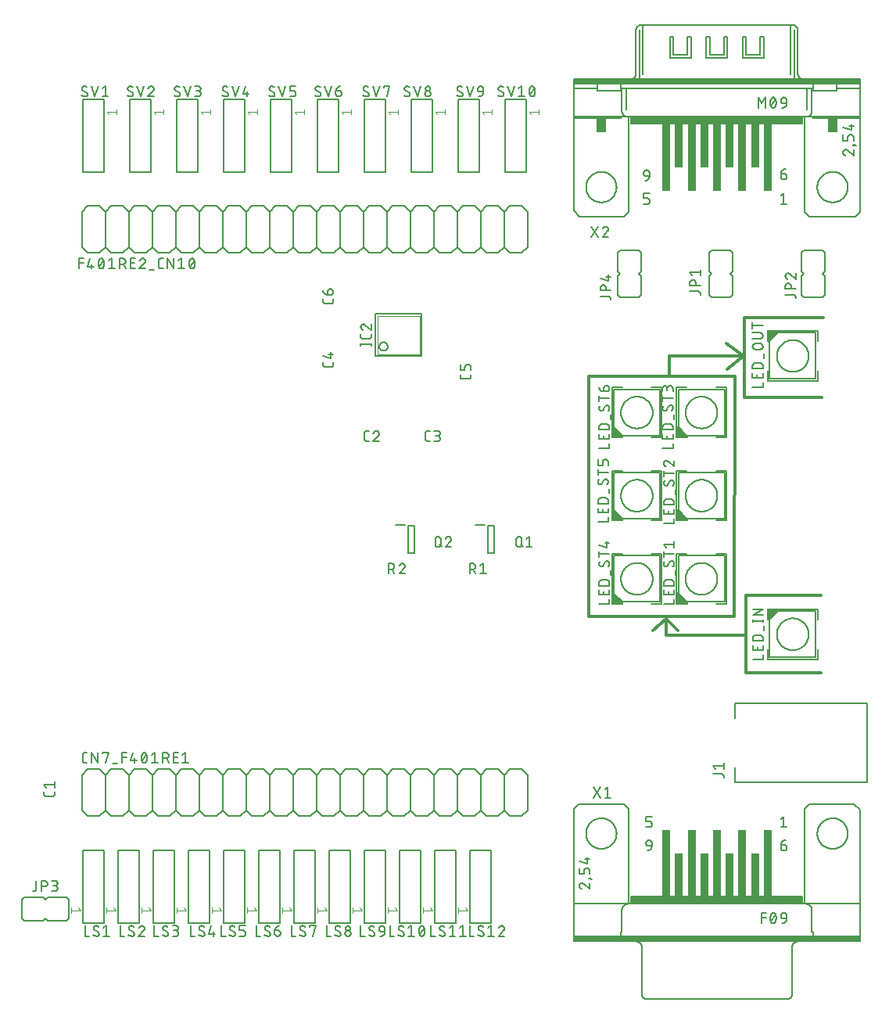
<source format=gbr>
G04 EAGLE Gerber RS-274X export*
G75*
%MOMM*%
%FSLAX34Y34*%
%LPD*%
%INSilkscreen Top*%
%IPPOS*%
%AMOC8*
5,1,8,0,0,1.08239X$1,22.5*%
G01*
%ADD10C,0.304800*%
%ADD11C,0.152400*%
%ADD12C,0.050800*%
%ADD13C,0.203200*%
%ADD14C,0.127000*%
%ADD15R,18.542000X0.762000*%
%ADD16R,30.988000X0.508000*%
%ADD17R,0.812800X7.239000*%
%ADD18R,0.812800X4.699000*%
%ADD19C,0.076200*%
%ADD20R,0.254000X2.413000*%
%ADD21R,1.016000X1.651000*%
%ADD22C,0.200000*%

G36*
X817082Y647183D02*
X817082Y647183D01*
X817124Y647181D01*
X817191Y647203D01*
X817261Y647215D01*
X817297Y647237D01*
X817338Y647250D01*
X817411Y647304D01*
X817454Y647330D01*
X817467Y647346D01*
X817488Y647362D01*
X829298Y659172D01*
X829349Y659245D01*
X829405Y659314D01*
X829413Y659336D01*
X829427Y659356D01*
X829449Y659442D01*
X829477Y659526D01*
X829477Y659550D01*
X829483Y659573D01*
X829473Y659662D01*
X829471Y659751D01*
X829462Y659773D01*
X829459Y659796D01*
X829420Y659876D01*
X829386Y659958D01*
X829370Y659976D01*
X829360Y659997D01*
X829295Y660058D01*
X829235Y660124D01*
X829214Y660135D01*
X829197Y660151D01*
X829115Y660186D01*
X829035Y660227D01*
X829009Y660230D01*
X828990Y660239D01*
X828940Y660241D01*
X828850Y660254D01*
X816230Y660254D01*
X816165Y660243D01*
X816099Y660241D01*
X816056Y660223D01*
X816009Y660215D01*
X815952Y660181D01*
X815892Y660156D01*
X815857Y660125D01*
X815816Y660100D01*
X815775Y660049D01*
X815726Y660005D01*
X815704Y659963D01*
X815675Y659926D01*
X815654Y659864D01*
X815623Y659805D01*
X815615Y659751D01*
X815603Y659714D01*
X815604Y659674D01*
X815596Y659620D01*
X815596Y647810D01*
X815607Y647745D01*
X815609Y647679D01*
X815627Y647636D01*
X815635Y647589D01*
X815669Y647532D01*
X815694Y647472D01*
X815725Y647437D01*
X815750Y647396D01*
X815801Y647355D01*
X815845Y647306D01*
X815887Y647284D01*
X815924Y647255D01*
X815986Y647234D01*
X816045Y647203D01*
X816099Y647195D01*
X816136Y647183D01*
X816176Y647184D01*
X816230Y647176D01*
X817040Y647176D01*
X817082Y647183D01*
G37*
G36*
X659275Y543627D02*
X659275Y543627D01*
X659341Y543629D01*
X659384Y543647D01*
X659431Y543655D01*
X659488Y543689D01*
X659548Y543714D01*
X659583Y543745D01*
X659624Y543770D01*
X659666Y543821D01*
X659714Y543865D01*
X659736Y543907D01*
X659765Y543944D01*
X659786Y544006D01*
X659817Y544065D01*
X659825Y544119D01*
X659837Y544156D01*
X659836Y544196D01*
X659844Y544250D01*
X659844Y545060D01*
X659837Y545102D01*
X659839Y545144D01*
X659817Y545211D01*
X659805Y545281D01*
X659783Y545317D01*
X659770Y545358D01*
X659716Y545431D01*
X659690Y545474D01*
X659674Y545487D01*
X659658Y545508D01*
X647848Y557318D01*
X647775Y557369D01*
X647706Y557425D01*
X647684Y557433D01*
X647664Y557447D01*
X647578Y557469D01*
X647494Y557497D01*
X647470Y557497D01*
X647447Y557503D01*
X647358Y557493D01*
X647269Y557491D01*
X647247Y557482D01*
X647224Y557479D01*
X647144Y557440D01*
X647062Y557406D01*
X647044Y557390D01*
X647023Y557380D01*
X646962Y557315D01*
X646896Y557255D01*
X646885Y557234D01*
X646869Y557217D01*
X646834Y557135D01*
X646793Y557055D01*
X646790Y557029D01*
X646781Y557010D01*
X646779Y556960D01*
X646766Y556870D01*
X646766Y544250D01*
X646777Y544185D01*
X646779Y544119D01*
X646797Y544076D01*
X646805Y544029D01*
X646839Y543972D01*
X646864Y543912D01*
X646895Y543877D01*
X646920Y543836D01*
X646971Y543795D01*
X647015Y543746D01*
X647057Y543724D01*
X647094Y543695D01*
X647156Y543674D01*
X647215Y543643D01*
X647269Y543635D01*
X647306Y543623D01*
X647346Y543624D01*
X647400Y543616D01*
X659210Y543616D01*
X659275Y543627D01*
G37*
G36*
X729275Y543627D02*
X729275Y543627D01*
X729341Y543629D01*
X729384Y543647D01*
X729431Y543655D01*
X729488Y543689D01*
X729548Y543714D01*
X729583Y543745D01*
X729624Y543770D01*
X729666Y543821D01*
X729714Y543865D01*
X729736Y543907D01*
X729765Y543944D01*
X729786Y544006D01*
X729817Y544065D01*
X729825Y544119D01*
X729837Y544156D01*
X729836Y544196D01*
X729844Y544250D01*
X729844Y545060D01*
X729837Y545102D01*
X729839Y545144D01*
X729817Y545211D01*
X729805Y545281D01*
X729783Y545317D01*
X729770Y545358D01*
X729716Y545431D01*
X729690Y545474D01*
X729674Y545487D01*
X729658Y545508D01*
X717848Y557318D01*
X717775Y557369D01*
X717706Y557425D01*
X717684Y557433D01*
X717664Y557447D01*
X717578Y557469D01*
X717494Y557497D01*
X717470Y557497D01*
X717447Y557503D01*
X717358Y557493D01*
X717269Y557491D01*
X717247Y557482D01*
X717224Y557479D01*
X717144Y557440D01*
X717062Y557406D01*
X717044Y557390D01*
X717023Y557380D01*
X716962Y557315D01*
X716896Y557255D01*
X716885Y557234D01*
X716869Y557217D01*
X716834Y557135D01*
X716793Y557055D01*
X716790Y557029D01*
X716781Y557010D01*
X716779Y556960D01*
X716766Y556870D01*
X716766Y544250D01*
X716777Y544185D01*
X716779Y544119D01*
X716797Y544076D01*
X716805Y544029D01*
X716839Y543972D01*
X716864Y543912D01*
X716895Y543877D01*
X716920Y543836D01*
X716971Y543795D01*
X717015Y543746D01*
X717057Y543724D01*
X717094Y543695D01*
X717156Y543674D01*
X717215Y543643D01*
X717269Y543635D01*
X717306Y543623D01*
X717346Y543624D01*
X717400Y543616D01*
X729210Y543616D01*
X729275Y543627D01*
G37*
G36*
X659275Y453627D02*
X659275Y453627D01*
X659341Y453629D01*
X659384Y453647D01*
X659431Y453655D01*
X659488Y453689D01*
X659548Y453714D01*
X659583Y453745D01*
X659624Y453770D01*
X659666Y453821D01*
X659714Y453865D01*
X659736Y453907D01*
X659765Y453944D01*
X659786Y454006D01*
X659817Y454065D01*
X659825Y454119D01*
X659837Y454156D01*
X659836Y454196D01*
X659844Y454250D01*
X659844Y455060D01*
X659837Y455102D01*
X659839Y455144D01*
X659817Y455211D01*
X659805Y455281D01*
X659783Y455317D01*
X659770Y455358D01*
X659716Y455431D01*
X659690Y455474D01*
X659674Y455487D01*
X659658Y455508D01*
X647848Y467318D01*
X647775Y467369D01*
X647706Y467425D01*
X647684Y467433D01*
X647664Y467447D01*
X647578Y467469D01*
X647494Y467497D01*
X647470Y467497D01*
X647447Y467503D01*
X647358Y467493D01*
X647269Y467491D01*
X647247Y467482D01*
X647224Y467479D01*
X647144Y467440D01*
X647062Y467406D01*
X647044Y467390D01*
X647023Y467380D01*
X646962Y467315D01*
X646896Y467255D01*
X646885Y467234D01*
X646869Y467217D01*
X646834Y467135D01*
X646793Y467055D01*
X646790Y467029D01*
X646781Y467010D01*
X646779Y466960D01*
X646766Y466870D01*
X646766Y454250D01*
X646777Y454185D01*
X646779Y454119D01*
X646797Y454076D01*
X646805Y454029D01*
X646839Y453972D01*
X646864Y453912D01*
X646895Y453877D01*
X646920Y453836D01*
X646971Y453795D01*
X647015Y453746D01*
X647057Y453724D01*
X647094Y453695D01*
X647156Y453674D01*
X647215Y453643D01*
X647269Y453635D01*
X647306Y453623D01*
X647346Y453624D01*
X647400Y453616D01*
X659210Y453616D01*
X659275Y453627D01*
G37*
G36*
X729275Y453627D02*
X729275Y453627D01*
X729341Y453629D01*
X729384Y453647D01*
X729431Y453655D01*
X729488Y453689D01*
X729548Y453714D01*
X729583Y453745D01*
X729624Y453770D01*
X729666Y453821D01*
X729714Y453865D01*
X729736Y453907D01*
X729765Y453944D01*
X729786Y454006D01*
X729817Y454065D01*
X729825Y454119D01*
X729837Y454156D01*
X729836Y454196D01*
X729844Y454250D01*
X729844Y455060D01*
X729837Y455102D01*
X729839Y455144D01*
X729817Y455211D01*
X729805Y455281D01*
X729783Y455317D01*
X729770Y455358D01*
X729716Y455431D01*
X729690Y455474D01*
X729674Y455487D01*
X729658Y455508D01*
X717848Y467318D01*
X717775Y467369D01*
X717706Y467425D01*
X717684Y467433D01*
X717664Y467447D01*
X717578Y467469D01*
X717494Y467497D01*
X717470Y467497D01*
X717447Y467503D01*
X717358Y467493D01*
X717269Y467491D01*
X717247Y467482D01*
X717224Y467479D01*
X717144Y467440D01*
X717062Y467406D01*
X717044Y467390D01*
X717023Y467380D01*
X716962Y467315D01*
X716896Y467255D01*
X716885Y467234D01*
X716869Y467217D01*
X716834Y467135D01*
X716793Y467055D01*
X716790Y467029D01*
X716781Y467010D01*
X716779Y466960D01*
X716766Y466870D01*
X716766Y454250D01*
X716777Y454185D01*
X716779Y454119D01*
X716797Y454076D01*
X716805Y454029D01*
X716839Y453972D01*
X716864Y453912D01*
X716895Y453877D01*
X716920Y453836D01*
X716971Y453795D01*
X717015Y453746D01*
X717057Y453724D01*
X717094Y453695D01*
X717156Y453674D01*
X717215Y453643D01*
X717269Y453635D01*
X717306Y453623D01*
X717346Y453624D01*
X717400Y453616D01*
X729210Y453616D01*
X729275Y453627D01*
G37*
G36*
X729275Y363627D02*
X729275Y363627D01*
X729341Y363629D01*
X729384Y363647D01*
X729431Y363655D01*
X729488Y363689D01*
X729548Y363714D01*
X729583Y363745D01*
X729624Y363770D01*
X729666Y363821D01*
X729714Y363865D01*
X729736Y363907D01*
X729765Y363944D01*
X729786Y364006D01*
X729817Y364065D01*
X729825Y364119D01*
X729837Y364156D01*
X729836Y364196D01*
X729844Y364250D01*
X729844Y365060D01*
X729837Y365102D01*
X729839Y365144D01*
X729817Y365211D01*
X729805Y365281D01*
X729783Y365317D01*
X729770Y365358D01*
X729716Y365431D01*
X729690Y365474D01*
X729674Y365487D01*
X729658Y365508D01*
X717848Y377318D01*
X717775Y377369D01*
X717706Y377425D01*
X717684Y377433D01*
X717664Y377447D01*
X717578Y377469D01*
X717494Y377497D01*
X717470Y377497D01*
X717447Y377503D01*
X717358Y377493D01*
X717269Y377491D01*
X717247Y377482D01*
X717224Y377479D01*
X717144Y377440D01*
X717062Y377406D01*
X717044Y377390D01*
X717023Y377380D01*
X716962Y377315D01*
X716896Y377255D01*
X716885Y377234D01*
X716869Y377217D01*
X716834Y377135D01*
X716793Y377055D01*
X716790Y377029D01*
X716781Y377010D01*
X716779Y376960D01*
X716766Y376870D01*
X716766Y364250D01*
X716777Y364185D01*
X716779Y364119D01*
X716797Y364076D01*
X716805Y364029D01*
X716839Y363972D01*
X716864Y363912D01*
X716895Y363877D01*
X716920Y363836D01*
X716971Y363795D01*
X717015Y363746D01*
X717057Y363724D01*
X717094Y363695D01*
X717156Y363674D01*
X717215Y363643D01*
X717269Y363635D01*
X717306Y363623D01*
X717346Y363624D01*
X717400Y363616D01*
X729210Y363616D01*
X729275Y363627D01*
G37*
G36*
X659275Y363627D02*
X659275Y363627D01*
X659341Y363629D01*
X659384Y363647D01*
X659431Y363655D01*
X659488Y363689D01*
X659548Y363714D01*
X659583Y363745D01*
X659624Y363770D01*
X659666Y363821D01*
X659714Y363865D01*
X659736Y363907D01*
X659765Y363944D01*
X659786Y364006D01*
X659817Y364065D01*
X659825Y364119D01*
X659837Y364156D01*
X659836Y364196D01*
X659844Y364250D01*
X659844Y365060D01*
X659837Y365102D01*
X659839Y365144D01*
X659817Y365211D01*
X659805Y365281D01*
X659783Y365317D01*
X659770Y365358D01*
X659716Y365431D01*
X659690Y365474D01*
X659674Y365487D01*
X659658Y365508D01*
X647848Y377318D01*
X647775Y377369D01*
X647706Y377425D01*
X647684Y377433D01*
X647664Y377447D01*
X647578Y377469D01*
X647494Y377497D01*
X647470Y377497D01*
X647447Y377503D01*
X647358Y377493D01*
X647269Y377491D01*
X647247Y377482D01*
X647224Y377479D01*
X647144Y377440D01*
X647062Y377406D01*
X647044Y377390D01*
X647023Y377380D01*
X646962Y377315D01*
X646896Y377255D01*
X646885Y377234D01*
X646869Y377217D01*
X646834Y377135D01*
X646793Y377055D01*
X646790Y377029D01*
X646781Y377010D01*
X646779Y376960D01*
X646766Y376870D01*
X646766Y364250D01*
X646777Y364185D01*
X646779Y364119D01*
X646797Y364076D01*
X646805Y364029D01*
X646839Y363972D01*
X646864Y363912D01*
X646895Y363877D01*
X646920Y363836D01*
X646971Y363795D01*
X647015Y363746D01*
X647057Y363724D01*
X647094Y363695D01*
X647156Y363674D01*
X647215Y363643D01*
X647269Y363635D01*
X647306Y363623D01*
X647346Y363624D01*
X647400Y363616D01*
X659210Y363616D01*
X659275Y363627D01*
G37*
G36*
X817082Y345913D02*
X817082Y345913D01*
X817124Y345911D01*
X817191Y345933D01*
X817261Y345945D01*
X817297Y345967D01*
X817338Y345980D01*
X817411Y346034D01*
X817454Y346060D01*
X817467Y346076D01*
X817488Y346092D01*
X829298Y357902D01*
X829349Y357975D01*
X829405Y358044D01*
X829413Y358066D01*
X829427Y358086D01*
X829449Y358172D01*
X829477Y358256D01*
X829477Y358280D01*
X829483Y358303D01*
X829473Y358392D01*
X829471Y358481D01*
X829462Y358503D01*
X829459Y358526D01*
X829420Y358606D01*
X829386Y358688D01*
X829370Y358706D01*
X829360Y358727D01*
X829295Y358788D01*
X829235Y358854D01*
X829214Y358865D01*
X829197Y358881D01*
X829115Y358916D01*
X829035Y358957D01*
X829009Y358960D01*
X828990Y358969D01*
X828940Y358971D01*
X828850Y358984D01*
X816230Y358984D01*
X816165Y358973D01*
X816099Y358971D01*
X816056Y358953D01*
X816009Y358945D01*
X815952Y358911D01*
X815892Y358886D01*
X815857Y358855D01*
X815816Y358830D01*
X815775Y358779D01*
X815726Y358735D01*
X815704Y358693D01*
X815675Y358656D01*
X815654Y358594D01*
X815623Y358535D01*
X815615Y358481D01*
X815603Y358444D01*
X815604Y358404D01*
X815596Y358350D01*
X815596Y346540D01*
X815607Y346475D01*
X815609Y346409D01*
X815627Y346366D01*
X815635Y346319D01*
X815669Y346262D01*
X815694Y346202D01*
X815725Y346167D01*
X815750Y346126D01*
X815801Y346085D01*
X815845Y346036D01*
X815887Y346014D01*
X815924Y345985D01*
X815986Y345964D01*
X816045Y345933D01*
X816099Y345925D01*
X816136Y345913D01*
X816176Y345914D01*
X816230Y345906D01*
X817040Y345906D01*
X817082Y345913D01*
G37*
D10*
X623570Y610870D02*
X781050Y610870D01*
X779780Y350520D01*
X622300Y350520D01*
X622300Y610870D01*
X791210Y674370D02*
X876300Y674370D01*
X791210Y674370D02*
X791210Y588010D01*
X875030Y588010D01*
X873760Y373380D02*
X792480Y373380D01*
X792480Y289560D01*
X873760Y289560D01*
X789940Y330200D02*
X706120Y330200D01*
X706120Y347980D01*
X718660Y335280D01*
X706120Y347980D02*
X692150Y335280D01*
X709930Y610870D02*
X709930Y632460D01*
X789940Y632460D01*
X771050Y646430D01*
X789940Y632460D02*
X772160Y618490D01*
D11*
X43768Y160830D02*
X43768Y158346D01*
X43766Y158248D01*
X43760Y158151D01*
X43751Y158054D01*
X43737Y157957D01*
X43720Y157861D01*
X43699Y157766D01*
X43675Y157672D01*
X43646Y157578D01*
X43614Y157486D01*
X43579Y157395D01*
X43540Y157306D01*
X43497Y157218D01*
X43451Y157132D01*
X43402Y157048D01*
X43349Y156966D01*
X43294Y156886D01*
X43235Y156808D01*
X43173Y156733D01*
X43108Y156660D01*
X43040Y156590D01*
X42970Y156522D01*
X42897Y156457D01*
X42822Y156395D01*
X42744Y156336D01*
X42664Y156281D01*
X42582Y156228D01*
X42498Y156179D01*
X42412Y156133D01*
X42324Y156090D01*
X42235Y156051D01*
X42144Y156016D01*
X42052Y155984D01*
X41958Y155955D01*
X41864Y155931D01*
X41769Y155910D01*
X41673Y155893D01*
X41576Y155879D01*
X41479Y155870D01*
X41382Y155864D01*
X41284Y155862D01*
X41284Y155863D02*
X35076Y155863D01*
X35076Y155862D02*
X34978Y155864D01*
X34881Y155870D01*
X34784Y155879D01*
X34687Y155893D01*
X34591Y155910D01*
X34496Y155931D01*
X34402Y155955D01*
X34308Y155984D01*
X34216Y156016D01*
X34125Y156051D01*
X34036Y156090D01*
X33948Y156133D01*
X33862Y156179D01*
X33778Y156228D01*
X33696Y156281D01*
X33616Y156336D01*
X33538Y156395D01*
X33463Y156457D01*
X33390Y156522D01*
X33320Y156590D01*
X33252Y156660D01*
X33187Y156733D01*
X33125Y156808D01*
X33066Y156886D01*
X33011Y156966D01*
X32958Y157048D01*
X32909Y157132D01*
X32863Y157218D01*
X32820Y157306D01*
X32781Y157395D01*
X32746Y157486D01*
X32714Y157578D01*
X32685Y157672D01*
X32661Y157766D01*
X32640Y157861D01*
X32623Y157957D01*
X32609Y158054D01*
X32600Y158151D01*
X32594Y158248D01*
X32592Y158346D01*
X32592Y160830D01*
X35076Y165429D02*
X32592Y168534D01*
X43768Y168534D01*
X43768Y171638D02*
X43768Y165429D01*
X382036Y540192D02*
X384520Y540192D01*
X382036Y540192D02*
X381938Y540194D01*
X381841Y540200D01*
X381744Y540209D01*
X381647Y540223D01*
X381551Y540240D01*
X381456Y540261D01*
X381362Y540285D01*
X381268Y540314D01*
X381176Y540346D01*
X381085Y540381D01*
X380996Y540420D01*
X380908Y540463D01*
X380822Y540509D01*
X380738Y540558D01*
X380656Y540611D01*
X380576Y540666D01*
X380498Y540725D01*
X380423Y540787D01*
X380350Y540852D01*
X380280Y540920D01*
X380212Y540990D01*
X380147Y541063D01*
X380085Y541138D01*
X380026Y541216D01*
X379971Y541296D01*
X379918Y541378D01*
X379869Y541462D01*
X379823Y541548D01*
X379780Y541636D01*
X379741Y541725D01*
X379706Y541816D01*
X379674Y541908D01*
X379645Y542002D01*
X379621Y542096D01*
X379600Y542191D01*
X379583Y542287D01*
X379569Y542384D01*
X379560Y542481D01*
X379554Y542578D01*
X379552Y542676D01*
X379553Y542676D02*
X379553Y548884D01*
X379552Y548884D02*
X379554Y548982D01*
X379560Y549079D01*
X379569Y549176D01*
X379583Y549273D01*
X379600Y549369D01*
X379621Y549464D01*
X379645Y549558D01*
X379674Y549652D01*
X379706Y549744D01*
X379741Y549835D01*
X379780Y549924D01*
X379823Y550012D01*
X379869Y550098D01*
X379918Y550182D01*
X379971Y550264D01*
X380026Y550344D01*
X380085Y550422D01*
X380147Y550497D01*
X380212Y550570D01*
X380280Y550640D01*
X380350Y550708D01*
X380423Y550773D01*
X380498Y550835D01*
X380576Y550894D01*
X380656Y550949D01*
X380738Y551002D01*
X380822Y551051D01*
X380908Y551097D01*
X380996Y551140D01*
X381085Y551179D01*
X381176Y551214D01*
X381268Y551246D01*
X381362Y551275D01*
X381456Y551299D01*
X381551Y551320D01*
X381647Y551337D01*
X381744Y551351D01*
X381841Y551360D01*
X381938Y551366D01*
X382036Y551368D01*
X384520Y551368D01*
X392534Y551368D02*
X392638Y551366D01*
X392743Y551360D01*
X392847Y551350D01*
X392950Y551337D01*
X393053Y551319D01*
X393156Y551298D01*
X393257Y551273D01*
X393358Y551244D01*
X393457Y551211D01*
X393555Y551175D01*
X393651Y551135D01*
X393746Y551091D01*
X393840Y551044D01*
X393931Y550994D01*
X394020Y550940D01*
X394108Y550883D01*
X394193Y550822D01*
X394276Y550758D01*
X394356Y550692D01*
X394434Y550622D01*
X394510Y550550D01*
X394582Y550474D01*
X394652Y550396D01*
X394718Y550316D01*
X394782Y550233D01*
X394843Y550148D01*
X394900Y550060D01*
X394954Y549971D01*
X395004Y549880D01*
X395051Y549786D01*
X395095Y549691D01*
X395135Y549595D01*
X395171Y549497D01*
X395204Y549398D01*
X395233Y549297D01*
X395258Y549196D01*
X395279Y549093D01*
X395297Y548990D01*
X395310Y548887D01*
X395320Y548783D01*
X395326Y548678D01*
X395328Y548574D01*
X392534Y551369D02*
X392415Y551367D01*
X392297Y551361D01*
X392178Y551351D01*
X392060Y551338D01*
X391943Y551320D01*
X391826Y551298D01*
X391710Y551273D01*
X391595Y551244D01*
X391480Y551211D01*
X391367Y551174D01*
X391256Y551134D01*
X391145Y551090D01*
X391037Y551042D01*
X390930Y550991D01*
X390824Y550936D01*
X390721Y550877D01*
X390619Y550816D01*
X390520Y550751D01*
X390422Y550682D01*
X390328Y550611D01*
X390235Y550536D01*
X390145Y550459D01*
X390058Y550378D01*
X389973Y550295D01*
X389891Y550209D01*
X389812Y550120D01*
X389736Y550029D01*
X389663Y549935D01*
X389594Y549839D01*
X389527Y549740D01*
X389464Y549640D01*
X389404Y549537D01*
X389347Y549433D01*
X389295Y549326D01*
X389245Y549218D01*
X389199Y549109D01*
X389157Y548997D01*
X389119Y548885D01*
X394397Y546401D02*
X394472Y546475D01*
X394544Y546552D01*
X394614Y546631D01*
X394681Y546713D01*
X394745Y546797D01*
X394806Y546883D01*
X394864Y546971D01*
X394919Y547062D01*
X394971Y547154D01*
X395019Y547248D01*
X395064Y547343D01*
X395106Y547441D01*
X395144Y547539D01*
X395179Y547639D01*
X395210Y547740D01*
X395237Y547842D01*
X395261Y547945D01*
X395282Y548048D01*
X395298Y548153D01*
X395311Y548258D01*
X395321Y548363D01*
X395326Y548468D01*
X395328Y548574D01*
X394397Y546401D02*
X389119Y540192D01*
X395328Y540192D01*
X448076Y540192D02*
X450560Y540192D01*
X448076Y540192D02*
X447978Y540194D01*
X447881Y540200D01*
X447784Y540209D01*
X447687Y540223D01*
X447591Y540240D01*
X447496Y540261D01*
X447402Y540285D01*
X447308Y540314D01*
X447216Y540346D01*
X447125Y540381D01*
X447036Y540420D01*
X446948Y540463D01*
X446862Y540509D01*
X446778Y540558D01*
X446696Y540611D01*
X446616Y540666D01*
X446538Y540725D01*
X446463Y540787D01*
X446390Y540852D01*
X446320Y540920D01*
X446252Y540990D01*
X446187Y541063D01*
X446125Y541138D01*
X446066Y541216D01*
X446011Y541296D01*
X445958Y541378D01*
X445909Y541462D01*
X445863Y541548D01*
X445820Y541636D01*
X445781Y541725D01*
X445746Y541816D01*
X445714Y541908D01*
X445685Y542002D01*
X445661Y542096D01*
X445640Y542191D01*
X445623Y542287D01*
X445609Y542384D01*
X445600Y542481D01*
X445594Y542578D01*
X445592Y542676D01*
X445593Y542676D02*
X445593Y548884D01*
X445592Y548884D02*
X445594Y548982D01*
X445600Y549079D01*
X445609Y549176D01*
X445623Y549273D01*
X445640Y549369D01*
X445661Y549464D01*
X445685Y549558D01*
X445714Y549652D01*
X445746Y549744D01*
X445781Y549835D01*
X445820Y549924D01*
X445863Y550012D01*
X445909Y550098D01*
X445958Y550182D01*
X446011Y550264D01*
X446066Y550344D01*
X446125Y550422D01*
X446187Y550497D01*
X446252Y550570D01*
X446320Y550640D01*
X446390Y550708D01*
X446463Y550773D01*
X446538Y550835D01*
X446616Y550894D01*
X446696Y550949D01*
X446778Y551002D01*
X446862Y551051D01*
X446948Y551097D01*
X447036Y551140D01*
X447125Y551179D01*
X447216Y551214D01*
X447308Y551246D01*
X447402Y551275D01*
X447496Y551299D01*
X447591Y551320D01*
X447687Y551337D01*
X447784Y551351D01*
X447881Y551360D01*
X447978Y551366D01*
X448076Y551368D01*
X450560Y551368D01*
X455159Y540192D02*
X458264Y540192D01*
X458375Y540194D01*
X458485Y540200D01*
X458596Y540210D01*
X458706Y540224D01*
X458815Y540241D01*
X458924Y540263D01*
X459032Y540288D01*
X459138Y540318D01*
X459244Y540351D01*
X459349Y540388D01*
X459452Y540428D01*
X459553Y540473D01*
X459653Y540520D01*
X459752Y540572D01*
X459848Y540627D01*
X459942Y540685D01*
X460034Y540746D01*
X460124Y540811D01*
X460212Y540879D01*
X460297Y540950D01*
X460379Y541024D01*
X460459Y541101D01*
X460536Y541181D01*
X460610Y541263D01*
X460681Y541348D01*
X460749Y541436D01*
X460814Y541526D01*
X460875Y541618D01*
X460933Y541712D01*
X460988Y541808D01*
X461040Y541907D01*
X461087Y542007D01*
X461132Y542108D01*
X461172Y542211D01*
X461209Y542316D01*
X461242Y542422D01*
X461272Y542528D01*
X461297Y542636D01*
X461319Y542745D01*
X461336Y542854D01*
X461350Y542964D01*
X461360Y543075D01*
X461366Y543185D01*
X461368Y543296D01*
X461366Y543407D01*
X461360Y543517D01*
X461350Y543628D01*
X461336Y543738D01*
X461319Y543847D01*
X461297Y543956D01*
X461272Y544064D01*
X461242Y544170D01*
X461209Y544276D01*
X461172Y544381D01*
X461132Y544484D01*
X461087Y544585D01*
X461040Y544685D01*
X460988Y544784D01*
X460933Y544880D01*
X460875Y544974D01*
X460814Y545066D01*
X460749Y545156D01*
X460681Y545244D01*
X460610Y545329D01*
X460536Y545411D01*
X460459Y545491D01*
X460379Y545568D01*
X460297Y545642D01*
X460212Y545713D01*
X460124Y545781D01*
X460034Y545846D01*
X459942Y545907D01*
X459848Y545965D01*
X459752Y546020D01*
X459653Y546072D01*
X459553Y546119D01*
X459452Y546164D01*
X459349Y546204D01*
X459244Y546241D01*
X459138Y546274D01*
X459032Y546304D01*
X458924Y546329D01*
X458815Y546351D01*
X458706Y546368D01*
X458596Y546382D01*
X458485Y546392D01*
X458375Y546398D01*
X458264Y546400D01*
X458884Y551368D02*
X455159Y551368D01*
X458884Y551368D02*
X458983Y551366D01*
X459081Y551360D01*
X459180Y551350D01*
X459277Y551337D01*
X459375Y551319D01*
X459471Y551298D01*
X459567Y551272D01*
X459661Y551243D01*
X459754Y551211D01*
X459846Y551174D01*
X459936Y551134D01*
X460025Y551090D01*
X460112Y551043D01*
X460197Y550993D01*
X460279Y550939D01*
X460360Y550882D01*
X460438Y550822D01*
X460514Y550758D01*
X460587Y550692D01*
X460658Y550623D01*
X460726Y550551D01*
X460790Y550476D01*
X460852Y550399D01*
X460911Y550320D01*
X460966Y550238D01*
X461019Y550154D01*
X461067Y550069D01*
X461113Y549981D01*
X461155Y549891D01*
X461193Y549800D01*
X461227Y549708D01*
X461258Y549614D01*
X461285Y549519D01*
X461309Y549423D01*
X461328Y549326D01*
X461344Y549229D01*
X461356Y549131D01*
X461364Y549032D01*
X461368Y548933D01*
X461368Y548835D01*
X461364Y548736D01*
X461356Y548637D01*
X461344Y548539D01*
X461328Y548442D01*
X461309Y548345D01*
X461285Y548249D01*
X461258Y548154D01*
X461227Y548060D01*
X461193Y547968D01*
X461155Y547877D01*
X461113Y547787D01*
X461067Y547699D01*
X461019Y547614D01*
X460966Y547530D01*
X460911Y547448D01*
X460852Y547369D01*
X460790Y547292D01*
X460726Y547217D01*
X460658Y547145D01*
X460587Y547076D01*
X460514Y547010D01*
X460438Y546946D01*
X460360Y546886D01*
X460279Y546829D01*
X460197Y546775D01*
X460112Y546725D01*
X460025Y546678D01*
X459936Y546634D01*
X459846Y546594D01*
X459754Y546557D01*
X459661Y546525D01*
X459567Y546496D01*
X459471Y546470D01*
X459375Y546449D01*
X459277Y546431D01*
X459180Y546418D01*
X459081Y546408D01*
X458983Y546402D01*
X458884Y546400D01*
X458884Y546401D02*
X456401Y546401D01*
X345798Y623166D02*
X345798Y625650D01*
X345798Y623166D02*
X345796Y623068D01*
X345790Y622971D01*
X345781Y622874D01*
X345767Y622777D01*
X345750Y622681D01*
X345729Y622586D01*
X345705Y622492D01*
X345676Y622398D01*
X345644Y622306D01*
X345609Y622215D01*
X345570Y622126D01*
X345527Y622038D01*
X345481Y621952D01*
X345432Y621868D01*
X345379Y621786D01*
X345324Y621706D01*
X345265Y621628D01*
X345203Y621553D01*
X345138Y621480D01*
X345070Y621410D01*
X345000Y621342D01*
X344927Y621277D01*
X344852Y621215D01*
X344774Y621156D01*
X344694Y621101D01*
X344612Y621048D01*
X344528Y620999D01*
X344442Y620953D01*
X344354Y620910D01*
X344265Y620871D01*
X344174Y620836D01*
X344082Y620804D01*
X343988Y620775D01*
X343894Y620751D01*
X343799Y620730D01*
X343703Y620713D01*
X343606Y620699D01*
X343509Y620690D01*
X343412Y620684D01*
X343314Y620682D01*
X343314Y620683D02*
X337106Y620683D01*
X337106Y620682D02*
X337008Y620684D01*
X336911Y620690D01*
X336814Y620699D01*
X336717Y620713D01*
X336621Y620730D01*
X336526Y620751D01*
X336432Y620775D01*
X336338Y620804D01*
X336246Y620836D01*
X336155Y620871D01*
X336066Y620910D01*
X335978Y620953D01*
X335892Y620999D01*
X335808Y621048D01*
X335726Y621101D01*
X335646Y621156D01*
X335568Y621215D01*
X335493Y621277D01*
X335420Y621342D01*
X335350Y621410D01*
X335282Y621480D01*
X335217Y621553D01*
X335155Y621628D01*
X335096Y621706D01*
X335041Y621786D01*
X334988Y621868D01*
X334939Y621952D01*
X334893Y622038D01*
X334850Y622126D01*
X334811Y622215D01*
X334776Y622306D01*
X334744Y622398D01*
X334715Y622492D01*
X334691Y622586D01*
X334670Y622681D01*
X334653Y622777D01*
X334639Y622874D01*
X334630Y622971D01*
X334624Y623068D01*
X334622Y623166D01*
X334622Y625650D01*
X334622Y632733D02*
X343314Y630249D01*
X343314Y636458D01*
X340831Y634595D02*
X345798Y634595D01*
X494388Y612469D02*
X494388Y609986D01*
X494386Y609888D01*
X494380Y609791D01*
X494371Y609694D01*
X494357Y609597D01*
X494340Y609501D01*
X494319Y609406D01*
X494295Y609312D01*
X494266Y609218D01*
X494234Y609126D01*
X494199Y609035D01*
X494160Y608946D01*
X494117Y608858D01*
X494071Y608772D01*
X494022Y608688D01*
X493969Y608606D01*
X493914Y608526D01*
X493855Y608448D01*
X493793Y608373D01*
X493728Y608300D01*
X493660Y608230D01*
X493590Y608162D01*
X493517Y608097D01*
X493442Y608035D01*
X493364Y607976D01*
X493284Y607921D01*
X493202Y607868D01*
X493118Y607819D01*
X493032Y607773D01*
X492944Y607730D01*
X492855Y607691D01*
X492764Y607656D01*
X492672Y607624D01*
X492578Y607595D01*
X492484Y607571D01*
X492389Y607550D01*
X492293Y607533D01*
X492196Y607519D01*
X492099Y607510D01*
X492002Y607504D01*
X491904Y607502D01*
X485696Y607502D01*
X485598Y607504D01*
X485501Y607510D01*
X485404Y607519D01*
X485307Y607533D01*
X485211Y607550D01*
X485116Y607571D01*
X485022Y607595D01*
X484928Y607624D01*
X484836Y607656D01*
X484745Y607691D01*
X484656Y607730D01*
X484568Y607773D01*
X484482Y607819D01*
X484398Y607868D01*
X484316Y607921D01*
X484236Y607976D01*
X484158Y608035D01*
X484083Y608097D01*
X484010Y608162D01*
X483940Y608230D01*
X483872Y608300D01*
X483807Y608373D01*
X483745Y608448D01*
X483686Y608526D01*
X483631Y608606D01*
X483578Y608688D01*
X483529Y608772D01*
X483483Y608858D01*
X483440Y608946D01*
X483401Y609035D01*
X483366Y609126D01*
X483334Y609218D01*
X483305Y609312D01*
X483281Y609406D01*
X483260Y609501D01*
X483243Y609597D01*
X483229Y609694D01*
X483220Y609791D01*
X483214Y609888D01*
X483212Y609986D01*
X483212Y612469D01*
X494388Y617069D02*
X494388Y620794D01*
X494386Y620892D01*
X494380Y620989D01*
X494371Y621086D01*
X494357Y621183D01*
X494340Y621279D01*
X494319Y621374D01*
X494295Y621468D01*
X494266Y621562D01*
X494234Y621654D01*
X494199Y621745D01*
X494160Y621834D01*
X494117Y621922D01*
X494071Y622008D01*
X494022Y622092D01*
X493969Y622174D01*
X493914Y622254D01*
X493855Y622332D01*
X493793Y622407D01*
X493728Y622480D01*
X493660Y622550D01*
X493590Y622618D01*
X493517Y622683D01*
X493442Y622745D01*
X493364Y622804D01*
X493284Y622859D01*
X493202Y622912D01*
X493118Y622961D01*
X493032Y623007D01*
X492944Y623050D01*
X492855Y623089D01*
X492764Y623124D01*
X492672Y623156D01*
X492578Y623185D01*
X492484Y623209D01*
X492389Y623230D01*
X492293Y623247D01*
X492196Y623261D01*
X492099Y623270D01*
X492002Y623276D01*
X491904Y623278D01*
X491904Y623277D02*
X490663Y623277D01*
X490663Y623278D02*
X490565Y623276D01*
X490468Y623270D01*
X490371Y623261D01*
X490274Y623247D01*
X490178Y623230D01*
X490083Y623209D01*
X489989Y623185D01*
X489895Y623156D01*
X489803Y623124D01*
X489712Y623089D01*
X489623Y623050D01*
X489535Y623007D01*
X489449Y622961D01*
X489365Y622912D01*
X489283Y622859D01*
X489203Y622804D01*
X489125Y622745D01*
X489050Y622683D01*
X488977Y622618D01*
X488907Y622550D01*
X488839Y622480D01*
X488774Y622407D01*
X488712Y622332D01*
X488653Y622254D01*
X488598Y622174D01*
X488545Y622092D01*
X488496Y622008D01*
X488450Y621922D01*
X488407Y621834D01*
X488368Y621745D01*
X488333Y621654D01*
X488301Y621562D01*
X488272Y621468D01*
X488248Y621374D01*
X488227Y621279D01*
X488210Y621183D01*
X488196Y621086D01*
X488187Y620989D01*
X488181Y620892D01*
X488179Y620794D01*
X488179Y617069D01*
X483212Y617069D01*
X483212Y623277D01*
X345798Y691746D02*
X345798Y694230D01*
X345798Y691746D02*
X345796Y691648D01*
X345790Y691551D01*
X345781Y691454D01*
X345767Y691357D01*
X345750Y691261D01*
X345729Y691166D01*
X345705Y691072D01*
X345676Y690978D01*
X345644Y690886D01*
X345609Y690795D01*
X345570Y690706D01*
X345527Y690618D01*
X345481Y690532D01*
X345432Y690448D01*
X345379Y690366D01*
X345324Y690286D01*
X345265Y690208D01*
X345203Y690133D01*
X345138Y690060D01*
X345070Y689990D01*
X345000Y689922D01*
X344927Y689857D01*
X344852Y689795D01*
X344774Y689736D01*
X344694Y689681D01*
X344612Y689628D01*
X344528Y689579D01*
X344442Y689533D01*
X344354Y689490D01*
X344265Y689451D01*
X344174Y689416D01*
X344082Y689384D01*
X343988Y689355D01*
X343894Y689331D01*
X343799Y689310D01*
X343703Y689293D01*
X343606Y689279D01*
X343509Y689270D01*
X343412Y689264D01*
X343314Y689262D01*
X343314Y689263D02*
X337106Y689263D01*
X337106Y689262D02*
X337008Y689264D01*
X336911Y689270D01*
X336814Y689279D01*
X336717Y689293D01*
X336621Y689310D01*
X336526Y689331D01*
X336432Y689355D01*
X336338Y689384D01*
X336246Y689416D01*
X336155Y689451D01*
X336066Y689490D01*
X335978Y689533D01*
X335892Y689579D01*
X335808Y689628D01*
X335726Y689681D01*
X335646Y689736D01*
X335568Y689795D01*
X335493Y689857D01*
X335420Y689922D01*
X335350Y689990D01*
X335282Y690060D01*
X335217Y690133D01*
X335155Y690208D01*
X335096Y690286D01*
X335041Y690366D01*
X334988Y690448D01*
X334939Y690532D01*
X334893Y690618D01*
X334850Y690706D01*
X334811Y690795D01*
X334776Y690886D01*
X334744Y690978D01*
X334715Y691072D01*
X334691Y691166D01*
X334670Y691261D01*
X334653Y691357D01*
X334639Y691454D01*
X334630Y691551D01*
X334624Y691648D01*
X334622Y691746D01*
X334622Y694230D01*
X339589Y698829D02*
X339589Y702554D01*
X339591Y702652D01*
X339597Y702749D01*
X339606Y702846D01*
X339620Y702943D01*
X339637Y703039D01*
X339658Y703134D01*
X339682Y703228D01*
X339711Y703322D01*
X339743Y703414D01*
X339778Y703505D01*
X339817Y703594D01*
X339860Y703682D01*
X339906Y703768D01*
X339955Y703852D01*
X340008Y703934D01*
X340063Y704014D01*
X340122Y704092D01*
X340184Y704167D01*
X340249Y704240D01*
X340317Y704310D01*
X340387Y704378D01*
X340460Y704443D01*
X340535Y704505D01*
X340613Y704564D01*
X340693Y704619D01*
X340775Y704672D01*
X340859Y704721D01*
X340945Y704767D01*
X341033Y704810D01*
X341122Y704849D01*
X341213Y704884D01*
X341305Y704916D01*
X341399Y704945D01*
X341493Y704969D01*
X341588Y704990D01*
X341684Y705007D01*
X341781Y705021D01*
X341878Y705030D01*
X341975Y705036D01*
X342073Y705038D01*
X342694Y705038D01*
X342805Y705036D01*
X342915Y705030D01*
X343026Y705020D01*
X343136Y705006D01*
X343245Y704989D01*
X343354Y704967D01*
X343462Y704942D01*
X343568Y704912D01*
X343674Y704879D01*
X343779Y704842D01*
X343882Y704802D01*
X343983Y704757D01*
X344083Y704710D01*
X344182Y704658D01*
X344278Y704603D01*
X344372Y704545D01*
X344464Y704484D01*
X344554Y704419D01*
X344642Y704351D01*
X344727Y704280D01*
X344809Y704206D01*
X344889Y704129D01*
X344966Y704049D01*
X345040Y703967D01*
X345111Y703882D01*
X345179Y703794D01*
X345244Y703704D01*
X345305Y703612D01*
X345363Y703518D01*
X345418Y703422D01*
X345470Y703323D01*
X345517Y703223D01*
X345562Y703122D01*
X345602Y703019D01*
X345639Y702914D01*
X345672Y702808D01*
X345702Y702702D01*
X345727Y702594D01*
X345749Y702485D01*
X345766Y702376D01*
X345780Y702266D01*
X345790Y702155D01*
X345796Y702045D01*
X345798Y701934D01*
X345796Y701823D01*
X345790Y701713D01*
X345780Y701602D01*
X345766Y701492D01*
X345749Y701383D01*
X345727Y701274D01*
X345702Y701166D01*
X345672Y701060D01*
X345639Y700954D01*
X345602Y700849D01*
X345562Y700746D01*
X345517Y700645D01*
X345470Y700545D01*
X345418Y700446D01*
X345363Y700350D01*
X345305Y700256D01*
X345244Y700164D01*
X345179Y700074D01*
X345111Y699986D01*
X345040Y699901D01*
X344966Y699819D01*
X344889Y699739D01*
X344809Y699662D01*
X344727Y699588D01*
X344642Y699517D01*
X344554Y699449D01*
X344464Y699384D01*
X344372Y699323D01*
X344278Y699265D01*
X344182Y699210D01*
X344083Y699158D01*
X343983Y699111D01*
X343882Y699066D01*
X343779Y699026D01*
X343674Y698989D01*
X343568Y698956D01*
X343462Y698926D01*
X343354Y698901D01*
X343245Y698879D01*
X343136Y698862D01*
X343026Y698848D01*
X342915Y698838D01*
X342805Y698832D01*
X342694Y698830D01*
X342694Y698829D02*
X339589Y698829D01*
X339450Y698831D01*
X339310Y698837D01*
X339172Y698847D01*
X339033Y698860D01*
X338895Y698878D01*
X338757Y698899D01*
X338620Y698924D01*
X338484Y698954D01*
X338348Y698986D01*
X338214Y699023D01*
X338081Y699064D01*
X337949Y699108D01*
X337818Y699156D01*
X337688Y699207D01*
X337560Y699262D01*
X337434Y699321D01*
X337309Y699383D01*
X337186Y699449D01*
X337065Y699518D01*
X336946Y699590D01*
X336829Y699666D01*
X336715Y699745D01*
X336602Y699827D01*
X336492Y699913D01*
X336384Y700001D01*
X336279Y700092D01*
X336177Y700187D01*
X336077Y700284D01*
X335980Y700384D01*
X335885Y700486D01*
X335794Y700591D01*
X335706Y700699D01*
X335620Y700809D01*
X335538Y700922D01*
X335459Y701036D01*
X335383Y701153D01*
X335311Y701272D01*
X335242Y701393D01*
X335176Y701516D01*
X335114Y701641D01*
X335055Y701767D01*
X335000Y701895D01*
X334949Y702025D01*
X334901Y702155D01*
X334857Y702288D01*
X334816Y702421D01*
X334779Y702555D01*
X334747Y702691D01*
X334717Y702827D01*
X334692Y702964D01*
X334671Y703102D01*
X334653Y703240D01*
X334640Y703378D01*
X334630Y703517D01*
X334624Y703657D01*
X334622Y703796D01*
X73510Y140650D02*
X79860Y134300D01*
X92560Y134300D01*
X98910Y140650D01*
X105260Y134300D01*
X117960Y134300D01*
X124310Y140650D01*
X130660Y134300D01*
X143360Y134300D01*
X149710Y140650D01*
X156060Y134300D01*
X168760Y134300D01*
X175110Y140650D01*
X181460Y134300D01*
X194160Y134300D01*
X200510Y140650D01*
X206860Y134300D01*
X219560Y134300D01*
X225910Y140650D01*
X73510Y140650D02*
X73510Y178750D01*
X79860Y185100D01*
X92560Y185100D01*
X98910Y178750D01*
X105260Y185100D01*
X117960Y185100D01*
X124310Y178750D01*
X130660Y185100D01*
X143360Y185100D01*
X149710Y178750D01*
X156060Y185100D01*
X168760Y185100D01*
X175110Y178750D01*
X181460Y185100D01*
X194160Y185100D01*
X200510Y178750D01*
X206860Y185100D01*
X219560Y185100D01*
X225910Y178750D01*
X232260Y185100D01*
X244960Y185100D01*
X251310Y178750D01*
X257660Y185100D01*
X270360Y185100D01*
X276710Y178750D01*
X283060Y185100D01*
X295760Y185100D01*
X302110Y178750D01*
X308460Y185100D01*
X321160Y185100D01*
X327510Y178750D01*
X333860Y185100D01*
X346560Y185100D01*
X352910Y178750D01*
X359260Y185100D01*
X371960Y185100D01*
X378310Y178750D01*
X384660Y185100D01*
X397360Y185100D01*
X403710Y178750D01*
X410060Y185100D01*
X422760Y185100D01*
X429110Y178750D01*
X435460Y185100D01*
X448160Y185100D01*
X454510Y178750D01*
X460860Y185100D01*
X473560Y185100D01*
X479910Y178750D01*
X486260Y185100D01*
X498960Y185100D01*
X505310Y178750D01*
X511660Y185100D01*
X524360Y185100D01*
X530710Y178750D01*
X537060Y185100D01*
X549760Y185100D01*
X556110Y178750D01*
X556110Y140650D02*
X549760Y134300D01*
X537060Y134300D01*
X530710Y140650D01*
X524360Y134300D01*
X511660Y134300D01*
X505310Y140650D01*
X498960Y134300D01*
X486260Y134300D01*
X479910Y140650D01*
X473560Y134300D01*
X460860Y134300D01*
X454510Y140650D01*
X448160Y134300D01*
X435460Y134300D01*
X429110Y140650D01*
X422760Y134300D01*
X410060Y134300D01*
X403710Y140650D01*
X397360Y134300D01*
X384660Y134300D01*
X378310Y140650D01*
X371960Y134300D01*
X359260Y134300D01*
X352910Y140650D01*
X346560Y134300D01*
X333860Y134300D01*
X327510Y140650D01*
X321160Y134300D01*
X308460Y134300D01*
X302110Y140650D01*
X295760Y134300D01*
X283060Y134300D01*
X276710Y140650D01*
X270360Y134300D01*
X257660Y134300D01*
X251310Y140650D01*
X244960Y134300D01*
X232260Y134300D01*
X225910Y140650D01*
X98910Y140650D02*
X98910Y178750D01*
X124310Y178750D02*
X124310Y140650D01*
X149710Y140650D02*
X149710Y178750D01*
X175110Y178750D02*
X175110Y140650D01*
X200510Y140650D02*
X200510Y178750D01*
X225910Y178750D02*
X225910Y140650D01*
X251310Y140650D02*
X251310Y178750D01*
X276710Y178750D02*
X276710Y140650D01*
X302110Y140650D02*
X302110Y178750D01*
X327510Y178750D02*
X327510Y140650D01*
X352910Y140650D02*
X352910Y178750D01*
X378310Y178750D02*
X378310Y140650D01*
X403710Y140650D02*
X403710Y178750D01*
X429110Y178750D02*
X429110Y140650D01*
X454510Y140650D02*
X454510Y178750D01*
X479910Y178750D02*
X479910Y140650D01*
X505310Y140650D02*
X505310Y178750D01*
X530710Y178750D02*
X530710Y140650D01*
X556110Y140650D02*
X556110Y178750D01*
X79239Y192212D02*
X76756Y192212D01*
X76658Y192214D01*
X76561Y192220D01*
X76464Y192229D01*
X76367Y192243D01*
X76271Y192260D01*
X76176Y192281D01*
X76082Y192305D01*
X75988Y192334D01*
X75896Y192366D01*
X75805Y192401D01*
X75716Y192440D01*
X75628Y192483D01*
X75542Y192529D01*
X75458Y192578D01*
X75376Y192631D01*
X75296Y192686D01*
X75218Y192745D01*
X75143Y192807D01*
X75070Y192872D01*
X75000Y192940D01*
X74932Y193010D01*
X74867Y193083D01*
X74805Y193158D01*
X74746Y193236D01*
X74691Y193316D01*
X74638Y193398D01*
X74589Y193482D01*
X74543Y193568D01*
X74500Y193656D01*
X74461Y193745D01*
X74426Y193836D01*
X74394Y193928D01*
X74365Y194022D01*
X74341Y194116D01*
X74320Y194211D01*
X74303Y194307D01*
X74289Y194404D01*
X74280Y194501D01*
X74274Y194598D01*
X74272Y194696D01*
X74272Y200904D01*
X74274Y201002D01*
X74280Y201099D01*
X74289Y201196D01*
X74303Y201293D01*
X74320Y201389D01*
X74341Y201484D01*
X74365Y201578D01*
X74394Y201672D01*
X74426Y201764D01*
X74461Y201855D01*
X74500Y201944D01*
X74543Y202032D01*
X74589Y202118D01*
X74638Y202202D01*
X74691Y202284D01*
X74746Y202364D01*
X74805Y202442D01*
X74867Y202517D01*
X74932Y202590D01*
X75000Y202660D01*
X75070Y202728D01*
X75143Y202793D01*
X75218Y202855D01*
X75296Y202914D01*
X75376Y202969D01*
X75458Y203022D01*
X75542Y203071D01*
X75628Y203117D01*
X75716Y203160D01*
X75805Y203199D01*
X75896Y203234D01*
X75988Y203266D01*
X76082Y203295D01*
X76176Y203319D01*
X76271Y203340D01*
X76367Y203357D01*
X76464Y203371D01*
X76561Y203380D01*
X76658Y203386D01*
X76756Y203388D01*
X79239Y203388D01*
X84220Y203388D02*
X84220Y192212D01*
X90428Y192212D02*
X84220Y203388D01*
X90428Y203388D02*
X90428Y192212D01*
X96031Y202146D02*
X96031Y203388D01*
X102239Y203388D01*
X99135Y192212D01*
X106938Y190970D02*
X111905Y190970D01*
X117014Y192212D02*
X117014Y203388D01*
X121981Y203388D01*
X121981Y198421D02*
X117014Y198421D01*
X126510Y194696D02*
X128994Y203388D01*
X126510Y194696D02*
X132719Y194696D01*
X130857Y197179D02*
X130857Y192212D01*
X137940Y197800D02*
X137943Y198020D01*
X137950Y198240D01*
X137964Y198459D01*
X137982Y198678D01*
X138006Y198897D01*
X138034Y199115D01*
X138068Y199332D01*
X138107Y199548D01*
X138152Y199764D01*
X138201Y199978D01*
X138256Y200191D01*
X138315Y200403D01*
X138380Y200613D01*
X138450Y200821D01*
X138524Y201028D01*
X138604Y201233D01*
X138688Y201436D01*
X138777Y201637D01*
X138871Y201836D01*
X138872Y201836D02*
X138905Y201925D01*
X138941Y202013D01*
X138981Y202099D01*
X139024Y202184D01*
X139071Y202266D01*
X139122Y202347D01*
X139175Y202425D01*
X139232Y202501D01*
X139292Y202575D01*
X139355Y202646D01*
X139420Y202715D01*
X139489Y202781D01*
X139560Y202843D01*
X139634Y202903D01*
X139710Y202960D01*
X139788Y203014D01*
X139869Y203064D01*
X139951Y203111D01*
X140036Y203154D01*
X140122Y203194D01*
X140210Y203231D01*
X140299Y203263D01*
X140389Y203292D01*
X140481Y203318D01*
X140573Y203339D01*
X140667Y203357D01*
X140761Y203370D01*
X140855Y203380D01*
X140950Y203386D01*
X141045Y203388D01*
X141140Y203386D01*
X141235Y203380D01*
X141329Y203370D01*
X141423Y203357D01*
X141517Y203339D01*
X141609Y203318D01*
X141701Y203292D01*
X141791Y203263D01*
X141880Y203231D01*
X141968Y203194D01*
X142054Y203154D01*
X142139Y203111D01*
X142221Y203064D01*
X142302Y203014D01*
X142380Y202960D01*
X142456Y202903D01*
X142530Y202843D01*
X142601Y202781D01*
X142670Y202715D01*
X142735Y202646D01*
X142798Y202575D01*
X142858Y202501D01*
X142915Y202425D01*
X142968Y202347D01*
X143019Y202266D01*
X143066Y202183D01*
X143109Y202099D01*
X143149Y202013D01*
X143185Y201925D01*
X143218Y201836D01*
X143219Y201836D02*
X143313Y201637D01*
X143402Y201436D01*
X143486Y201233D01*
X143566Y201028D01*
X143640Y200821D01*
X143710Y200613D01*
X143775Y200403D01*
X143834Y200191D01*
X143889Y199978D01*
X143938Y199764D01*
X143983Y199548D01*
X144022Y199332D01*
X144056Y199115D01*
X144084Y198897D01*
X144108Y198678D01*
X144126Y198459D01*
X144140Y198240D01*
X144147Y198020D01*
X144150Y197800D01*
X137941Y197800D02*
X137944Y197580D01*
X137951Y197360D01*
X137965Y197141D01*
X137983Y196922D01*
X138007Y196703D01*
X138035Y196485D01*
X138069Y196268D01*
X138108Y196052D01*
X138153Y195836D01*
X138202Y195622D01*
X138257Y195409D01*
X138316Y195198D01*
X138381Y194987D01*
X138451Y194779D01*
X138525Y194572D01*
X138605Y194367D01*
X138689Y194164D01*
X138778Y193963D01*
X138872Y193764D01*
X138905Y193675D01*
X138941Y193587D01*
X138981Y193501D01*
X139024Y193416D01*
X139071Y193334D01*
X139122Y193253D01*
X139175Y193175D01*
X139232Y193099D01*
X139292Y193025D01*
X139355Y192954D01*
X139420Y192885D01*
X139489Y192819D01*
X139560Y192757D01*
X139634Y192697D01*
X139710Y192640D01*
X139788Y192586D01*
X139869Y192536D01*
X139951Y192489D01*
X140036Y192446D01*
X140122Y192406D01*
X140210Y192369D01*
X140299Y192337D01*
X140389Y192308D01*
X140481Y192282D01*
X140573Y192261D01*
X140667Y192243D01*
X140761Y192230D01*
X140855Y192220D01*
X140950Y192214D01*
X141045Y192212D01*
X143218Y193764D02*
X143312Y193963D01*
X143401Y194164D01*
X143485Y194367D01*
X143565Y194572D01*
X143639Y194779D01*
X143709Y194987D01*
X143774Y195197D01*
X143833Y195409D01*
X143888Y195622D01*
X143937Y195836D01*
X143982Y196052D01*
X144021Y196268D01*
X144055Y196485D01*
X144083Y196703D01*
X144107Y196922D01*
X144125Y197141D01*
X144139Y197360D01*
X144146Y197580D01*
X144149Y197800D01*
X143218Y193764D02*
X143185Y193675D01*
X143149Y193587D01*
X143109Y193501D01*
X143066Y193416D01*
X143019Y193334D01*
X142968Y193253D01*
X142915Y193175D01*
X142858Y193099D01*
X142798Y193025D01*
X142735Y192954D01*
X142670Y192885D01*
X142601Y192819D01*
X142530Y192757D01*
X142456Y192697D01*
X142380Y192640D01*
X142302Y192586D01*
X142221Y192536D01*
X142139Y192489D01*
X142054Y192446D01*
X141968Y192406D01*
X141880Y192369D01*
X141791Y192337D01*
X141701Y192308D01*
X141609Y192282D01*
X141517Y192261D01*
X141423Y192243D01*
X141329Y192230D01*
X141235Y192220D01*
X141140Y192214D01*
X141045Y192212D01*
X138561Y194696D02*
X143528Y200904D01*
X149370Y200904D02*
X152475Y203388D01*
X152475Y192212D01*
X155579Y192212D02*
X149370Y192212D01*
X161273Y192212D02*
X161273Y203388D01*
X164378Y203388D01*
X164489Y203386D01*
X164599Y203380D01*
X164710Y203370D01*
X164820Y203356D01*
X164929Y203339D01*
X165038Y203317D01*
X165146Y203292D01*
X165252Y203262D01*
X165358Y203229D01*
X165463Y203192D01*
X165566Y203152D01*
X165667Y203107D01*
X165767Y203060D01*
X165866Y203008D01*
X165962Y202953D01*
X166056Y202895D01*
X166148Y202834D01*
X166238Y202769D01*
X166326Y202701D01*
X166411Y202630D01*
X166493Y202556D01*
X166573Y202479D01*
X166650Y202399D01*
X166724Y202317D01*
X166795Y202232D01*
X166863Y202144D01*
X166928Y202054D01*
X166989Y201962D01*
X167047Y201868D01*
X167102Y201772D01*
X167154Y201673D01*
X167201Y201573D01*
X167246Y201472D01*
X167286Y201369D01*
X167323Y201264D01*
X167356Y201158D01*
X167386Y201052D01*
X167411Y200944D01*
X167433Y200835D01*
X167450Y200726D01*
X167464Y200616D01*
X167474Y200505D01*
X167480Y200395D01*
X167482Y200284D01*
X167480Y200173D01*
X167474Y200063D01*
X167464Y199952D01*
X167450Y199842D01*
X167433Y199733D01*
X167411Y199624D01*
X167386Y199516D01*
X167356Y199410D01*
X167323Y199304D01*
X167286Y199199D01*
X167246Y199096D01*
X167201Y198995D01*
X167154Y198895D01*
X167102Y198796D01*
X167047Y198700D01*
X166989Y198606D01*
X166928Y198514D01*
X166863Y198424D01*
X166795Y198336D01*
X166724Y198251D01*
X166650Y198169D01*
X166573Y198089D01*
X166493Y198012D01*
X166411Y197938D01*
X166326Y197867D01*
X166238Y197799D01*
X166148Y197734D01*
X166056Y197673D01*
X165962Y197615D01*
X165866Y197560D01*
X165767Y197508D01*
X165667Y197461D01*
X165566Y197416D01*
X165463Y197376D01*
X165358Y197339D01*
X165252Y197306D01*
X165146Y197276D01*
X165038Y197251D01*
X164929Y197229D01*
X164820Y197212D01*
X164710Y197198D01*
X164599Y197188D01*
X164489Y197182D01*
X164378Y197180D01*
X164378Y197179D02*
X161273Y197179D01*
X164999Y197179D02*
X167482Y192212D01*
X173021Y192212D02*
X177988Y192212D01*
X173021Y192212D02*
X173021Y203388D01*
X177988Y203388D01*
X176746Y198421D02*
X173021Y198421D01*
X182517Y200904D02*
X185622Y203388D01*
X185622Y192212D01*
X188726Y192212D02*
X182517Y192212D01*
X79860Y743900D02*
X73510Y750250D01*
X79860Y743900D02*
X92560Y743900D01*
X98910Y750250D01*
X105260Y743900D01*
X117960Y743900D01*
X124310Y750250D01*
X130660Y743900D01*
X143360Y743900D01*
X149710Y750250D01*
X156060Y743900D01*
X168760Y743900D01*
X175110Y750250D01*
X181460Y743900D01*
X194160Y743900D01*
X200510Y750250D01*
X206860Y743900D01*
X219560Y743900D01*
X225910Y750250D01*
X73510Y750250D02*
X73510Y788350D01*
X79860Y794700D01*
X92560Y794700D01*
X98910Y788350D01*
X105260Y794700D01*
X117960Y794700D01*
X124310Y788350D01*
X130660Y794700D01*
X143360Y794700D01*
X149710Y788350D01*
X156060Y794700D01*
X168760Y794700D01*
X175110Y788350D01*
X181460Y794700D01*
X194160Y794700D01*
X200510Y788350D01*
X206860Y794700D01*
X219560Y794700D01*
X225910Y788350D01*
X232260Y794700D01*
X244960Y794700D01*
X251310Y788350D01*
X257660Y794700D01*
X270360Y794700D01*
X276710Y788350D01*
X283060Y794700D01*
X295760Y794700D01*
X302110Y788350D01*
X308460Y794700D01*
X321160Y794700D01*
X327510Y788350D01*
X333860Y794700D01*
X346560Y794700D01*
X352910Y788350D01*
X359260Y794700D01*
X371960Y794700D01*
X378310Y788350D01*
X384660Y794700D01*
X397360Y794700D01*
X403710Y788350D01*
X410060Y794700D01*
X422760Y794700D01*
X429110Y788350D01*
X435460Y794700D01*
X448160Y794700D01*
X454510Y788350D01*
X460860Y794700D01*
X473560Y794700D01*
X479910Y788350D01*
X486260Y794700D01*
X498960Y794700D01*
X505310Y788350D01*
X511660Y794700D01*
X524360Y794700D01*
X530710Y788350D01*
X537060Y794700D01*
X549760Y794700D01*
X556110Y788350D01*
X556110Y750250D02*
X549760Y743900D01*
X537060Y743900D01*
X530710Y750250D01*
X524360Y743900D01*
X511660Y743900D01*
X505310Y750250D01*
X498960Y743900D01*
X486260Y743900D01*
X479910Y750250D01*
X473560Y743900D01*
X460860Y743900D01*
X454510Y750250D01*
X448160Y743900D01*
X435460Y743900D01*
X429110Y750250D01*
X422760Y743900D01*
X410060Y743900D01*
X403710Y750250D01*
X397360Y743900D01*
X384660Y743900D01*
X378310Y750250D01*
X371960Y743900D01*
X359260Y743900D01*
X352910Y750250D01*
X346560Y743900D01*
X333860Y743900D01*
X327510Y750250D01*
X321160Y743900D01*
X308460Y743900D01*
X302110Y750250D01*
X295760Y743900D01*
X283060Y743900D01*
X276710Y750250D01*
X270360Y743900D01*
X257660Y743900D01*
X251310Y750250D01*
X244960Y743900D01*
X232260Y743900D01*
X225910Y750250D01*
X98910Y750250D02*
X98910Y788350D01*
X124310Y788350D02*
X124310Y750250D01*
X149710Y750250D02*
X149710Y788350D01*
X175110Y788350D02*
X175110Y750250D01*
X200510Y750250D02*
X200510Y788350D01*
X225910Y788350D02*
X225910Y750250D01*
X251310Y750250D02*
X251310Y788350D01*
X276710Y788350D02*
X276710Y750250D01*
X302110Y750250D02*
X302110Y788350D01*
X327510Y788350D02*
X327510Y750250D01*
X352910Y750250D02*
X352910Y788350D01*
X378310Y788350D02*
X378310Y750250D01*
X403710Y750250D02*
X403710Y788350D01*
X429110Y788350D02*
X429110Y750250D01*
X454510Y750250D02*
X454510Y788350D01*
X479910Y788350D02*
X479910Y750250D01*
X505310Y750250D02*
X505310Y788350D01*
X530710Y788350D02*
X530710Y750250D01*
X556110Y750250D02*
X556110Y788350D01*
X70462Y738058D02*
X70462Y726882D01*
X70462Y738058D02*
X75429Y738058D01*
X75429Y733091D02*
X70462Y733091D01*
X79959Y729366D02*
X82442Y738058D01*
X79959Y729366D02*
X86168Y729366D01*
X84305Y731849D02*
X84305Y726882D01*
X91389Y732470D02*
X91392Y732690D01*
X91399Y732910D01*
X91413Y733129D01*
X91431Y733348D01*
X91455Y733567D01*
X91483Y733785D01*
X91517Y734002D01*
X91556Y734218D01*
X91601Y734434D01*
X91650Y734648D01*
X91705Y734861D01*
X91764Y735073D01*
X91829Y735283D01*
X91899Y735491D01*
X91973Y735698D01*
X92053Y735903D01*
X92137Y736106D01*
X92226Y736307D01*
X92320Y736506D01*
X92353Y736595D01*
X92389Y736683D01*
X92429Y736769D01*
X92472Y736854D01*
X92519Y736936D01*
X92570Y737017D01*
X92623Y737095D01*
X92680Y737171D01*
X92740Y737245D01*
X92803Y737316D01*
X92868Y737385D01*
X92937Y737451D01*
X93008Y737513D01*
X93082Y737573D01*
X93158Y737630D01*
X93236Y737684D01*
X93317Y737734D01*
X93399Y737781D01*
X93484Y737824D01*
X93570Y737864D01*
X93658Y737901D01*
X93747Y737933D01*
X93837Y737962D01*
X93929Y737988D01*
X94021Y738009D01*
X94115Y738027D01*
X94209Y738040D01*
X94303Y738050D01*
X94398Y738056D01*
X94493Y738058D01*
X94588Y738056D01*
X94683Y738050D01*
X94777Y738040D01*
X94871Y738027D01*
X94965Y738009D01*
X95057Y737988D01*
X95149Y737962D01*
X95239Y737933D01*
X95328Y737901D01*
X95416Y737864D01*
X95502Y737824D01*
X95587Y737781D01*
X95669Y737734D01*
X95750Y737684D01*
X95828Y737630D01*
X95904Y737573D01*
X95978Y737513D01*
X96049Y737451D01*
X96118Y737385D01*
X96183Y737316D01*
X96246Y737245D01*
X96306Y737171D01*
X96363Y737095D01*
X96416Y737017D01*
X96467Y736936D01*
X96514Y736853D01*
X96557Y736769D01*
X96597Y736683D01*
X96633Y736595D01*
X96666Y736506D01*
X96667Y736506D02*
X96761Y736307D01*
X96850Y736106D01*
X96934Y735903D01*
X97014Y735698D01*
X97088Y735491D01*
X97158Y735283D01*
X97223Y735073D01*
X97282Y734861D01*
X97337Y734648D01*
X97386Y734434D01*
X97431Y734218D01*
X97470Y734002D01*
X97504Y733785D01*
X97532Y733567D01*
X97556Y733348D01*
X97574Y733129D01*
X97588Y732910D01*
X97595Y732690D01*
X97598Y732470D01*
X91389Y732470D02*
X91392Y732250D01*
X91399Y732030D01*
X91413Y731811D01*
X91431Y731592D01*
X91455Y731373D01*
X91483Y731155D01*
X91517Y730938D01*
X91556Y730722D01*
X91601Y730506D01*
X91650Y730292D01*
X91705Y730079D01*
X91764Y729868D01*
X91829Y729657D01*
X91899Y729449D01*
X91973Y729242D01*
X92053Y729037D01*
X92137Y728834D01*
X92226Y728633D01*
X92320Y728434D01*
X92353Y728345D01*
X92389Y728257D01*
X92429Y728171D01*
X92472Y728086D01*
X92519Y728004D01*
X92570Y727923D01*
X92623Y727845D01*
X92680Y727769D01*
X92740Y727695D01*
X92803Y727624D01*
X92868Y727555D01*
X92937Y727489D01*
X93008Y727427D01*
X93082Y727367D01*
X93158Y727310D01*
X93236Y727256D01*
X93317Y727206D01*
X93399Y727159D01*
X93484Y727116D01*
X93570Y727076D01*
X93658Y727039D01*
X93747Y727007D01*
X93837Y726978D01*
X93929Y726952D01*
X94021Y726931D01*
X94115Y726913D01*
X94209Y726900D01*
X94303Y726890D01*
X94398Y726884D01*
X94493Y726882D01*
X96667Y728434D02*
X96761Y728633D01*
X96850Y728834D01*
X96934Y729037D01*
X97014Y729242D01*
X97088Y729449D01*
X97158Y729657D01*
X97223Y729867D01*
X97282Y730079D01*
X97337Y730292D01*
X97386Y730506D01*
X97431Y730722D01*
X97470Y730938D01*
X97504Y731155D01*
X97532Y731373D01*
X97556Y731592D01*
X97574Y731811D01*
X97588Y732030D01*
X97595Y732250D01*
X97598Y732470D01*
X96666Y728434D02*
X96633Y728345D01*
X96597Y728257D01*
X96557Y728171D01*
X96514Y728086D01*
X96467Y728004D01*
X96416Y727923D01*
X96363Y727845D01*
X96306Y727769D01*
X96246Y727695D01*
X96183Y727624D01*
X96118Y727555D01*
X96049Y727489D01*
X95978Y727427D01*
X95904Y727367D01*
X95828Y727310D01*
X95750Y727256D01*
X95669Y727206D01*
X95587Y727159D01*
X95502Y727116D01*
X95416Y727076D01*
X95328Y727039D01*
X95239Y727007D01*
X95149Y726978D01*
X95057Y726952D01*
X94965Y726931D01*
X94871Y726913D01*
X94777Y726900D01*
X94683Y726890D01*
X94588Y726884D01*
X94493Y726882D01*
X92010Y729366D02*
X96977Y735574D01*
X102819Y735574D02*
X105923Y738058D01*
X105923Y726882D01*
X102819Y726882D02*
X109028Y726882D01*
X114722Y726882D02*
X114722Y738058D01*
X117826Y738058D01*
X117937Y738056D01*
X118047Y738050D01*
X118158Y738040D01*
X118268Y738026D01*
X118377Y738009D01*
X118486Y737987D01*
X118594Y737962D01*
X118700Y737932D01*
X118806Y737899D01*
X118911Y737862D01*
X119014Y737822D01*
X119115Y737777D01*
X119215Y737730D01*
X119314Y737678D01*
X119410Y737623D01*
X119504Y737565D01*
X119596Y737504D01*
X119686Y737439D01*
X119774Y737371D01*
X119859Y737300D01*
X119941Y737226D01*
X120021Y737149D01*
X120098Y737069D01*
X120172Y736987D01*
X120243Y736902D01*
X120311Y736814D01*
X120376Y736724D01*
X120437Y736632D01*
X120495Y736538D01*
X120550Y736442D01*
X120602Y736343D01*
X120649Y736243D01*
X120694Y736142D01*
X120734Y736039D01*
X120771Y735934D01*
X120804Y735828D01*
X120834Y735722D01*
X120859Y735614D01*
X120881Y735505D01*
X120898Y735396D01*
X120912Y735286D01*
X120922Y735175D01*
X120928Y735065D01*
X120930Y734954D01*
X120928Y734843D01*
X120922Y734733D01*
X120912Y734622D01*
X120898Y734512D01*
X120881Y734403D01*
X120859Y734294D01*
X120834Y734186D01*
X120804Y734080D01*
X120771Y733974D01*
X120734Y733869D01*
X120694Y733766D01*
X120649Y733665D01*
X120602Y733565D01*
X120550Y733466D01*
X120495Y733370D01*
X120437Y733276D01*
X120376Y733184D01*
X120311Y733094D01*
X120243Y733006D01*
X120172Y732921D01*
X120098Y732839D01*
X120021Y732759D01*
X119941Y732682D01*
X119859Y732608D01*
X119774Y732537D01*
X119686Y732469D01*
X119596Y732404D01*
X119504Y732343D01*
X119410Y732285D01*
X119314Y732230D01*
X119215Y732178D01*
X119115Y732131D01*
X119014Y732086D01*
X118911Y732046D01*
X118806Y732009D01*
X118700Y731976D01*
X118594Y731946D01*
X118486Y731921D01*
X118377Y731899D01*
X118268Y731882D01*
X118158Y731868D01*
X118047Y731858D01*
X117937Y731852D01*
X117826Y731850D01*
X117826Y731849D02*
X114722Y731849D01*
X118447Y731849D02*
X120931Y726882D01*
X126469Y726882D02*
X131436Y726882D01*
X126469Y726882D02*
X126469Y738058D01*
X131436Y738058D01*
X130194Y733091D02*
X126469Y733091D01*
X139381Y738058D02*
X139485Y738056D01*
X139590Y738050D01*
X139694Y738040D01*
X139797Y738027D01*
X139900Y738009D01*
X140003Y737988D01*
X140104Y737963D01*
X140205Y737934D01*
X140304Y737901D01*
X140402Y737865D01*
X140498Y737825D01*
X140593Y737781D01*
X140687Y737734D01*
X140778Y737684D01*
X140867Y737630D01*
X140955Y737573D01*
X141040Y737512D01*
X141123Y737448D01*
X141203Y737382D01*
X141281Y737312D01*
X141357Y737240D01*
X141429Y737164D01*
X141499Y737086D01*
X141565Y737006D01*
X141629Y736923D01*
X141690Y736838D01*
X141747Y736750D01*
X141801Y736661D01*
X141851Y736570D01*
X141898Y736476D01*
X141942Y736381D01*
X141982Y736285D01*
X142018Y736187D01*
X142051Y736088D01*
X142080Y735987D01*
X142105Y735886D01*
X142126Y735783D01*
X142144Y735680D01*
X142157Y735577D01*
X142167Y735473D01*
X142173Y735368D01*
X142175Y735264D01*
X139381Y738059D02*
X139262Y738057D01*
X139144Y738051D01*
X139025Y738041D01*
X138907Y738028D01*
X138790Y738010D01*
X138673Y737988D01*
X138557Y737963D01*
X138442Y737934D01*
X138327Y737901D01*
X138214Y737864D01*
X138103Y737824D01*
X137992Y737780D01*
X137884Y737732D01*
X137777Y737681D01*
X137671Y737626D01*
X137568Y737567D01*
X137466Y737506D01*
X137367Y737441D01*
X137269Y737372D01*
X137175Y737301D01*
X137082Y737226D01*
X136992Y737149D01*
X136905Y737068D01*
X136820Y736985D01*
X136738Y736899D01*
X136659Y736810D01*
X136583Y736719D01*
X136510Y736625D01*
X136441Y736529D01*
X136374Y736430D01*
X136311Y736330D01*
X136251Y736227D01*
X136194Y736123D01*
X136142Y736016D01*
X136092Y735908D01*
X136046Y735799D01*
X136004Y735687D01*
X135966Y735575D01*
X141244Y733091D02*
X141319Y733165D01*
X141391Y733242D01*
X141461Y733321D01*
X141528Y733403D01*
X141592Y733487D01*
X141653Y733573D01*
X141711Y733661D01*
X141766Y733752D01*
X141818Y733844D01*
X141866Y733938D01*
X141911Y734033D01*
X141953Y734131D01*
X141991Y734229D01*
X142026Y734329D01*
X142057Y734430D01*
X142084Y734532D01*
X142108Y734635D01*
X142129Y734738D01*
X142145Y734843D01*
X142158Y734948D01*
X142168Y735053D01*
X142173Y735158D01*
X142175Y735264D01*
X141243Y733091D02*
X135966Y726882D01*
X142175Y726882D01*
X146874Y725640D02*
X151841Y725640D01*
X158982Y726882D02*
X161465Y726882D01*
X158982Y726882D02*
X158884Y726884D01*
X158787Y726890D01*
X158690Y726899D01*
X158593Y726913D01*
X158497Y726930D01*
X158402Y726951D01*
X158308Y726975D01*
X158214Y727004D01*
X158122Y727036D01*
X158031Y727071D01*
X157942Y727110D01*
X157854Y727153D01*
X157768Y727199D01*
X157684Y727248D01*
X157602Y727301D01*
X157522Y727356D01*
X157444Y727415D01*
X157369Y727477D01*
X157296Y727542D01*
X157226Y727610D01*
X157158Y727680D01*
X157093Y727753D01*
X157031Y727828D01*
X156972Y727906D01*
X156917Y727986D01*
X156864Y728068D01*
X156815Y728152D01*
X156769Y728238D01*
X156726Y728326D01*
X156687Y728415D01*
X156652Y728506D01*
X156620Y728598D01*
X156591Y728692D01*
X156567Y728786D01*
X156546Y728881D01*
X156529Y728977D01*
X156515Y729074D01*
X156506Y729171D01*
X156500Y729268D01*
X156498Y729366D01*
X156498Y735574D01*
X156500Y735672D01*
X156506Y735769D01*
X156515Y735866D01*
X156529Y735963D01*
X156546Y736059D01*
X156567Y736154D01*
X156591Y736248D01*
X156620Y736342D01*
X156652Y736434D01*
X156687Y736525D01*
X156726Y736614D01*
X156769Y736702D01*
X156815Y736788D01*
X156864Y736872D01*
X156917Y736954D01*
X156972Y737034D01*
X157031Y737112D01*
X157093Y737187D01*
X157158Y737260D01*
X157226Y737330D01*
X157296Y737398D01*
X157369Y737463D01*
X157444Y737525D01*
X157522Y737584D01*
X157602Y737639D01*
X157684Y737692D01*
X157768Y737741D01*
X157854Y737787D01*
X157942Y737830D01*
X158031Y737869D01*
X158122Y737904D01*
X158214Y737936D01*
X158308Y737965D01*
X158402Y737989D01*
X158497Y738010D01*
X158593Y738027D01*
X158690Y738041D01*
X158787Y738050D01*
X158884Y738056D01*
X158982Y738058D01*
X161465Y738058D01*
X166446Y738058D02*
X166446Y726882D01*
X172655Y726882D02*
X166446Y738058D01*
X172655Y738058D02*
X172655Y726882D01*
X178257Y735574D02*
X181361Y738058D01*
X181361Y726882D01*
X178257Y726882D02*
X184466Y726882D01*
X189687Y732470D02*
X189690Y732690D01*
X189697Y732910D01*
X189711Y733129D01*
X189729Y733348D01*
X189753Y733567D01*
X189781Y733785D01*
X189815Y734002D01*
X189854Y734218D01*
X189899Y734434D01*
X189948Y734648D01*
X190003Y734861D01*
X190062Y735073D01*
X190127Y735283D01*
X190197Y735491D01*
X190271Y735698D01*
X190351Y735903D01*
X190435Y736106D01*
X190524Y736307D01*
X190618Y736506D01*
X190651Y736595D01*
X190687Y736683D01*
X190727Y736769D01*
X190770Y736854D01*
X190817Y736936D01*
X190868Y737017D01*
X190921Y737095D01*
X190978Y737171D01*
X191038Y737245D01*
X191101Y737316D01*
X191166Y737385D01*
X191235Y737451D01*
X191306Y737513D01*
X191380Y737573D01*
X191456Y737630D01*
X191534Y737684D01*
X191615Y737734D01*
X191697Y737781D01*
X191782Y737824D01*
X191868Y737864D01*
X191956Y737901D01*
X192045Y737933D01*
X192135Y737962D01*
X192227Y737988D01*
X192319Y738009D01*
X192413Y738027D01*
X192507Y738040D01*
X192601Y738050D01*
X192696Y738056D01*
X192791Y738058D01*
X192886Y738056D01*
X192981Y738050D01*
X193075Y738040D01*
X193169Y738027D01*
X193263Y738009D01*
X193355Y737988D01*
X193447Y737962D01*
X193537Y737933D01*
X193626Y737901D01*
X193714Y737864D01*
X193800Y737824D01*
X193885Y737781D01*
X193967Y737734D01*
X194048Y737684D01*
X194126Y737630D01*
X194202Y737573D01*
X194276Y737513D01*
X194347Y737451D01*
X194416Y737385D01*
X194481Y737316D01*
X194544Y737245D01*
X194604Y737171D01*
X194661Y737095D01*
X194714Y737017D01*
X194765Y736936D01*
X194812Y736853D01*
X194855Y736769D01*
X194895Y736683D01*
X194931Y736595D01*
X194964Y736506D01*
X194965Y736506D02*
X195059Y736307D01*
X195148Y736106D01*
X195232Y735903D01*
X195312Y735698D01*
X195386Y735491D01*
X195456Y735283D01*
X195521Y735073D01*
X195580Y734861D01*
X195635Y734648D01*
X195684Y734434D01*
X195729Y734218D01*
X195768Y734002D01*
X195802Y733785D01*
X195830Y733567D01*
X195854Y733348D01*
X195872Y733129D01*
X195886Y732910D01*
X195893Y732690D01*
X195896Y732470D01*
X189687Y732470D02*
X189690Y732250D01*
X189697Y732030D01*
X189711Y731811D01*
X189729Y731592D01*
X189753Y731373D01*
X189781Y731155D01*
X189815Y730938D01*
X189854Y730722D01*
X189899Y730506D01*
X189948Y730292D01*
X190003Y730079D01*
X190062Y729868D01*
X190127Y729657D01*
X190197Y729449D01*
X190271Y729242D01*
X190351Y729037D01*
X190435Y728834D01*
X190524Y728633D01*
X190618Y728434D01*
X190651Y728345D01*
X190687Y728257D01*
X190727Y728171D01*
X190770Y728086D01*
X190817Y728004D01*
X190868Y727923D01*
X190921Y727845D01*
X190978Y727769D01*
X191038Y727695D01*
X191101Y727624D01*
X191166Y727555D01*
X191235Y727489D01*
X191306Y727427D01*
X191380Y727367D01*
X191456Y727310D01*
X191534Y727256D01*
X191615Y727206D01*
X191697Y727159D01*
X191782Y727116D01*
X191868Y727076D01*
X191956Y727039D01*
X192045Y727007D01*
X192135Y726978D01*
X192227Y726952D01*
X192319Y726931D01*
X192413Y726913D01*
X192507Y726900D01*
X192601Y726890D01*
X192696Y726884D01*
X192791Y726882D01*
X194965Y728434D02*
X195059Y728633D01*
X195148Y728834D01*
X195232Y729037D01*
X195312Y729242D01*
X195386Y729449D01*
X195456Y729657D01*
X195521Y729867D01*
X195580Y730079D01*
X195635Y730292D01*
X195684Y730506D01*
X195729Y730722D01*
X195768Y730938D01*
X195802Y731155D01*
X195830Y731373D01*
X195854Y731592D01*
X195872Y731811D01*
X195886Y732030D01*
X195893Y732250D01*
X195896Y732470D01*
X194964Y728434D02*
X194931Y728345D01*
X194895Y728257D01*
X194855Y728171D01*
X194812Y728086D01*
X194765Y728004D01*
X194714Y727923D01*
X194661Y727845D01*
X194604Y727769D01*
X194544Y727695D01*
X194481Y727624D01*
X194416Y727555D01*
X194347Y727489D01*
X194276Y727427D01*
X194202Y727367D01*
X194126Y727310D01*
X194048Y727256D01*
X193967Y727206D01*
X193885Y727159D01*
X193800Y727116D01*
X193714Y727076D01*
X193626Y727039D01*
X193537Y727007D01*
X193447Y726978D01*
X193355Y726952D01*
X193263Y726931D01*
X193169Y726913D01*
X193075Y726900D01*
X192981Y726890D01*
X192886Y726884D01*
X192791Y726882D01*
X190308Y729366D02*
X195275Y735574D01*
X391264Y632172D02*
X441556Y632172D01*
X441556Y677828D01*
X391264Y677828D01*
X391264Y632172D01*
D12*
X393550Y634458D02*
X439270Y634458D01*
X439270Y675542D01*
X393550Y675542D01*
X393550Y634458D01*
D11*
X395582Y642808D02*
X395584Y642943D01*
X395590Y643078D01*
X395600Y643212D01*
X395614Y643346D01*
X395632Y643480D01*
X395653Y643613D01*
X395679Y643745D01*
X395709Y643877D01*
X395742Y644008D01*
X395779Y644137D01*
X395821Y644266D01*
X395865Y644393D01*
X395914Y644519D01*
X395966Y644643D01*
X396022Y644766D01*
X396082Y644887D01*
X396145Y645006D01*
X396211Y645123D01*
X396281Y645238D01*
X396355Y645352D01*
X396432Y645463D01*
X396511Y645571D01*
X396595Y645677D01*
X396681Y645781D01*
X396770Y645882D01*
X396862Y645981D01*
X396957Y646076D01*
X397055Y646169D01*
X397155Y646259D01*
X397258Y646346D01*
X397364Y646430D01*
X397472Y646511D01*
X397582Y646588D01*
X397695Y646662D01*
X397810Y646733D01*
X397927Y646801D01*
X398045Y646865D01*
X398166Y646925D01*
X398288Y646982D01*
X398412Y647035D01*
X398538Y647085D01*
X398664Y647131D01*
X398793Y647173D01*
X398922Y647211D01*
X399052Y647245D01*
X399184Y647276D01*
X399316Y647303D01*
X399449Y647325D01*
X399582Y647344D01*
X399716Y647359D01*
X399851Y647370D01*
X399985Y647377D01*
X400120Y647380D01*
X400255Y647379D01*
X400390Y647374D01*
X400524Y647365D01*
X400659Y647352D01*
X400793Y647335D01*
X400926Y647314D01*
X401058Y647290D01*
X401190Y647261D01*
X401321Y647229D01*
X401451Y647192D01*
X401580Y647152D01*
X401707Y647108D01*
X401833Y647060D01*
X401958Y647009D01*
X402081Y646954D01*
X402203Y646895D01*
X402322Y646833D01*
X402440Y646767D01*
X402556Y646698D01*
X402669Y646626D01*
X402781Y646550D01*
X402890Y646471D01*
X402997Y646389D01*
X403101Y646303D01*
X403203Y646215D01*
X403302Y646123D01*
X403399Y646029D01*
X403492Y645932D01*
X403583Y645832D01*
X403671Y645730D01*
X403755Y645625D01*
X403837Y645517D01*
X403915Y645407D01*
X403990Y645295D01*
X404062Y645181D01*
X404130Y645065D01*
X404195Y644946D01*
X404256Y644826D01*
X404314Y644704D01*
X404368Y644581D01*
X404419Y644456D01*
X404465Y644329D01*
X404508Y644202D01*
X404548Y644073D01*
X404583Y643942D01*
X404615Y643811D01*
X404642Y643679D01*
X404666Y643547D01*
X404686Y643413D01*
X404702Y643279D01*
X404714Y643145D01*
X404722Y643010D01*
X404726Y642875D01*
X404726Y642741D01*
X404722Y642606D01*
X404714Y642471D01*
X404702Y642337D01*
X404686Y642203D01*
X404666Y642069D01*
X404642Y641937D01*
X404615Y641805D01*
X404583Y641674D01*
X404548Y641543D01*
X404508Y641414D01*
X404465Y641287D01*
X404419Y641160D01*
X404368Y641035D01*
X404314Y640912D01*
X404256Y640790D01*
X404195Y640670D01*
X404130Y640551D01*
X404062Y640435D01*
X403990Y640321D01*
X403915Y640209D01*
X403837Y640099D01*
X403755Y639991D01*
X403671Y639886D01*
X403583Y639784D01*
X403492Y639684D01*
X403399Y639587D01*
X403302Y639493D01*
X403203Y639401D01*
X403101Y639313D01*
X402997Y639227D01*
X402890Y639145D01*
X402781Y639066D01*
X402669Y638990D01*
X402556Y638918D01*
X402440Y638849D01*
X402322Y638783D01*
X402203Y638721D01*
X402081Y638662D01*
X401958Y638607D01*
X401833Y638556D01*
X401707Y638508D01*
X401580Y638464D01*
X401451Y638424D01*
X401321Y638387D01*
X401190Y638355D01*
X401058Y638326D01*
X400926Y638302D01*
X400793Y638281D01*
X400659Y638264D01*
X400524Y638251D01*
X400390Y638242D01*
X400255Y638237D01*
X400120Y638236D01*
X399985Y638239D01*
X399851Y638246D01*
X399716Y638257D01*
X399582Y638272D01*
X399449Y638291D01*
X399316Y638313D01*
X399184Y638340D01*
X399052Y638371D01*
X398922Y638405D01*
X398793Y638443D01*
X398664Y638485D01*
X398538Y638531D01*
X398412Y638581D01*
X398288Y638634D01*
X398166Y638691D01*
X398045Y638751D01*
X397927Y638815D01*
X397810Y638883D01*
X397695Y638954D01*
X397582Y639028D01*
X397472Y639105D01*
X397364Y639186D01*
X397258Y639270D01*
X397155Y639357D01*
X397055Y639447D01*
X396957Y639540D01*
X396862Y639635D01*
X396770Y639734D01*
X396681Y639835D01*
X396595Y639939D01*
X396511Y640045D01*
X396432Y640153D01*
X396355Y640264D01*
X396281Y640378D01*
X396211Y640493D01*
X396145Y640610D01*
X396082Y640729D01*
X396022Y640850D01*
X395966Y640973D01*
X395914Y641097D01*
X395865Y641223D01*
X395821Y641350D01*
X395779Y641479D01*
X395742Y641608D01*
X395709Y641739D01*
X395679Y641871D01*
X395653Y642003D01*
X395632Y642136D01*
X395614Y642270D01*
X395600Y642404D01*
X395590Y642538D01*
X395584Y642673D01*
X395582Y642808D01*
X386692Y645066D02*
X375516Y645066D01*
X386692Y643824D02*
X386692Y646308D01*
X375516Y646308D02*
X375516Y643824D01*
X386692Y653547D02*
X386692Y656031D01*
X386692Y653547D02*
X386690Y653449D01*
X386684Y653352D01*
X386675Y653255D01*
X386661Y653158D01*
X386644Y653062D01*
X386623Y652967D01*
X386599Y652873D01*
X386570Y652779D01*
X386538Y652687D01*
X386503Y652596D01*
X386464Y652507D01*
X386421Y652419D01*
X386375Y652333D01*
X386326Y652249D01*
X386273Y652167D01*
X386218Y652087D01*
X386159Y652009D01*
X386097Y651934D01*
X386032Y651861D01*
X385964Y651791D01*
X385894Y651723D01*
X385821Y651658D01*
X385746Y651596D01*
X385668Y651537D01*
X385588Y651482D01*
X385506Y651429D01*
X385422Y651380D01*
X385336Y651334D01*
X385248Y651291D01*
X385159Y651252D01*
X385068Y651217D01*
X384976Y651185D01*
X384882Y651156D01*
X384788Y651132D01*
X384693Y651111D01*
X384597Y651094D01*
X384500Y651080D01*
X384403Y651071D01*
X384306Y651065D01*
X384208Y651063D01*
X384208Y651064D02*
X378000Y651064D01*
X378000Y651063D02*
X377902Y651065D01*
X377805Y651071D01*
X377708Y651080D01*
X377611Y651094D01*
X377515Y651111D01*
X377420Y651132D01*
X377326Y651156D01*
X377232Y651185D01*
X377140Y651217D01*
X377049Y651252D01*
X376960Y651291D01*
X376872Y651334D01*
X376786Y651380D01*
X376702Y651429D01*
X376620Y651482D01*
X376540Y651537D01*
X376462Y651596D01*
X376387Y651658D01*
X376314Y651723D01*
X376244Y651791D01*
X376176Y651861D01*
X376111Y651934D01*
X376049Y652009D01*
X375990Y652087D01*
X375935Y652167D01*
X375882Y652249D01*
X375833Y652333D01*
X375787Y652419D01*
X375744Y652507D01*
X375705Y652596D01*
X375670Y652687D01*
X375638Y652779D01*
X375609Y652873D01*
X375585Y652967D01*
X375564Y653062D01*
X375547Y653158D01*
X375533Y653255D01*
X375524Y653352D01*
X375518Y653449D01*
X375516Y653547D01*
X375516Y656031D01*
X375516Y664045D02*
X375518Y664149D01*
X375524Y664254D01*
X375534Y664358D01*
X375547Y664461D01*
X375565Y664564D01*
X375586Y664667D01*
X375611Y664768D01*
X375640Y664869D01*
X375673Y664968D01*
X375709Y665066D01*
X375749Y665162D01*
X375793Y665257D01*
X375840Y665351D01*
X375890Y665442D01*
X375944Y665531D01*
X376001Y665619D01*
X376062Y665704D01*
X376126Y665787D01*
X376192Y665867D01*
X376262Y665945D01*
X376334Y666021D01*
X376410Y666093D01*
X376488Y666163D01*
X376568Y666229D01*
X376651Y666293D01*
X376736Y666354D01*
X376824Y666411D01*
X376913Y666465D01*
X377004Y666515D01*
X377098Y666562D01*
X377193Y666606D01*
X377289Y666646D01*
X377387Y666682D01*
X377486Y666715D01*
X377587Y666744D01*
X377688Y666769D01*
X377791Y666790D01*
X377894Y666808D01*
X377997Y666821D01*
X378101Y666831D01*
X378206Y666837D01*
X378310Y666839D01*
X375516Y664045D02*
X375518Y663926D01*
X375524Y663808D01*
X375534Y663689D01*
X375547Y663571D01*
X375565Y663454D01*
X375587Y663337D01*
X375612Y663221D01*
X375641Y663106D01*
X375674Y662991D01*
X375711Y662878D01*
X375751Y662767D01*
X375795Y662656D01*
X375843Y662548D01*
X375894Y662441D01*
X375949Y662335D01*
X376008Y662232D01*
X376069Y662130D01*
X376134Y662031D01*
X376203Y661933D01*
X376274Y661839D01*
X376349Y661746D01*
X376426Y661656D01*
X376507Y661569D01*
X376590Y661484D01*
X376676Y661402D01*
X376765Y661323D01*
X376856Y661247D01*
X376950Y661174D01*
X377046Y661105D01*
X377145Y661038D01*
X377245Y660975D01*
X377348Y660915D01*
X377452Y660858D01*
X377559Y660806D01*
X377667Y660756D01*
X377776Y660710D01*
X377888Y660668D01*
X378000Y660630D01*
X380483Y665908D02*
X380409Y665983D01*
X380332Y666055D01*
X380253Y666125D01*
X380171Y666192D01*
X380087Y666256D01*
X380001Y666317D01*
X379913Y666375D01*
X379822Y666430D01*
X379730Y666482D01*
X379636Y666530D01*
X379541Y666575D01*
X379443Y666617D01*
X379345Y666655D01*
X379245Y666690D01*
X379144Y666721D01*
X379042Y666748D01*
X378939Y666772D01*
X378836Y666793D01*
X378731Y666809D01*
X378626Y666822D01*
X378521Y666832D01*
X378416Y666837D01*
X378310Y666839D01*
X380483Y665908D02*
X386692Y660630D01*
X386692Y666839D01*
D13*
X924070Y256880D02*
X924070Y170880D01*
X924070Y256880D02*
X781070Y256880D01*
X781070Y170880D02*
X924070Y170880D01*
X781070Y170880D02*
X781070Y186880D01*
X781070Y240880D02*
X781070Y256880D01*
D11*
X766024Y180267D02*
X757332Y180267D01*
X766024Y180268D02*
X766122Y180266D01*
X766219Y180260D01*
X766316Y180251D01*
X766413Y180237D01*
X766509Y180220D01*
X766604Y180199D01*
X766698Y180175D01*
X766792Y180146D01*
X766884Y180114D01*
X766975Y180079D01*
X767064Y180040D01*
X767152Y179997D01*
X767238Y179951D01*
X767322Y179902D01*
X767404Y179849D01*
X767484Y179794D01*
X767562Y179735D01*
X767637Y179673D01*
X767710Y179608D01*
X767780Y179540D01*
X767848Y179470D01*
X767913Y179397D01*
X767975Y179322D01*
X768034Y179244D01*
X768089Y179164D01*
X768142Y179082D01*
X768191Y178998D01*
X768237Y178912D01*
X768280Y178824D01*
X768319Y178735D01*
X768354Y178644D01*
X768386Y178552D01*
X768415Y178458D01*
X768439Y178364D01*
X768460Y178269D01*
X768477Y178173D01*
X768491Y178076D01*
X768500Y177979D01*
X768506Y177881D01*
X768508Y177784D01*
X768508Y176542D01*
X759816Y185811D02*
X757332Y188916D01*
X768508Y188916D01*
X768508Y192020D02*
X768508Y185811D01*
X755340Y721000D02*
X752800Y723540D01*
X755340Y721000D02*
X752800Y718460D01*
X775660Y721000D02*
X778200Y723540D01*
X775660Y721000D02*
X778200Y718460D01*
X778200Y698140D01*
X775660Y695600D01*
X778200Y743860D02*
X775660Y746400D01*
X778200Y743860D02*
X778200Y723540D01*
X775660Y746400D02*
X755340Y746400D01*
X752800Y743860D01*
X752800Y723540D01*
X752800Y718460D02*
X752800Y698140D01*
X755340Y695600D01*
X775660Y695600D01*
X740664Y702627D02*
X731972Y702627D01*
X740664Y702628D02*
X740762Y702626D01*
X740859Y702620D01*
X740956Y702611D01*
X741053Y702597D01*
X741149Y702580D01*
X741244Y702559D01*
X741338Y702535D01*
X741432Y702506D01*
X741524Y702474D01*
X741615Y702439D01*
X741704Y702400D01*
X741792Y702357D01*
X741878Y702311D01*
X741962Y702262D01*
X742044Y702209D01*
X742124Y702154D01*
X742202Y702095D01*
X742277Y702033D01*
X742350Y701968D01*
X742420Y701900D01*
X742488Y701830D01*
X742553Y701757D01*
X742615Y701682D01*
X742674Y701604D01*
X742729Y701524D01*
X742782Y701442D01*
X742831Y701358D01*
X742877Y701272D01*
X742920Y701184D01*
X742959Y701095D01*
X742994Y701004D01*
X743026Y700912D01*
X743055Y700818D01*
X743079Y700724D01*
X743100Y700629D01*
X743117Y700533D01*
X743131Y700436D01*
X743140Y700339D01*
X743146Y700241D01*
X743148Y700144D01*
X743148Y698902D01*
X743148Y708764D02*
X731972Y708764D01*
X731972Y711868D01*
X731974Y711979D01*
X731980Y712089D01*
X731990Y712200D01*
X732004Y712310D01*
X732021Y712419D01*
X732043Y712528D01*
X732068Y712636D01*
X732098Y712742D01*
X732131Y712848D01*
X732168Y712953D01*
X732208Y713056D01*
X732253Y713157D01*
X732300Y713257D01*
X732352Y713356D01*
X732407Y713452D01*
X732465Y713546D01*
X732526Y713638D01*
X732591Y713728D01*
X732659Y713816D01*
X732730Y713901D01*
X732804Y713983D01*
X732881Y714063D01*
X732961Y714140D01*
X733043Y714214D01*
X733128Y714285D01*
X733216Y714353D01*
X733306Y714418D01*
X733398Y714479D01*
X733492Y714537D01*
X733588Y714592D01*
X733687Y714644D01*
X733787Y714691D01*
X733888Y714736D01*
X733991Y714776D01*
X734096Y714813D01*
X734202Y714846D01*
X734308Y714876D01*
X734416Y714901D01*
X734525Y714923D01*
X734634Y714940D01*
X734744Y714954D01*
X734855Y714964D01*
X734965Y714970D01*
X735076Y714972D01*
X735187Y714970D01*
X735297Y714964D01*
X735408Y714954D01*
X735518Y714940D01*
X735627Y714923D01*
X735736Y714901D01*
X735844Y714876D01*
X735950Y714846D01*
X736056Y714813D01*
X736161Y714776D01*
X736264Y714736D01*
X736365Y714691D01*
X736465Y714644D01*
X736564Y714592D01*
X736660Y714537D01*
X736754Y714479D01*
X736846Y714418D01*
X736936Y714353D01*
X737024Y714285D01*
X737109Y714214D01*
X737191Y714140D01*
X737271Y714063D01*
X737348Y713983D01*
X737422Y713901D01*
X737493Y713816D01*
X737561Y713728D01*
X737626Y713638D01*
X737687Y713546D01*
X737745Y713452D01*
X737800Y713356D01*
X737852Y713257D01*
X737899Y713157D01*
X737944Y713056D01*
X737984Y712953D01*
X738021Y712848D01*
X738054Y712742D01*
X738084Y712636D01*
X738109Y712528D01*
X738131Y712419D01*
X738148Y712310D01*
X738162Y712200D01*
X738172Y712089D01*
X738178Y711979D01*
X738180Y711868D01*
X738181Y711868D02*
X738181Y708764D01*
X734456Y719601D02*
X731972Y722706D01*
X743148Y722706D01*
X743148Y725810D02*
X743148Y719601D01*
X852300Y723540D02*
X854840Y721000D01*
X852300Y718460D01*
X875160Y721000D02*
X877700Y723540D01*
X875160Y721000D02*
X877700Y718460D01*
X877700Y698140D01*
X875160Y695600D01*
X877700Y743860D02*
X875160Y746400D01*
X877700Y743860D02*
X877700Y723540D01*
X875160Y746400D02*
X854840Y746400D01*
X852300Y743860D01*
X852300Y723540D01*
X852300Y718460D02*
X852300Y698140D01*
X854840Y695600D01*
X875160Y695600D01*
X843974Y698817D02*
X835282Y698817D01*
X843974Y698818D02*
X844072Y698816D01*
X844169Y698810D01*
X844266Y698801D01*
X844363Y698787D01*
X844459Y698770D01*
X844554Y698749D01*
X844648Y698725D01*
X844742Y698696D01*
X844834Y698664D01*
X844925Y698629D01*
X845014Y698590D01*
X845102Y698547D01*
X845188Y698501D01*
X845272Y698452D01*
X845354Y698399D01*
X845434Y698344D01*
X845512Y698285D01*
X845587Y698223D01*
X845660Y698158D01*
X845730Y698090D01*
X845798Y698020D01*
X845863Y697947D01*
X845925Y697872D01*
X845984Y697794D01*
X846039Y697714D01*
X846092Y697632D01*
X846141Y697548D01*
X846187Y697462D01*
X846230Y697374D01*
X846269Y697285D01*
X846304Y697194D01*
X846336Y697102D01*
X846365Y697008D01*
X846389Y696914D01*
X846410Y696819D01*
X846427Y696723D01*
X846441Y696626D01*
X846450Y696529D01*
X846456Y696431D01*
X846458Y696334D01*
X846458Y695092D01*
X846458Y704954D02*
X835282Y704954D01*
X835282Y708058D01*
X835284Y708169D01*
X835290Y708279D01*
X835300Y708390D01*
X835314Y708500D01*
X835331Y708609D01*
X835353Y708718D01*
X835378Y708826D01*
X835408Y708932D01*
X835441Y709038D01*
X835478Y709143D01*
X835518Y709246D01*
X835563Y709347D01*
X835610Y709447D01*
X835662Y709546D01*
X835717Y709642D01*
X835775Y709736D01*
X835836Y709828D01*
X835901Y709918D01*
X835969Y710006D01*
X836040Y710091D01*
X836114Y710173D01*
X836191Y710253D01*
X836271Y710330D01*
X836353Y710404D01*
X836438Y710475D01*
X836526Y710543D01*
X836616Y710608D01*
X836708Y710669D01*
X836802Y710727D01*
X836898Y710782D01*
X836997Y710834D01*
X837097Y710881D01*
X837198Y710926D01*
X837301Y710966D01*
X837406Y711003D01*
X837512Y711036D01*
X837618Y711066D01*
X837726Y711091D01*
X837835Y711113D01*
X837944Y711130D01*
X838054Y711144D01*
X838165Y711154D01*
X838275Y711160D01*
X838386Y711162D01*
X838497Y711160D01*
X838607Y711154D01*
X838718Y711144D01*
X838828Y711130D01*
X838937Y711113D01*
X839046Y711091D01*
X839154Y711066D01*
X839260Y711036D01*
X839366Y711003D01*
X839471Y710966D01*
X839574Y710926D01*
X839675Y710881D01*
X839775Y710834D01*
X839874Y710782D01*
X839970Y710727D01*
X840064Y710669D01*
X840156Y710608D01*
X840246Y710543D01*
X840334Y710475D01*
X840419Y710404D01*
X840501Y710330D01*
X840581Y710253D01*
X840658Y710173D01*
X840732Y710091D01*
X840803Y710006D01*
X840871Y709918D01*
X840936Y709828D01*
X840997Y709736D01*
X841055Y709642D01*
X841110Y709546D01*
X841162Y709447D01*
X841209Y709347D01*
X841254Y709246D01*
X841294Y709143D01*
X841331Y709038D01*
X841364Y708932D01*
X841394Y708826D01*
X841419Y708718D01*
X841441Y708609D01*
X841458Y708500D01*
X841472Y708390D01*
X841482Y708279D01*
X841488Y708169D01*
X841490Y708058D01*
X841491Y708058D02*
X841491Y704954D01*
X835282Y719206D02*
X835284Y719310D01*
X835290Y719415D01*
X835300Y719519D01*
X835313Y719622D01*
X835331Y719725D01*
X835352Y719828D01*
X835377Y719929D01*
X835406Y720030D01*
X835439Y720129D01*
X835475Y720227D01*
X835515Y720323D01*
X835559Y720418D01*
X835606Y720512D01*
X835656Y720603D01*
X835710Y720692D01*
X835767Y720780D01*
X835828Y720865D01*
X835892Y720948D01*
X835958Y721028D01*
X836028Y721106D01*
X836100Y721182D01*
X836176Y721254D01*
X836254Y721324D01*
X836334Y721390D01*
X836417Y721454D01*
X836502Y721515D01*
X836590Y721572D01*
X836679Y721626D01*
X836770Y721676D01*
X836864Y721723D01*
X836959Y721767D01*
X837055Y721807D01*
X837153Y721843D01*
X837252Y721876D01*
X837353Y721905D01*
X837454Y721930D01*
X837557Y721951D01*
X837660Y721969D01*
X837763Y721982D01*
X837867Y721992D01*
X837972Y721998D01*
X838076Y722000D01*
X835282Y719206D02*
X835284Y719087D01*
X835290Y718969D01*
X835300Y718850D01*
X835313Y718732D01*
X835331Y718615D01*
X835353Y718498D01*
X835378Y718382D01*
X835407Y718267D01*
X835440Y718152D01*
X835477Y718039D01*
X835517Y717928D01*
X835561Y717817D01*
X835609Y717709D01*
X835660Y717602D01*
X835715Y717496D01*
X835774Y717393D01*
X835835Y717291D01*
X835900Y717192D01*
X835969Y717094D01*
X836040Y717000D01*
X836115Y716907D01*
X836192Y716817D01*
X836273Y716730D01*
X836356Y716645D01*
X836442Y716563D01*
X836531Y716484D01*
X836622Y716408D01*
X836716Y716335D01*
X836812Y716266D01*
X836911Y716199D01*
X837011Y716136D01*
X837114Y716076D01*
X837218Y716019D01*
X837325Y715967D01*
X837433Y715917D01*
X837542Y715871D01*
X837654Y715829D01*
X837766Y715791D01*
X840249Y721069D02*
X840175Y721144D01*
X840098Y721216D01*
X840019Y721286D01*
X839937Y721353D01*
X839853Y721417D01*
X839767Y721478D01*
X839679Y721536D01*
X839588Y721591D01*
X839496Y721643D01*
X839402Y721691D01*
X839307Y721736D01*
X839209Y721778D01*
X839111Y721816D01*
X839011Y721851D01*
X838910Y721882D01*
X838808Y721909D01*
X838705Y721933D01*
X838602Y721954D01*
X838497Y721970D01*
X838392Y721983D01*
X838287Y721993D01*
X838182Y721998D01*
X838076Y722000D01*
X840249Y721069D02*
X846458Y715791D01*
X846458Y722000D01*
X837370Y-63420D02*
X834830Y-63420D01*
X837370Y-63420D02*
X837510Y-63418D01*
X837650Y-63412D01*
X837790Y-63403D01*
X837929Y-63389D01*
X838068Y-63372D01*
X838206Y-63351D01*
X838344Y-63326D01*
X838481Y-63297D01*
X838617Y-63265D01*
X838752Y-63228D01*
X838886Y-63188D01*
X839019Y-63145D01*
X839151Y-63097D01*
X839282Y-63047D01*
X839411Y-62992D01*
X839538Y-62934D01*
X839664Y-62873D01*
X839788Y-62808D01*
X839910Y-62739D01*
X840030Y-62668D01*
X840148Y-62593D01*
X840265Y-62515D01*
X840379Y-62433D01*
X840490Y-62349D01*
X840599Y-62261D01*
X840706Y-62171D01*
X840811Y-62077D01*
X840912Y-61981D01*
X841011Y-61882D01*
X841107Y-61781D01*
X841201Y-61676D01*
X841291Y-61569D01*
X841379Y-61460D01*
X841463Y-61349D01*
X841545Y-61235D01*
X841623Y-61118D01*
X841698Y-61000D01*
X841769Y-60880D01*
X841838Y-60758D01*
X841903Y-60634D01*
X841964Y-60508D01*
X842022Y-60381D01*
X842077Y-60252D01*
X842127Y-60121D01*
X842175Y-59989D01*
X842218Y-59856D01*
X842258Y-59722D01*
X842295Y-59587D01*
X842327Y-59451D01*
X842356Y-59314D01*
X842381Y-59176D01*
X842402Y-59038D01*
X842419Y-58899D01*
X842433Y-58760D01*
X842442Y-58620D01*
X842448Y-58480D01*
X842450Y-58340D01*
X684970Y-63420D02*
X684830Y-63418D01*
X684690Y-63412D01*
X684550Y-63403D01*
X684411Y-63389D01*
X684272Y-63372D01*
X684134Y-63351D01*
X683996Y-63326D01*
X683859Y-63297D01*
X683723Y-63265D01*
X683588Y-63228D01*
X683454Y-63188D01*
X683321Y-63145D01*
X683189Y-63097D01*
X683058Y-63047D01*
X682929Y-62992D01*
X682802Y-62934D01*
X682676Y-62873D01*
X682552Y-62808D01*
X682430Y-62739D01*
X682310Y-62668D01*
X682192Y-62593D01*
X682075Y-62515D01*
X681961Y-62433D01*
X681850Y-62349D01*
X681741Y-62261D01*
X681634Y-62171D01*
X681529Y-62077D01*
X681428Y-61981D01*
X681329Y-61882D01*
X681233Y-61781D01*
X681139Y-61676D01*
X681049Y-61569D01*
X680961Y-61460D01*
X680877Y-61349D01*
X680795Y-61235D01*
X680717Y-61118D01*
X680642Y-61000D01*
X680571Y-60880D01*
X680502Y-60758D01*
X680437Y-60634D01*
X680376Y-60508D01*
X680318Y-60381D01*
X680263Y-60252D01*
X680213Y-60121D01*
X680165Y-59989D01*
X680122Y-59856D01*
X680082Y-59722D01*
X680045Y-59587D01*
X680013Y-59451D01*
X679984Y-59314D01*
X679959Y-59176D01*
X679938Y-59038D01*
X679921Y-58899D01*
X679907Y-58760D01*
X679898Y-58620D01*
X679892Y-58480D01*
X679890Y-58340D01*
X683700Y-1190D02*
X838640Y-1190D01*
X865310Y39450D02*
X916110Y39450D01*
X916110Y8970D01*
X916110Y39450D02*
X916110Y40720D01*
X916110Y8970D02*
X916110Y3890D01*
X916110Y-1190D01*
X606230Y-1190D02*
X606230Y3890D01*
X606230Y8970D01*
X606230Y39450D01*
X606230Y40720D01*
X890710Y3890D02*
X916110Y3890D01*
X890710Y3890D02*
X865310Y3890D01*
X865310Y8970D01*
X864040Y8970D01*
X864040Y33100D02*
X864038Y33258D01*
X864032Y33417D01*
X864022Y33575D01*
X864008Y33732D01*
X863991Y33890D01*
X863969Y34046D01*
X863944Y34203D01*
X863914Y34358D01*
X863881Y34513D01*
X863844Y34667D01*
X863803Y34820D01*
X863758Y34972D01*
X863709Y35122D01*
X863657Y35272D01*
X863601Y35420D01*
X863541Y35567D01*
X863478Y35712D01*
X863411Y35855D01*
X863341Y35997D01*
X863267Y36137D01*
X863189Y36275D01*
X863108Y36411D01*
X863024Y36545D01*
X862937Y36677D01*
X862846Y36807D01*
X862752Y36934D01*
X862655Y37059D01*
X862554Y37182D01*
X862451Y37302D01*
X862345Y37419D01*
X862236Y37534D01*
X862124Y37646D01*
X862009Y37755D01*
X861892Y37861D01*
X861772Y37964D01*
X861649Y38065D01*
X861524Y38162D01*
X861397Y38256D01*
X861267Y38347D01*
X861135Y38434D01*
X861001Y38518D01*
X860865Y38599D01*
X860727Y38677D01*
X860587Y38751D01*
X860445Y38821D01*
X860302Y38888D01*
X860157Y38951D01*
X860010Y39011D01*
X859862Y39067D01*
X859712Y39119D01*
X859562Y39168D01*
X859410Y39213D01*
X859257Y39254D01*
X859103Y39291D01*
X858948Y39324D01*
X858793Y39354D01*
X858636Y39379D01*
X858480Y39401D01*
X858322Y39418D01*
X858165Y39432D01*
X858007Y39442D01*
X857848Y39448D01*
X857690Y39450D01*
X856420Y39450D02*
X865310Y39450D01*
X856420Y39450D02*
X853880Y39450D01*
X864040Y33100D02*
X864040Y8970D01*
X853880Y39450D02*
X853880Y47070D01*
X853880Y39450D02*
X668460Y39450D01*
X668460Y47070D02*
X853880Y47070D01*
X668460Y47070D02*
X668460Y39450D01*
X665920Y39450D01*
X657030Y39450D01*
X631630Y3890D02*
X606230Y3890D01*
X657030Y3890D02*
X865310Y3890D01*
X657030Y3890D02*
X631630Y3890D01*
X657030Y3890D02*
X657030Y8970D01*
X658300Y8970D02*
X658300Y33100D01*
X658300Y8970D02*
X657030Y8970D01*
X658300Y33100D02*
X658302Y33258D01*
X658308Y33417D01*
X658318Y33575D01*
X658332Y33732D01*
X658349Y33890D01*
X658371Y34046D01*
X658396Y34203D01*
X658426Y34358D01*
X658459Y34513D01*
X658496Y34667D01*
X658537Y34820D01*
X658582Y34972D01*
X658631Y35122D01*
X658683Y35272D01*
X658739Y35420D01*
X658799Y35567D01*
X658862Y35712D01*
X658929Y35855D01*
X658999Y35997D01*
X659073Y36137D01*
X659151Y36275D01*
X659232Y36411D01*
X659316Y36545D01*
X659403Y36677D01*
X659494Y36807D01*
X659588Y36934D01*
X659685Y37059D01*
X659786Y37182D01*
X659889Y37302D01*
X659995Y37419D01*
X660104Y37534D01*
X660216Y37646D01*
X660331Y37755D01*
X660448Y37861D01*
X660568Y37964D01*
X660691Y38065D01*
X660816Y38162D01*
X660943Y38256D01*
X661073Y38347D01*
X661205Y38434D01*
X661339Y38518D01*
X661475Y38599D01*
X661613Y38677D01*
X661753Y38751D01*
X661895Y38821D01*
X662038Y38888D01*
X662183Y38951D01*
X662330Y39011D01*
X662478Y39067D01*
X662628Y39119D01*
X662778Y39168D01*
X662930Y39213D01*
X663083Y39254D01*
X663237Y39291D01*
X663392Y39324D01*
X663547Y39354D01*
X663704Y39379D01*
X663860Y39401D01*
X664018Y39418D01*
X664175Y39432D01*
X664333Y39442D01*
X664492Y39448D01*
X664650Y39450D01*
X909760Y147400D02*
X916110Y141050D01*
X916110Y40720D01*
X909760Y147400D02*
X861500Y147400D01*
X856420Y142320D01*
X856420Y39450D01*
X665920Y39450D02*
X665920Y142320D01*
X660840Y147400D01*
X611310Y147400D01*
X606230Y142320D01*
X606230Y40720D01*
X606230Y39450D02*
X657030Y39450D01*
X838640Y-1190D02*
X916110Y-1190D01*
X842450Y-7540D02*
X842450Y-58340D01*
X842450Y-7540D02*
X842452Y-7382D01*
X842458Y-7223D01*
X842468Y-7065D01*
X842482Y-6908D01*
X842499Y-6750D01*
X842521Y-6594D01*
X842546Y-6437D01*
X842576Y-6282D01*
X842609Y-6127D01*
X842646Y-5973D01*
X842687Y-5820D01*
X842732Y-5668D01*
X842781Y-5518D01*
X842833Y-5368D01*
X842889Y-5220D01*
X842949Y-5073D01*
X843012Y-4928D01*
X843079Y-4785D01*
X843149Y-4643D01*
X843223Y-4503D01*
X843301Y-4365D01*
X843382Y-4229D01*
X843466Y-4095D01*
X843553Y-3963D01*
X843644Y-3833D01*
X843738Y-3706D01*
X843835Y-3581D01*
X843936Y-3458D01*
X844039Y-3338D01*
X844145Y-3221D01*
X844254Y-3106D01*
X844366Y-2994D01*
X844481Y-2885D01*
X844598Y-2779D01*
X844718Y-2676D01*
X844841Y-2575D01*
X844966Y-2478D01*
X845093Y-2384D01*
X845223Y-2293D01*
X845355Y-2206D01*
X845489Y-2122D01*
X845625Y-2041D01*
X845763Y-1963D01*
X845903Y-1889D01*
X846045Y-1819D01*
X846188Y-1752D01*
X846333Y-1689D01*
X846480Y-1629D01*
X846628Y-1573D01*
X846778Y-1521D01*
X846928Y-1472D01*
X847080Y-1427D01*
X847233Y-1386D01*
X847387Y-1349D01*
X847542Y-1316D01*
X847697Y-1286D01*
X847854Y-1261D01*
X848010Y-1239D01*
X848168Y-1222D01*
X848325Y-1208D01*
X848483Y-1198D01*
X848642Y-1192D01*
X848800Y-1190D01*
X683700Y-1190D02*
X606230Y-1190D01*
X679890Y-7540D02*
X679890Y-58340D01*
X679890Y-7540D02*
X679888Y-7382D01*
X679882Y-7223D01*
X679872Y-7065D01*
X679858Y-6908D01*
X679841Y-6750D01*
X679819Y-6594D01*
X679794Y-6437D01*
X679764Y-6282D01*
X679731Y-6127D01*
X679694Y-5973D01*
X679653Y-5820D01*
X679608Y-5668D01*
X679559Y-5518D01*
X679507Y-5368D01*
X679451Y-5220D01*
X679391Y-5073D01*
X679328Y-4928D01*
X679261Y-4785D01*
X679191Y-4643D01*
X679117Y-4503D01*
X679039Y-4365D01*
X678958Y-4229D01*
X678874Y-4095D01*
X678787Y-3963D01*
X678696Y-3833D01*
X678602Y-3706D01*
X678505Y-3581D01*
X678404Y-3458D01*
X678301Y-3338D01*
X678195Y-3221D01*
X678086Y-3106D01*
X677974Y-2994D01*
X677859Y-2885D01*
X677742Y-2779D01*
X677622Y-2676D01*
X677499Y-2575D01*
X677374Y-2478D01*
X677247Y-2384D01*
X677117Y-2293D01*
X676985Y-2206D01*
X676851Y-2122D01*
X676715Y-2041D01*
X676577Y-1963D01*
X676437Y-1889D01*
X676295Y-1819D01*
X676152Y-1752D01*
X676007Y-1689D01*
X675860Y-1629D01*
X675712Y-1573D01*
X675562Y-1521D01*
X675412Y-1472D01*
X675260Y-1427D01*
X675107Y-1386D01*
X674953Y-1349D01*
X674798Y-1316D01*
X674643Y-1286D01*
X674486Y-1261D01*
X674330Y-1239D01*
X674172Y-1222D01*
X674015Y-1208D01*
X673857Y-1198D01*
X673698Y-1192D01*
X673540Y-1190D01*
X687510Y-63420D02*
X834830Y-63420D01*
X687510Y-63420D02*
X684970Y-63420D01*
X869882Y115650D02*
X869887Y116055D01*
X869902Y116460D01*
X869927Y116865D01*
X869962Y117268D01*
X870006Y117671D01*
X870061Y118073D01*
X870125Y118473D01*
X870199Y118871D01*
X870283Y119267D01*
X870377Y119662D01*
X870480Y120053D01*
X870593Y120443D01*
X870715Y120829D01*
X870847Y121212D01*
X870988Y121592D01*
X871139Y121968D01*
X871298Y122341D01*
X871467Y122709D01*
X871645Y123073D01*
X871831Y123433D01*
X872027Y123788D01*
X872231Y124138D01*
X872443Y124483D01*
X872664Y124822D01*
X872894Y125157D01*
X873131Y125485D01*
X873376Y125807D01*
X873630Y126124D01*
X873890Y126434D01*
X874159Y126737D01*
X874435Y127034D01*
X874718Y127324D01*
X875008Y127607D01*
X875305Y127883D01*
X875608Y128152D01*
X875918Y128412D01*
X876235Y128666D01*
X876557Y128911D01*
X876885Y129148D01*
X877220Y129378D01*
X877559Y129599D01*
X877904Y129811D01*
X878254Y130015D01*
X878609Y130211D01*
X878969Y130397D01*
X879333Y130575D01*
X879701Y130744D01*
X880074Y130903D01*
X880450Y131054D01*
X880830Y131195D01*
X881213Y131327D01*
X881599Y131449D01*
X881989Y131562D01*
X882380Y131665D01*
X882775Y131759D01*
X883171Y131843D01*
X883569Y131917D01*
X883969Y131981D01*
X884371Y132036D01*
X884774Y132080D01*
X885177Y132115D01*
X885582Y132140D01*
X885987Y132155D01*
X886392Y132160D01*
X886797Y132155D01*
X887202Y132140D01*
X887607Y132115D01*
X888010Y132080D01*
X888413Y132036D01*
X888815Y131981D01*
X889215Y131917D01*
X889613Y131843D01*
X890009Y131759D01*
X890404Y131665D01*
X890795Y131562D01*
X891185Y131449D01*
X891571Y131327D01*
X891954Y131195D01*
X892334Y131054D01*
X892710Y130903D01*
X893083Y130744D01*
X893451Y130575D01*
X893815Y130397D01*
X894175Y130211D01*
X894530Y130015D01*
X894880Y129811D01*
X895225Y129599D01*
X895564Y129378D01*
X895899Y129148D01*
X896227Y128911D01*
X896549Y128666D01*
X896866Y128412D01*
X897176Y128152D01*
X897479Y127883D01*
X897776Y127607D01*
X898066Y127324D01*
X898349Y127034D01*
X898625Y126737D01*
X898894Y126434D01*
X899154Y126124D01*
X899408Y125807D01*
X899653Y125485D01*
X899890Y125157D01*
X900120Y124822D01*
X900341Y124483D01*
X900553Y124138D01*
X900757Y123788D01*
X900953Y123433D01*
X901139Y123073D01*
X901317Y122709D01*
X901486Y122341D01*
X901645Y121968D01*
X901796Y121592D01*
X901937Y121212D01*
X902069Y120829D01*
X902191Y120443D01*
X902304Y120053D01*
X902407Y119662D01*
X902501Y119267D01*
X902585Y118871D01*
X902659Y118473D01*
X902723Y118073D01*
X902778Y117671D01*
X902822Y117268D01*
X902857Y116865D01*
X902882Y116460D01*
X902897Y116055D01*
X902902Y115650D01*
X902897Y115245D01*
X902882Y114840D01*
X902857Y114435D01*
X902822Y114032D01*
X902778Y113629D01*
X902723Y113227D01*
X902659Y112827D01*
X902585Y112429D01*
X902501Y112033D01*
X902407Y111638D01*
X902304Y111247D01*
X902191Y110857D01*
X902069Y110471D01*
X901937Y110088D01*
X901796Y109708D01*
X901645Y109332D01*
X901486Y108959D01*
X901317Y108591D01*
X901139Y108227D01*
X900953Y107867D01*
X900757Y107512D01*
X900553Y107162D01*
X900341Y106817D01*
X900120Y106478D01*
X899890Y106143D01*
X899653Y105815D01*
X899408Y105493D01*
X899154Y105176D01*
X898894Y104866D01*
X898625Y104563D01*
X898349Y104266D01*
X898066Y103976D01*
X897776Y103693D01*
X897479Y103417D01*
X897176Y103148D01*
X896866Y102888D01*
X896549Y102634D01*
X896227Y102389D01*
X895899Y102152D01*
X895564Y101922D01*
X895225Y101701D01*
X894880Y101489D01*
X894530Y101285D01*
X894175Y101089D01*
X893815Y100903D01*
X893451Y100725D01*
X893083Y100556D01*
X892710Y100397D01*
X892334Y100246D01*
X891954Y100105D01*
X891571Y99973D01*
X891185Y99851D01*
X890795Y99738D01*
X890404Y99635D01*
X890009Y99541D01*
X889613Y99457D01*
X889215Y99383D01*
X888815Y99319D01*
X888413Y99264D01*
X888010Y99220D01*
X887607Y99185D01*
X887202Y99160D01*
X886797Y99145D01*
X886392Y99140D01*
X885987Y99145D01*
X885582Y99160D01*
X885177Y99185D01*
X884774Y99220D01*
X884371Y99264D01*
X883969Y99319D01*
X883569Y99383D01*
X883171Y99457D01*
X882775Y99541D01*
X882380Y99635D01*
X881989Y99738D01*
X881599Y99851D01*
X881213Y99973D01*
X880830Y100105D01*
X880450Y100246D01*
X880074Y100397D01*
X879701Y100556D01*
X879333Y100725D01*
X878969Y100903D01*
X878609Y101089D01*
X878254Y101285D01*
X877904Y101489D01*
X877559Y101701D01*
X877220Y101922D01*
X876885Y102152D01*
X876557Y102389D01*
X876235Y102634D01*
X875918Y102888D01*
X875608Y103148D01*
X875305Y103417D01*
X875008Y103693D01*
X874718Y103976D01*
X874435Y104266D01*
X874159Y104563D01*
X873890Y104866D01*
X873630Y105176D01*
X873376Y105493D01*
X873131Y105815D01*
X872894Y106143D01*
X872664Y106478D01*
X872443Y106817D01*
X872231Y107162D01*
X872027Y107512D01*
X871831Y107867D01*
X871645Y108227D01*
X871467Y108591D01*
X871298Y108959D01*
X871139Y109332D01*
X870988Y109708D01*
X870847Y110088D01*
X870715Y110471D01*
X870593Y110857D01*
X870480Y111247D01*
X870377Y111638D01*
X870283Y112033D01*
X870199Y112429D01*
X870125Y112827D01*
X870061Y113227D01*
X870006Y113629D01*
X869962Y114032D01*
X869927Y114435D01*
X869902Y114840D01*
X869887Y115245D01*
X869882Y115650D01*
X619438Y115650D02*
X619443Y116055D01*
X619458Y116460D01*
X619483Y116865D01*
X619518Y117268D01*
X619562Y117671D01*
X619617Y118073D01*
X619681Y118473D01*
X619755Y118871D01*
X619839Y119267D01*
X619933Y119662D01*
X620036Y120053D01*
X620149Y120443D01*
X620271Y120829D01*
X620403Y121212D01*
X620544Y121592D01*
X620695Y121968D01*
X620854Y122341D01*
X621023Y122709D01*
X621201Y123073D01*
X621387Y123433D01*
X621583Y123788D01*
X621787Y124138D01*
X621999Y124483D01*
X622220Y124822D01*
X622450Y125157D01*
X622687Y125485D01*
X622932Y125807D01*
X623186Y126124D01*
X623446Y126434D01*
X623715Y126737D01*
X623991Y127034D01*
X624274Y127324D01*
X624564Y127607D01*
X624861Y127883D01*
X625164Y128152D01*
X625474Y128412D01*
X625791Y128666D01*
X626113Y128911D01*
X626441Y129148D01*
X626776Y129378D01*
X627115Y129599D01*
X627460Y129811D01*
X627810Y130015D01*
X628165Y130211D01*
X628525Y130397D01*
X628889Y130575D01*
X629257Y130744D01*
X629630Y130903D01*
X630006Y131054D01*
X630386Y131195D01*
X630769Y131327D01*
X631155Y131449D01*
X631545Y131562D01*
X631936Y131665D01*
X632331Y131759D01*
X632727Y131843D01*
X633125Y131917D01*
X633525Y131981D01*
X633927Y132036D01*
X634330Y132080D01*
X634733Y132115D01*
X635138Y132140D01*
X635543Y132155D01*
X635948Y132160D01*
X636353Y132155D01*
X636758Y132140D01*
X637163Y132115D01*
X637566Y132080D01*
X637969Y132036D01*
X638371Y131981D01*
X638771Y131917D01*
X639169Y131843D01*
X639565Y131759D01*
X639960Y131665D01*
X640351Y131562D01*
X640741Y131449D01*
X641127Y131327D01*
X641510Y131195D01*
X641890Y131054D01*
X642266Y130903D01*
X642639Y130744D01*
X643007Y130575D01*
X643371Y130397D01*
X643731Y130211D01*
X644086Y130015D01*
X644436Y129811D01*
X644781Y129599D01*
X645120Y129378D01*
X645455Y129148D01*
X645783Y128911D01*
X646105Y128666D01*
X646422Y128412D01*
X646732Y128152D01*
X647035Y127883D01*
X647332Y127607D01*
X647622Y127324D01*
X647905Y127034D01*
X648181Y126737D01*
X648450Y126434D01*
X648710Y126124D01*
X648964Y125807D01*
X649209Y125485D01*
X649446Y125157D01*
X649676Y124822D01*
X649897Y124483D01*
X650109Y124138D01*
X650313Y123788D01*
X650509Y123433D01*
X650695Y123073D01*
X650873Y122709D01*
X651042Y122341D01*
X651201Y121968D01*
X651352Y121592D01*
X651493Y121212D01*
X651625Y120829D01*
X651747Y120443D01*
X651860Y120053D01*
X651963Y119662D01*
X652057Y119267D01*
X652141Y118871D01*
X652215Y118473D01*
X652279Y118073D01*
X652334Y117671D01*
X652378Y117268D01*
X652413Y116865D01*
X652438Y116460D01*
X652453Y116055D01*
X652458Y115650D01*
X652453Y115245D01*
X652438Y114840D01*
X652413Y114435D01*
X652378Y114032D01*
X652334Y113629D01*
X652279Y113227D01*
X652215Y112827D01*
X652141Y112429D01*
X652057Y112033D01*
X651963Y111638D01*
X651860Y111247D01*
X651747Y110857D01*
X651625Y110471D01*
X651493Y110088D01*
X651352Y109708D01*
X651201Y109332D01*
X651042Y108959D01*
X650873Y108591D01*
X650695Y108227D01*
X650509Y107867D01*
X650313Y107512D01*
X650109Y107162D01*
X649897Y106817D01*
X649676Y106478D01*
X649446Y106143D01*
X649209Y105815D01*
X648964Y105493D01*
X648710Y105176D01*
X648450Y104866D01*
X648181Y104563D01*
X647905Y104266D01*
X647622Y103976D01*
X647332Y103693D01*
X647035Y103417D01*
X646732Y103148D01*
X646422Y102888D01*
X646105Y102634D01*
X645783Y102389D01*
X645455Y102152D01*
X645120Y101922D01*
X644781Y101701D01*
X644436Y101489D01*
X644086Y101285D01*
X643731Y101089D01*
X643371Y100903D01*
X643007Y100725D01*
X642639Y100556D01*
X642266Y100397D01*
X641890Y100246D01*
X641510Y100105D01*
X641127Y99973D01*
X640741Y99851D01*
X640351Y99738D01*
X639960Y99635D01*
X639565Y99541D01*
X639169Y99457D01*
X638771Y99383D01*
X638371Y99319D01*
X637969Y99264D01*
X637566Y99220D01*
X637163Y99185D01*
X636758Y99160D01*
X636353Y99145D01*
X635948Y99140D01*
X635543Y99145D01*
X635138Y99160D01*
X634733Y99185D01*
X634330Y99220D01*
X633927Y99264D01*
X633525Y99319D01*
X633125Y99383D01*
X632727Y99457D01*
X632331Y99541D01*
X631936Y99635D01*
X631545Y99738D01*
X631155Y99851D01*
X630769Y99973D01*
X630386Y100105D01*
X630006Y100246D01*
X629630Y100397D01*
X629257Y100556D01*
X628889Y100725D01*
X628525Y100903D01*
X628165Y101089D01*
X627810Y101285D01*
X627460Y101489D01*
X627115Y101701D01*
X626776Y101922D01*
X626441Y102152D01*
X626113Y102389D01*
X625791Y102634D01*
X625474Y102888D01*
X625164Y103148D01*
X624861Y103417D01*
X624564Y103693D01*
X624274Y103976D01*
X623991Y104266D01*
X623715Y104563D01*
X623446Y104866D01*
X623186Y105176D01*
X622932Y105493D01*
X622687Y105815D01*
X622450Y106143D01*
X622220Y106478D01*
X621999Y106817D01*
X621787Y107162D01*
X621583Y107512D01*
X621387Y107867D01*
X621201Y108227D01*
X621023Y108591D01*
X620854Y108959D01*
X620695Y109332D01*
X620544Y109708D01*
X620403Y110088D01*
X620271Y110471D01*
X620149Y110857D01*
X620036Y111247D01*
X619933Y111638D01*
X619839Y112033D01*
X619755Y112429D01*
X619681Y112827D01*
X619617Y113227D01*
X619562Y113629D01*
X619518Y114032D01*
X619483Y114435D01*
X619458Y114840D01*
X619443Y115245D01*
X619438Y115650D01*
D14*
X830385Y131525D02*
X833560Y134065D01*
X833560Y122635D01*
X830385Y122635D02*
X836735Y122635D01*
X688145Y122635D02*
X684335Y122635D01*
X688145Y122635D02*
X688245Y122637D01*
X688344Y122643D01*
X688444Y122653D01*
X688542Y122666D01*
X688641Y122684D01*
X688738Y122705D01*
X688834Y122730D01*
X688930Y122759D01*
X689024Y122792D01*
X689117Y122828D01*
X689208Y122868D01*
X689298Y122912D01*
X689386Y122959D01*
X689472Y123009D01*
X689556Y123063D01*
X689638Y123120D01*
X689717Y123180D01*
X689795Y123244D01*
X689869Y123310D01*
X689941Y123379D01*
X690010Y123451D01*
X690076Y123525D01*
X690140Y123603D01*
X690200Y123682D01*
X690257Y123764D01*
X690311Y123848D01*
X690361Y123934D01*
X690408Y124022D01*
X690452Y124112D01*
X690492Y124203D01*
X690528Y124296D01*
X690561Y124390D01*
X690590Y124486D01*
X690615Y124582D01*
X690636Y124679D01*
X690654Y124778D01*
X690667Y124876D01*
X690677Y124976D01*
X690683Y125075D01*
X690685Y125175D01*
X690685Y126445D01*
X690683Y126545D01*
X690677Y126644D01*
X690667Y126744D01*
X690654Y126842D01*
X690636Y126941D01*
X690615Y127038D01*
X690590Y127134D01*
X690561Y127230D01*
X690528Y127324D01*
X690492Y127417D01*
X690452Y127508D01*
X690408Y127598D01*
X690361Y127686D01*
X690311Y127772D01*
X690257Y127856D01*
X690200Y127938D01*
X690140Y128017D01*
X690076Y128095D01*
X690010Y128169D01*
X689941Y128241D01*
X689869Y128310D01*
X689795Y128376D01*
X689717Y128440D01*
X689638Y128500D01*
X689556Y128557D01*
X689472Y128611D01*
X689386Y128661D01*
X689298Y128708D01*
X689208Y128752D01*
X689117Y128792D01*
X689024Y128828D01*
X688930Y128861D01*
X688834Y128890D01*
X688738Y128915D01*
X688641Y128936D01*
X688542Y128954D01*
X688444Y128967D01*
X688344Y128977D01*
X688245Y128983D01*
X688145Y128985D01*
X684335Y128985D01*
X684335Y134065D01*
X690685Y134065D01*
X690685Y102315D02*
X686875Y102315D01*
X686775Y102317D01*
X686676Y102323D01*
X686576Y102333D01*
X686478Y102346D01*
X686379Y102364D01*
X686282Y102385D01*
X686186Y102410D01*
X686090Y102439D01*
X685996Y102472D01*
X685903Y102508D01*
X685812Y102548D01*
X685722Y102592D01*
X685634Y102639D01*
X685548Y102689D01*
X685464Y102743D01*
X685382Y102800D01*
X685303Y102860D01*
X685225Y102924D01*
X685151Y102990D01*
X685079Y103059D01*
X685010Y103131D01*
X684944Y103205D01*
X684880Y103283D01*
X684820Y103362D01*
X684763Y103444D01*
X684709Y103528D01*
X684659Y103614D01*
X684612Y103702D01*
X684568Y103792D01*
X684528Y103883D01*
X684492Y103976D01*
X684459Y104070D01*
X684430Y104166D01*
X684405Y104262D01*
X684384Y104359D01*
X684366Y104458D01*
X684353Y104556D01*
X684343Y104656D01*
X684337Y104755D01*
X684335Y104855D01*
X684335Y105490D01*
X684337Y105601D01*
X684343Y105711D01*
X684352Y105822D01*
X684366Y105932D01*
X684383Y106041D01*
X684404Y106150D01*
X684429Y106258D01*
X684458Y106365D01*
X684490Y106471D01*
X684526Y106576D01*
X684566Y106679D01*
X684609Y106781D01*
X684656Y106882D01*
X684707Y106981D01*
X684760Y107077D01*
X684817Y107172D01*
X684878Y107265D01*
X684941Y107356D01*
X685008Y107445D01*
X685078Y107531D01*
X685151Y107614D01*
X685226Y107696D01*
X685304Y107774D01*
X685386Y107849D01*
X685469Y107922D01*
X685555Y107992D01*
X685644Y108059D01*
X685735Y108122D01*
X685828Y108183D01*
X685923Y108240D01*
X686019Y108293D01*
X686118Y108344D01*
X686219Y108391D01*
X686321Y108434D01*
X686424Y108474D01*
X686529Y108510D01*
X686635Y108542D01*
X686742Y108571D01*
X686850Y108596D01*
X686959Y108617D01*
X687068Y108634D01*
X687178Y108648D01*
X687289Y108657D01*
X687399Y108663D01*
X687510Y108665D01*
X687621Y108663D01*
X687731Y108657D01*
X687842Y108648D01*
X687952Y108634D01*
X688061Y108617D01*
X688170Y108596D01*
X688278Y108571D01*
X688385Y108542D01*
X688491Y108510D01*
X688596Y108474D01*
X688699Y108434D01*
X688801Y108391D01*
X688902Y108344D01*
X689001Y108293D01*
X689098Y108240D01*
X689192Y108183D01*
X689285Y108122D01*
X689376Y108059D01*
X689465Y107992D01*
X689551Y107922D01*
X689634Y107849D01*
X689716Y107774D01*
X689794Y107696D01*
X689869Y107614D01*
X689942Y107531D01*
X690012Y107445D01*
X690079Y107356D01*
X690142Y107265D01*
X690203Y107172D01*
X690260Y107078D01*
X690313Y106981D01*
X690364Y106882D01*
X690411Y106781D01*
X690454Y106679D01*
X690494Y106576D01*
X690530Y106471D01*
X690562Y106365D01*
X690591Y106258D01*
X690616Y106150D01*
X690637Y106041D01*
X690654Y105932D01*
X690668Y105822D01*
X690677Y105711D01*
X690683Y105601D01*
X690685Y105490D01*
X690685Y102315D01*
X690683Y102175D01*
X690677Y102035D01*
X690668Y101895D01*
X690654Y101756D01*
X690637Y101617D01*
X690616Y101479D01*
X690591Y101341D01*
X690562Y101204D01*
X690530Y101068D01*
X690493Y100933D01*
X690453Y100799D01*
X690410Y100666D01*
X690362Y100534D01*
X690312Y100403D01*
X690257Y100274D01*
X690199Y100147D01*
X690138Y100021D01*
X690073Y99897D01*
X690004Y99775D01*
X689933Y99655D01*
X689858Y99537D01*
X689780Y99420D01*
X689698Y99306D01*
X689614Y99195D01*
X689526Y99086D01*
X689436Y98979D01*
X689342Y98874D01*
X689246Y98773D01*
X689147Y98674D01*
X689046Y98578D01*
X688941Y98484D01*
X688834Y98394D01*
X688725Y98306D01*
X688614Y98222D01*
X688500Y98140D01*
X688383Y98062D01*
X688265Y97987D01*
X688145Y97916D01*
X688023Y97847D01*
X687899Y97782D01*
X687773Y97721D01*
X687646Y97663D01*
X687517Y97608D01*
X687386Y97558D01*
X687254Y97510D01*
X687121Y97467D01*
X686987Y97427D01*
X686852Y97390D01*
X686716Y97358D01*
X686579Y97329D01*
X686441Y97304D01*
X686303Y97283D01*
X686164Y97266D01*
X686025Y97252D01*
X685885Y97243D01*
X685745Y97237D01*
X685605Y97235D01*
X830385Y103585D02*
X834195Y103585D01*
X834295Y103583D01*
X834394Y103577D01*
X834494Y103567D01*
X834592Y103554D01*
X834691Y103536D01*
X834788Y103515D01*
X834884Y103490D01*
X834980Y103461D01*
X835074Y103428D01*
X835167Y103392D01*
X835258Y103352D01*
X835348Y103308D01*
X835436Y103261D01*
X835522Y103211D01*
X835606Y103157D01*
X835688Y103100D01*
X835767Y103040D01*
X835845Y102976D01*
X835919Y102910D01*
X835991Y102841D01*
X836060Y102769D01*
X836126Y102695D01*
X836190Y102617D01*
X836250Y102538D01*
X836307Y102456D01*
X836361Y102372D01*
X836411Y102286D01*
X836458Y102198D01*
X836502Y102108D01*
X836542Y102017D01*
X836578Y101924D01*
X836611Y101830D01*
X836640Y101734D01*
X836665Y101638D01*
X836686Y101541D01*
X836704Y101442D01*
X836717Y101344D01*
X836727Y101244D01*
X836733Y101145D01*
X836735Y101045D01*
X836735Y100410D01*
X836733Y100299D01*
X836727Y100189D01*
X836718Y100078D01*
X836704Y99968D01*
X836687Y99859D01*
X836666Y99750D01*
X836641Y99642D01*
X836612Y99535D01*
X836580Y99429D01*
X836544Y99324D01*
X836504Y99221D01*
X836461Y99119D01*
X836414Y99018D01*
X836363Y98919D01*
X836310Y98822D01*
X836253Y98728D01*
X836192Y98635D01*
X836129Y98544D01*
X836062Y98455D01*
X835992Y98369D01*
X835919Y98286D01*
X835844Y98204D01*
X835766Y98126D01*
X835684Y98051D01*
X835601Y97978D01*
X835515Y97908D01*
X835426Y97841D01*
X835335Y97778D01*
X835242Y97717D01*
X835148Y97660D01*
X835051Y97607D01*
X834952Y97556D01*
X834851Y97509D01*
X834749Y97466D01*
X834646Y97426D01*
X834541Y97390D01*
X834435Y97358D01*
X834328Y97329D01*
X834220Y97304D01*
X834111Y97283D01*
X834002Y97266D01*
X833892Y97252D01*
X833781Y97243D01*
X833671Y97237D01*
X833560Y97235D01*
X833449Y97237D01*
X833339Y97243D01*
X833228Y97252D01*
X833118Y97266D01*
X833009Y97283D01*
X832900Y97304D01*
X832792Y97329D01*
X832685Y97358D01*
X832579Y97390D01*
X832474Y97426D01*
X832371Y97466D01*
X832269Y97509D01*
X832168Y97556D01*
X832069Y97607D01*
X831973Y97660D01*
X831878Y97717D01*
X831785Y97778D01*
X831694Y97841D01*
X831605Y97908D01*
X831519Y97978D01*
X831436Y98051D01*
X831354Y98126D01*
X831276Y98204D01*
X831201Y98286D01*
X831128Y98369D01*
X831058Y98455D01*
X830991Y98544D01*
X830928Y98635D01*
X830867Y98728D01*
X830810Y98823D01*
X830757Y98919D01*
X830706Y99018D01*
X830659Y99119D01*
X830616Y99221D01*
X830576Y99324D01*
X830540Y99429D01*
X830508Y99535D01*
X830479Y99642D01*
X830454Y99750D01*
X830433Y99859D01*
X830416Y99968D01*
X830402Y100078D01*
X830393Y100189D01*
X830387Y100299D01*
X830385Y100410D01*
X830385Y103585D01*
X830387Y103725D01*
X830393Y103865D01*
X830402Y104005D01*
X830416Y104144D01*
X830433Y104283D01*
X830454Y104421D01*
X830479Y104559D01*
X830508Y104696D01*
X830540Y104832D01*
X830577Y104967D01*
X830617Y105101D01*
X830660Y105234D01*
X830708Y105366D01*
X830758Y105497D01*
X830813Y105626D01*
X830871Y105753D01*
X830932Y105879D01*
X830997Y106003D01*
X831066Y106125D01*
X831137Y106245D01*
X831212Y106363D01*
X831290Y106480D01*
X831372Y106594D01*
X831456Y106705D01*
X831544Y106814D01*
X831634Y106921D01*
X831728Y107026D01*
X831824Y107127D01*
X831923Y107226D01*
X832024Y107322D01*
X832129Y107416D01*
X832236Y107506D01*
X832345Y107594D01*
X832456Y107678D01*
X832570Y107760D01*
X832687Y107838D01*
X832805Y107913D01*
X832925Y107984D01*
X833047Y108053D01*
X833171Y108118D01*
X833297Y108179D01*
X833424Y108237D01*
X833553Y108292D01*
X833684Y108342D01*
X833816Y108390D01*
X833949Y108433D01*
X834083Y108473D01*
X834218Y108510D01*
X834354Y108542D01*
X834491Y108571D01*
X834629Y108596D01*
X834767Y108617D01*
X834906Y108634D01*
X835045Y108648D01*
X835185Y108657D01*
X835325Y108663D01*
X835465Y108665D01*
X614803Y62184D02*
X614699Y62182D01*
X614594Y62176D01*
X614490Y62167D01*
X614387Y62154D01*
X614284Y62136D01*
X614182Y62116D01*
X614080Y62091D01*
X613980Y62063D01*
X613880Y62031D01*
X613782Y61995D01*
X613685Y61956D01*
X613590Y61914D01*
X613496Y61868D01*
X613404Y61818D01*
X613314Y61766D01*
X613226Y61710D01*
X613140Y61650D01*
X613056Y61588D01*
X612975Y61523D01*
X612896Y61455D01*
X612819Y61383D01*
X612746Y61310D01*
X612674Y61233D01*
X612606Y61154D01*
X612541Y61073D01*
X612479Y60989D01*
X612419Y60903D01*
X612363Y60815D01*
X612311Y60725D01*
X612261Y60633D01*
X612215Y60539D01*
X612173Y60444D01*
X612134Y60347D01*
X612098Y60249D01*
X612066Y60149D01*
X612038Y60049D01*
X612013Y59947D01*
X611993Y59845D01*
X611975Y59742D01*
X611962Y59639D01*
X611953Y59535D01*
X611947Y59430D01*
X611945Y59326D01*
X611947Y59208D01*
X611953Y59089D01*
X611962Y58971D01*
X611975Y58854D01*
X611993Y58737D01*
X612013Y58620D01*
X612038Y58504D01*
X612066Y58389D01*
X612099Y58276D01*
X612134Y58163D01*
X612174Y58051D01*
X612216Y57941D01*
X612263Y57832D01*
X612313Y57724D01*
X612366Y57619D01*
X612423Y57515D01*
X612483Y57413D01*
X612546Y57313D01*
X612613Y57215D01*
X612682Y57119D01*
X612755Y57026D01*
X612831Y56935D01*
X612909Y56846D01*
X612991Y56760D01*
X613075Y56677D01*
X613161Y56596D01*
X613251Y56519D01*
X613342Y56444D01*
X613436Y56372D01*
X613533Y56303D01*
X613631Y56238D01*
X613732Y56175D01*
X613835Y56116D01*
X613939Y56060D01*
X614045Y56008D01*
X614153Y55959D01*
X614262Y55914D01*
X614373Y55872D01*
X614485Y55834D01*
X617025Y61231D02*
X616950Y61307D01*
X616871Y61382D01*
X616790Y61453D01*
X616706Y61522D01*
X616620Y61587D01*
X616532Y61649D01*
X616442Y61709D01*
X616350Y61765D01*
X616255Y61818D01*
X616159Y61867D01*
X616061Y61913D01*
X615962Y61956D01*
X615861Y61995D01*
X615759Y62030D01*
X615656Y62062D01*
X615552Y62090D01*
X615447Y62115D01*
X615340Y62136D01*
X615234Y62153D01*
X615127Y62166D01*
X615019Y62175D01*
X614911Y62181D01*
X614803Y62183D01*
X617025Y61231D02*
X623375Y55833D01*
X623375Y62183D01*
X623375Y66643D02*
X623375Y67278D01*
X623375Y66643D02*
X622740Y66643D01*
X622740Y67278D01*
X623375Y67278D01*
X625915Y66325D01*
X623375Y71835D02*
X623375Y75645D01*
X623373Y75745D01*
X623367Y75844D01*
X623357Y75944D01*
X623344Y76042D01*
X623326Y76141D01*
X623305Y76238D01*
X623280Y76334D01*
X623251Y76430D01*
X623218Y76524D01*
X623182Y76617D01*
X623142Y76708D01*
X623098Y76798D01*
X623051Y76886D01*
X623001Y76972D01*
X622947Y77056D01*
X622890Y77138D01*
X622830Y77217D01*
X622766Y77295D01*
X622700Y77369D01*
X622631Y77441D01*
X622559Y77510D01*
X622485Y77576D01*
X622407Y77640D01*
X622328Y77700D01*
X622246Y77757D01*
X622162Y77811D01*
X622076Y77861D01*
X621988Y77908D01*
X621898Y77952D01*
X621807Y77992D01*
X621714Y78028D01*
X621620Y78061D01*
X621524Y78090D01*
X621428Y78115D01*
X621331Y78136D01*
X621232Y78154D01*
X621134Y78167D01*
X621034Y78177D01*
X620935Y78183D01*
X620835Y78185D01*
X619565Y78185D01*
X619465Y78183D01*
X619366Y78177D01*
X619266Y78167D01*
X619168Y78154D01*
X619069Y78136D01*
X618972Y78115D01*
X618876Y78090D01*
X618780Y78061D01*
X618686Y78028D01*
X618593Y77992D01*
X618502Y77952D01*
X618412Y77908D01*
X618324Y77861D01*
X618238Y77811D01*
X618154Y77757D01*
X618072Y77700D01*
X617993Y77640D01*
X617915Y77576D01*
X617841Y77510D01*
X617769Y77441D01*
X617700Y77369D01*
X617634Y77295D01*
X617570Y77217D01*
X617510Y77138D01*
X617453Y77056D01*
X617399Y76972D01*
X617349Y76886D01*
X617302Y76798D01*
X617258Y76708D01*
X617218Y76617D01*
X617182Y76524D01*
X617149Y76430D01*
X617120Y76334D01*
X617095Y76238D01*
X617074Y76141D01*
X617056Y76042D01*
X617043Y75944D01*
X617033Y75844D01*
X617027Y75745D01*
X617025Y75645D01*
X617025Y71835D01*
X611945Y71835D01*
X611945Y78185D01*
X611945Y85805D02*
X620835Y83265D01*
X620835Y89615D01*
X618295Y87710D02*
X623375Y87710D01*
X809455Y29925D02*
X809455Y18495D01*
X809455Y29925D02*
X814535Y29925D01*
X814535Y24845D02*
X809455Y24845D01*
X818955Y24210D02*
X818958Y24435D01*
X818966Y24660D01*
X818979Y24884D01*
X818998Y25108D01*
X819022Y25332D01*
X819051Y25555D01*
X819086Y25777D01*
X819126Y25998D01*
X819172Y26218D01*
X819222Y26437D01*
X819278Y26655D01*
X819339Y26872D01*
X819405Y27087D01*
X819476Y27300D01*
X819553Y27511D01*
X819634Y27721D01*
X819720Y27929D01*
X819811Y28134D01*
X819907Y28337D01*
X819907Y28338D02*
X819939Y28426D01*
X819975Y28513D01*
X820014Y28599D01*
X820057Y28683D01*
X820103Y28765D01*
X820152Y28845D01*
X820204Y28923D01*
X820260Y28999D01*
X820318Y29073D01*
X820380Y29144D01*
X820444Y29213D01*
X820511Y29279D01*
X820580Y29342D01*
X820652Y29403D01*
X820726Y29461D01*
X820803Y29515D01*
X820881Y29567D01*
X820962Y29615D01*
X821044Y29660D01*
X821129Y29702D01*
X821215Y29740D01*
X821302Y29775D01*
X821390Y29807D01*
X821480Y29834D01*
X821571Y29859D01*
X821663Y29879D01*
X821755Y29896D01*
X821849Y29909D01*
X821942Y29918D01*
X822036Y29924D01*
X822130Y29926D01*
X822224Y29924D01*
X822318Y29918D01*
X822411Y29909D01*
X822505Y29896D01*
X822597Y29879D01*
X822689Y29859D01*
X822780Y29834D01*
X822870Y29807D01*
X822958Y29775D01*
X823045Y29740D01*
X823131Y29702D01*
X823216Y29660D01*
X823298Y29615D01*
X823379Y29567D01*
X823457Y29515D01*
X823534Y29461D01*
X823608Y29403D01*
X823680Y29342D01*
X823749Y29279D01*
X823816Y29213D01*
X823880Y29144D01*
X823942Y29073D01*
X824000Y28999D01*
X824056Y28923D01*
X824108Y28845D01*
X824157Y28765D01*
X824203Y28683D01*
X824246Y28599D01*
X824285Y28513D01*
X824321Y28426D01*
X824353Y28338D01*
X824353Y28337D02*
X824449Y28134D01*
X824540Y27929D01*
X824626Y27721D01*
X824707Y27511D01*
X824784Y27300D01*
X824855Y27087D01*
X824921Y26872D01*
X824982Y26655D01*
X825038Y26437D01*
X825088Y26218D01*
X825134Y25998D01*
X825174Y25777D01*
X825209Y25555D01*
X825238Y25332D01*
X825262Y25108D01*
X825281Y24884D01*
X825294Y24660D01*
X825302Y24435D01*
X825305Y24210D01*
X818955Y24210D02*
X818958Y23985D01*
X818966Y23760D01*
X818979Y23536D01*
X818998Y23312D01*
X819022Y23088D01*
X819051Y22865D01*
X819086Y22643D01*
X819126Y22422D01*
X819172Y22202D01*
X819222Y21983D01*
X819278Y21765D01*
X819339Y21548D01*
X819405Y21333D01*
X819476Y21120D01*
X819553Y20909D01*
X819634Y20699D01*
X819720Y20491D01*
X819811Y20286D01*
X819907Y20083D01*
X819939Y19995D01*
X819975Y19908D01*
X820014Y19822D01*
X820057Y19738D01*
X820103Y19656D01*
X820152Y19576D01*
X820204Y19498D01*
X820260Y19422D01*
X820318Y19348D01*
X820380Y19277D01*
X820444Y19208D01*
X820511Y19142D01*
X820580Y19079D01*
X820652Y19018D01*
X820726Y18960D01*
X820803Y18906D01*
X820881Y18854D01*
X820962Y18806D01*
X821044Y18761D01*
X821129Y18719D01*
X821215Y18681D01*
X821302Y18646D01*
X821390Y18614D01*
X821480Y18587D01*
X821571Y18562D01*
X821663Y18542D01*
X821755Y18525D01*
X821849Y18512D01*
X821942Y18503D01*
X822036Y18497D01*
X822130Y18495D01*
X824353Y20083D02*
X824449Y20286D01*
X824540Y20491D01*
X824626Y20699D01*
X824707Y20909D01*
X824784Y21120D01*
X824855Y21333D01*
X824921Y21548D01*
X824982Y21765D01*
X825038Y21983D01*
X825088Y22202D01*
X825134Y22422D01*
X825174Y22643D01*
X825209Y22865D01*
X825238Y23088D01*
X825262Y23312D01*
X825281Y23536D01*
X825294Y23760D01*
X825302Y23985D01*
X825305Y24210D01*
X824353Y20083D02*
X824321Y19995D01*
X824285Y19908D01*
X824246Y19822D01*
X824203Y19738D01*
X824157Y19656D01*
X824108Y19576D01*
X824056Y19498D01*
X824000Y19422D01*
X823942Y19348D01*
X823880Y19277D01*
X823816Y19208D01*
X823749Y19142D01*
X823680Y19079D01*
X823608Y19018D01*
X823534Y18960D01*
X823457Y18906D01*
X823379Y18854D01*
X823298Y18806D01*
X823216Y18761D01*
X823131Y18719D01*
X823045Y18681D01*
X822958Y18646D01*
X822870Y18614D01*
X822780Y18587D01*
X822689Y18562D01*
X822597Y18542D01*
X822505Y18525D01*
X822411Y18512D01*
X822318Y18503D01*
X822224Y18497D01*
X822130Y18495D01*
X819590Y21035D02*
X824670Y27385D01*
X832925Y23575D02*
X836735Y23575D01*
X832925Y23575D02*
X832825Y23577D01*
X832726Y23583D01*
X832626Y23593D01*
X832528Y23606D01*
X832429Y23624D01*
X832332Y23645D01*
X832236Y23670D01*
X832140Y23699D01*
X832046Y23732D01*
X831953Y23768D01*
X831862Y23808D01*
X831772Y23852D01*
X831684Y23899D01*
X831598Y23949D01*
X831514Y24003D01*
X831432Y24060D01*
X831353Y24120D01*
X831275Y24184D01*
X831201Y24250D01*
X831129Y24319D01*
X831060Y24391D01*
X830994Y24465D01*
X830930Y24543D01*
X830870Y24622D01*
X830813Y24704D01*
X830759Y24788D01*
X830709Y24874D01*
X830662Y24962D01*
X830618Y25052D01*
X830578Y25143D01*
X830542Y25236D01*
X830509Y25330D01*
X830480Y25426D01*
X830455Y25522D01*
X830434Y25619D01*
X830416Y25718D01*
X830403Y25816D01*
X830393Y25916D01*
X830387Y26015D01*
X830385Y26115D01*
X830385Y26750D01*
X830387Y26861D01*
X830393Y26971D01*
X830402Y27082D01*
X830416Y27192D01*
X830433Y27301D01*
X830454Y27410D01*
X830479Y27518D01*
X830508Y27625D01*
X830540Y27731D01*
X830576Y27836D01*
X830616Y27939D01*
X830659Y28041D01*
X830706Y28142D01*
X830757Y28241D01*
X830810Y28337D01*
X830867Y28432D01*
X830928Y28525D01*
X830991Y28616D01*
X831058Y28705D01*
X831128Y28791D01*
X831201Y28874D01*
X831276Y28956D01*
X831354Y29034D01*
X831436Y29109D01*
X831519Y29182D01*
X831605Y29252D01*
X831694Y29319D01*
X831785Y29382D01*
X831878Y29443D01*
X831973Y29500D01*
X832069Y29553D01*
X832168Y29604D01*
X832269Y29651D01*
X832371Y29694D01*
X832474Y29734D01*
X832579Y29770D01*
X832685Y29802D01*
X832792Y29831D01*
X832900Y29856D01*
X833009Y29877D01*
X833118Y29894D01*
X833228Y29908D01*
X833339Y29917D01*
X833449Y29923D01*
X833560Y29925D01*
X833671Y29923D01*
X833781Y29917D01*
X833892Y29908D01*
X834002Y29894D01*
X834111Y29877D01*
X834220Y29856D01*
X834328Y29831D01*
X834435Y29802D01*
X834541Y29770D01*
X834646Y29734D01*
X834749Y29694D01*
X834851Y29651D01*
X834952Y29604D01*
X835051Y29553D01*
X835148Y29500D01*
X835242Y29443D01*
X835335Y29382D01*
X835426Y29319D01*
X835515Y29252D01*
X835601Y29182D01*
X835684Y29109D01*
X835766Y29034D01*
X835844Y28956D01*
X835919Y28874D01*
X835992Y28791D01*
X836062Y28705D01*
X836129Y28616D01*
X836192Y28525D01*
X836253Y28432D01*
X836310Y28338D01*
X836363Y28241D01*
X836414Y28142D01*
X836461Y28041D01*
X836504Y27939D01*
X836544Y27836D01*
X836580Y27731D01*
X836612Y27625D01*
X836641Y27518D01*
X836666Y27410D01*
X836687Y27301D01*
X836704Y27192D01*
X836718Y27082D01*
X836727Y26971D01*
X836733Y26861D01*
X836735Y26750D01*
X836735Y23575D01*
X836733Y23435D01*
X836727Y23295D01*
X836718Y23155D01*
X836704Y23016D01*
X836687Y22877D01*
X836666Y22739D01*
X836641Y22601D01*
X836612Y22464D01*
X836580Y22328D01*
X836543Y22193D01*
X836503Y22059D01*
X836460Y21926D01*
X836412Y21794D01*
X836362Y21663D01*
X836307Y21534D01*
X836249Y21407D01*
X836188Y21281D01*
X836123Y21157D01*
X836054Y21035D01*
X835983Y20915D01*
X835908Y20797D01*
X835830Y20680D01*
X835748Y20566D01*
X835664Y20455D01*
X835576Y20346D01*
X835486Y20239D01*
X835392Y20134D01*
X835296Y20033D01*
X835197Y19934D01*
X835096Y19838D01*
X834991Y19744D01*
X834884Y19654D01*
X834775Y19566D01*
X834664Y19482D01*
X834550Y19400D01*
X834433Y19322D01*
X834315Y19247D01*
X834195Y19176D01*
X834073Y19107D01*
X833949Y19042D01*
X833823Y18981D01*
X833696Y18923D01*
X833567Y18868D01*
X833436Y18818D01*
X833304Y18770D01*
X833171Y18727D01*
X833037Y18687D01*
X832902Y18650D01*
X832766Y18618D01*
X832629Y18589D01*
X832491Y18564D01*
X832353Y18543D01*
X832214Y18526D01*
X832075Y18512D01*
X831935Y18503D01*
X831795Y18497D01*
X831655Y18495D01*
D15*
X761170Y43260D03*
D16*
X761170Y1350D03*
D17*
X816034Y83265D03*
D18*
X802318Y70565D03*
D17*
X788602Y83265D03*
D18*
X774886Y70565D03*
D17*
X761424Y83265D03*
D18*
X747708Y70565D03*
D17*
X733738Y83265D03*
D18*
X720022Y70565D03*
D17*
X706306Y83265D03*
D11*
X627848Y154512D02*
X635299Y165688D01*
X627848Y165688D02*
X635299Y154512D01*
X639899Y163204D02*
X643004Y165688D01*
X643004Y154512D01*
X646108Y154512D02*
X639899Y154512D01*
D13*
X440650Y97790D02*
X440650Y19010D01*
X417550Y19010D01*
X417550Y97790D01*
X440650Y97790D01*
D19*
X412464Y35199D02*
X414739Y32355D01*
X404501Y32355D01*
X404501Y35199D02*
X404501Y29511D01*
D11*
X407002Y15728D02*
X407002Y4552D01*
X411969Y4552D01*
X419843Y4552D02*
X419940Y4554D01*
X420038Y4560D01*
X420135Y4569D01*
X420232Y4583D01*
X420328Y4600D01*
X420423Y4621D01*
X420517Y4645D01*
X420611Y4674D01*
X420703Y4706D01*
X420794Y4741D01*
X420883Y4780D01*
X420971Y4823D01*
X421057Y4869D01*
X421141Y4918D01*
X421223Y4971D01*
X421303Y5026D01*
X421381Y5085D01*
X421456Y5147D01*
X421529Y5212D01*
X421599Y5280D01*
X421667Y5350D01*
X421732Y5423D01*
X421794Y5498D01*
X421853Y5576D01*
X421908Y5656D01*
X421961Y5738D01*
X422010Y5822D01*
X422056Y5908D01*
X422099Y5996D01*
X422138Y6085D01*
X422173Y6176D01*
X422205Y6268D01*
X422234Y6362D01*
X422258Y6456D01*
X422279Y6551D01*
X422296Y6647D01*
X422310Y6744D01*
X422319Y6841D01*
X422325Y6938D01*
X422327Y7036D01*
X419843Y4552D02*
X419700Y4554D01*
X419557Y4560D01*
X419415Y4569D01*
X419273Y4583D01*
X419131Y4601D01*
X418990Y4622D01*
X418849Y4647D01*
X418709Y4676D01*
X418570Y4709D01*
X418432Y4745D01*
X418295Y4786D01*
X418159Y4830D01*
X418024Y4877D01*
X417891Y4929D01*
X417759Y4984D01*
X417629Y5042D01*
X417500Y5104D01*
X417373Y5170D01*
X417248Y5239D01*
X417125Y5311D01*
X417004Y5387D01*
X416885Y5465D01*
X416768Y5548D01*
X416653Y5633D01*
X416541Y5721D01*
X416431Y5813D01*
X416324Y5907D01*
X416219Y6004D01*
X416117Y6104D01*
X416428Y13244D02*
X416430Y13342D01*
X416436Y13439D01*
X416445Y13536D01*
X416459Y13633D01*
X416476Y13729D01*
X416497Y13824D01*
X416521Y13918D01*
X416550Y14012D01*
X416582Y14104D01*
X416617Y14195D01*
X416656Y14284D01*
X416699Y14372D01*
X416745Y14458D01*
X416794Y14542D01*
X416847Y14624D01*
X416902Y14704D01*
X416961Y14782D01*
X417023Y14857D01*
X417088Y14930D01*
X417156Y15000D01*
X417226Y15068D01*
X417299Y15133D01*
X417374Y15195D01*
X417452Y15254D01*
X417532Y15309D01*
X417614Y15362D01*
X417698Y15411D01*
X417784Y15457D01*
X417872Y15500D01*
X417961Y15539D01*
X418052Y15574D01*
X418144Y15606D01*
X418238Y15635D01*
X418332Y15659D01*
X418427Y15680D01*
X418523Y15697D01*
X418620Y15711D01*
X418717Y15720D01*
X418814Y15726D01*
X418912Y15728D01*
X419042Y15726D01*
X419172Y15721D01*
X419302Y15712D01*
X419432Y15699D01*
X419561Y15683D01*
X419690Y15663D01*
X419818Y15639D01*
X419946Y15612D01*
X420072Y15581D01*
X420198Y15547D01*
X420323Y15509D01*
X420446Y15468D01*
X420569Y15423D01*
X420690Y15375D01*
X420810Y15324D01*
X420928Y15269D01*
X421044Y15211D01*
X421159Y15150D01*
X421273Y15085D01*
X421384Y15018D01*
X421493Y14947D01*
X421601Y14873D01*
X421706Y14797D01*
X417671Y11071D02*
X417588Y11122D01*
X417507Y11176D01*
X417429Y11233D01*
X417353Y11293D01*
X417279Y11356D01*
X417208Y11422D01*
X417139Y11490D01*
X417073Y11561D01*
X417009Y11634D01*
X416949Y11710D01*
X416892Y11788D01*
X416837Y11869D01*
X416786Y11951D01*
X416738Y12035D01*
X416693Y12121D01*
X416651Y12209D01*
X416613Y12298D01*
X416579Y12388D01*
X416547Y12480D01*
X416520Y12573D01*
X416496Y12667D01*
X416475Y12762D01*
X416459Y12858D01*
X416446Y12954D01*
X416436Y13050D01*
X416431Y13147D01*
X416429Y13244D01*
X421084Y9209D02*
X421167Y9158D01*
X421248Y9104D01*
X421326Y9047D01*
X421402Y8987D01*
X421476Y8924D01*
X421547Y8858D01*
X421616Y8790D01*
X421682Y8719D01*
X421746Y8646D01*
X421806Y8570D01*
X421863Y8492D01*
X421918Y8411D01*
X421969Y8329D01*
X422017Y8245D01*
X422062Y8159D01*
X422104Y8071D01*
X422142Y7982D01*
X422176Y7892D01*
X422208Y7800D01*
X422235Y7707D01*
X422259Y7613D01*
X422280Y7518D01*
X422296Y7422D01*
X422309Y7326D01*
X422319Y7230D01*
X422324Y7133D01*
X422326Y7036D01*
X421085Y9209D02*
X417670Y11071D01*
X427167Y13244D02*
X430271Y15728D01*
X430271Y4552D01*
X427167Y4552D02*
X433376Y4552D01*
X438597Y10140D02*
X438600Y10360D01*
X438607Y10580D01*
X438621Y10799D01*
X438639Y11018D01*
X438663Y11237D01*
X438691Y11455D01*
X438725Y11672D01*
X438764Y11888D01*
X438809Y12104D01*
X438858Y12318D01*
X438913Y12531D01*
X438972Y12743D01*
X439037Y12953D01*
X439107Y13161D01*
X439181Y13368D01*
X439261Y13573D01*
X439345Y13776D01*
X439434Y13977D01*
X439528Y14176D01*
X439561Y14265D01*
X439597Y14353D01*
X439637Y14439D01*
X439680Y14524D01*
X439727Y14606D01*
X439778Y14687D01*
X439831Y14765D01*
X439888Y14841D01*
X439948Y14915D01*
X440011Y14986D01*
X440076Y15055D01*
X440145Y15121D01*
X440216Y15183D01*
X440290Y15243D01*
X440366Y15300D01*
X440444Y15354D01*
X440525Y15404D01*
X440607Y15451D01*
X440692Y15494D01*
X440778Y15534D01*
X440866Y15571D01*
X440955Y15603D01*
X441045Y15632D01*
X441137Y15658D01*
X441229Y15679D01*
X441323Y15697D01*
X441417Y15710D01*
X441511Y15720D01*
X441606Y15726D01*
X441701Y15728D01*
X441796Y15726D01*
X441891Y15720D01*
X441985Y15710D01*
X442079Y15697D01*
X442173Y15679D01*
X442265Y15658D01*
X442357Y15632D01*
X442447Y15603D01*
X442536Y15571D01*
X442624Y15534D01*
X442710Y15494D01*
X442795Y15451D01*
X442877Y15404D01*
X442958Y15354D01*
X443036Y15300D01*
X443112Y15243D01*
X443186Y15183D01*
X443257Y15121D01*
X443326Y15055D01*
X443391Y14986D01*
X443454Y14915D01*
X443514Y14841D01*
X443571Y14765D01*
X443624Y14687D01*
X443675Y14606D01*
X443722Y14523D01*
X443765Y14439D01*
X443805Y14353D01*
X443841Y14265D01*
X443874Y14176D01*
X443875Y14176D02*
X443969Y13977D01*
X444058Y13776D01*
X444142Y13573D01*
X444222Y13368D01*
X444296Y13161D01*
X444366Y12953D01*
X444431Y12743D01*
X444490Y12531D01*
X444545Y12318D01*
X444594Y12104D01*
X444639Y11888D01*
X444678Y11672D01*
X444712Y11455D01*
X444740Y11237D01*
X444764Y11018D01*
X444782Y10799D01*
X444796Y10580D01*
X444803Y10360D01*
X444806Y10140D01*
X438597Y10140D02*
X438600Y9920D01*
X438607Y9700D01*
X438621Y9481D01*
X438639Y9262D01*
X438663Y9043D01*
X438691Y8825D01*
X438725Y8608D01*
X438764Y8392D01*
X438809Y8176D01*
X438858Y7962D01*
X438913Y7749D01*
X438972Y7538D01*
X439037Y7327D01*
X439107Y7119D01*
X439181Y6912D01*
X439261Y6707D01*
X439345Y6504D01*
X439434Y6303D01*
X439528Y6104D01*
X439561Y6015D01*
X439597Y5927D01*
X439637Y5841D01*
X439680Y5756D01*
X439727Y5674D01*
X439778Y5593D01*
X439831Y5515D01*
X439888Y5439D01*
X439948Y5365D01*
X440011Y5294D01*
X440076Y5225D01*
X440145Y5159D01*
X440216Y5097D01*
X440290Y5037D01*
X440366Y4980D01*
X440444Y4926D01*
X440525Y4876D01*
X440607Y4829D01*
X440692Y4786D01*
X440778Y4746D01*
X440866Y4709D01*
X440955Y4677D01*
X441045Y4648D01*
X441137Y4622D01*
X441229Y4601D01*
X441323Y4583D01*
X441417Y4570D01*
X441511Y4560D01*
X441606Y4554D01*
X441701Y4552D01*
X443875Y6104D02*
X443969Y6303D01*
X444058Y6504D01*
X444142Y6707D01*
X444222Y6912D01*
X444296Y7119D01*
X444366Y7327D01*
X444431Y7537D01*
X444490Y7749D01*
X444545Y7962D01*
X444594Y8176D01*
X444639Y8392D01*
X444678Y8608D01*
X444712Y8825D01*
X444740Y9043D01*
X444764Y9262D01*
X444782Y9481D01*
X444796Y9700D01*
X444803Y9920D01*
X444806Y10140D01*
X443874Y6104D02*
X443841Y6015D01*
X443805Y5927D01*
X443765Y5841D01*
X443722Y5756D01*
X443675Y5674D01*
X443624Y5593D01*
X443571Y5515D01*
X443514Y5439D01*
X443454Y5365D01*
X443391Y5294D01*
X443326Y5225D01*
X443257Y5159D01*
X443186Y5097D01*
X443112Y5037D01*
X443036Y4980D01*
X442958Y4926D01*
X442877Y4876D01*
X442795Y4829D01*
X442710Y4786D01*
X442624Y4746D01*
X442536Y4709D01*
X442447Y4677D01*
X442357Y4648D01*
X442265Y4622D01*
X442173Y4601D01*
X442079Y4583D01*
X441985Y4570D01*
X441891Y4560D01*
X441796Y4554D01*
X441701Y4552D01*
X439218Y7036D02*
X444185Y13244D01*
D13*
X250150Y19010D02*
X250150Y97790D01*
X250150Y19010D02*
X227050Y19010D01*
X227050Y97790D01*
X250150Y97790D01*
D19*
X221964Y35199D02*
X224239Y32355D01*
X214001Y32355D01*
X214001Y35199D02*
X214001Y29511D01*
D11*
X224143Y15728D02*
X224143Y4552D01*
X229110Y4552D01*
X236984Y4552D02*
X237081Y4554D01*
X237179Y4560D01*
X237276Y4569D01*
X237373Y4583D01*
X237469Y4600D01*
X237564Y4621D01*
X237658Y4645D01*
X237752Y4674D01*
X237844Y4706D01*
X237935Y4741D01*
X238024Y4780D01*
X238112Y4823D01*
X238198Y4869D01*
X238282Y4918D01*
X238364Y4971D01*
X238444Y5026D01*
X238522Y5085D01*
X238597Y5147D01*
X238670Y5212D01*
X238740Y5280D01*
X238808Y5350D01*
X238873Y5423D01*
X238935Y5498D01*
X238994Y5576D01*
X239049Y5656D01*
X239102Y5738D01*
X239151Y5822D01*
X239197Y5908D01*
X239240Y5996D01*
X239279Y6085D01*
X239314Y6176D01*
X239346Y6268D01*
X239375Y6362D01*
X239399Y6456D01*
X239420Y6551D01*
X239437Y6647D01*
X239451Y6744D01*
X239460Y6841D01*
X239466Y6938D01*
X239468Y7036D01*
X236984Y4552D02*
X236841Y4554D01*
X236698Y4560D01*
X236556Y4569D01*
X236414Y4583D01*
X236272Y4601D01*
X236131Y4622D01*
X235990Y4647D01*
X235850Y4676D01*
X235711Y4709D01*
X235573Y4745D01*
X235436Y4786D01*
X235300Y4830D01*
X235165Y4877D01*
X235032Y4929D01*
X234900Y4984D01*
X234770Y5042D01*
X234641Y5104D01*
X234514Y5170D01*
X234389Y5239D01*
X234266Y5311D01*
X234145Y5387D01*
X234026Y5465D01*
X233909Y5548D01*
X233794Y5633D01*
X233682Y5721D01*
X233572Y5813D01*
X233465Y5907D01*
X233360Y6004D01*
X233258Y6104D01*
X233569Y13244D02*
X233571Y13342D01*
X233577Y13439D01*
X233586Y13536D01*
X233600Y13633D01*
X233617Y13729D01*
X233638Y13824D01*
X233662Y13918D01*
X233691Y14012D01*
X233723Y14104D01*
X233758Y14195D01*
X233797Y14284D01*
X233840Y14372D01*
X233886Y14458D01*
X233935Y14542D01*
X233988Y14624D01*
X234043Y14704D01*
X234102Y14782D01*
X234164Y14857D01*
X234229Y14930D01*
X234297Y15000D01*
X234367Y15068D01*
X234440Y15133D01*
X234515Y15195D01*
X234593Y15254D01*
X234673Y15309D01*
X234755Y15362D01*
X234839Y15411D01*
X234925Y15457D01*
X235013Y15500D01*
X235102Y15539D01*
X235193Y15574D01*
X235285Y15606D01*
X235379Y15635D01*
X235473Y15659D01*
X235568Y15680D01*
X235664Y15697D01*
X235761Y15711D01*
X235858Y15720D01*
X235955Y15726D01*
X236053Y15728D01*
X236183Y15726D01*
X236313Y15721D01*
X236443Y15712D01*
X236573Y15699D01*
X236702Y15683D01*
X236831Y15663D01*
X236959Y15639D01*
X237087Y15612D01*
X237213Y15581D01*
X237339Y15547D01*
X237464Y15509D01*
X237587Y15468D01*
X237710Y15423D01*
X237831Y15375D01*
X237951Y15324D01*
X238069Y15269D01*
X238185Y15211D01*
X238300Y15150D01*
X238414Y15085D01*
X238525Y15018D01*
X238634Y14947D01*
X238742Y14873D01*
X238847Y14797D01*
X234812Y11071D02*
X234729Y11122D01*
X234648Y11176D01*
X234570Y11233D01*
X234494Y11293D01*
X234420Y11356D01*
X234349Y11422D01*
X234280Y11490D01*
X234214Y11561D01*
X234150Y11634D01*
X234090Y11710D01*
X234033Y11788D01*
X233978Y11869D01*
X233927Y11951D01*
X233879Y12035D01*
X233834Y12121D01*
X233792Y12209D01*
X233754Y12298D01*
X233720Y12388D01*
X233688Y12480D01*
X233661Y12573D01*
X233637Y12667D01*
X233616Y12762D01*
X233600Y12858D01*
X233587Y12954D01*
X233577Y13050D01*
X233572Y13147D01*
X233570Y13244D01*
X238225Y9209D02*
X238308Y9158D01*
X238389Y9104D01*
X238467Y9047D01*
X238543Y8987D01*
X238617Y8924D01*
X238688Y8858D01*
X238757Y8790D01*
X238823Y8719D01*
X238887Y8646D01*
X238947Y8570D01*
X239004Y8492D01*
X239059Y8411D01*
X239110Y8329D01*
X239158Y8245D01*
X239203Y8159D01*
X239245Y8071D01*
X239283Y7982D01*
X239317Y7892D01*
X239349Y7800D01*
X239376Y7707D01*
X239400Y7613D01*
X239421Y7518D01*
X239437Y7422D01*
X239450Y7326D01*
X239460Y7230D01*
X239465Y7133D01*
X239467Y7036D01*
X238226Y9209D02*
X234811Y11071D01*
X244308Y4552D02*
X248033Y4552D01*
X248131Y4554D01*
X248228Y4560D01*
X248325Y4569D01*
X248422Y4583D01*
X248518Y4600D01*
X248613Y4621D01*
X248707Y4645D01*
X248801Y4674D01*
X248893Y4706D01*
X248984Y4741D01*
X249073Y4780D01*
X249161Y4823D01*
X249247Y4869D01*
X249331Y4918D01*
X249413Y4971D01*
X249493Y5026D01*
X249571Y5085D01*
X249646Y5147D01*
X249719Y5212D01*
X249789Y5280D01*
X249857Y5350D01*
X249922Y5423D01*
X249984Y5498D01*
X250043Y5576D01*
X250098Y5656D01*
X250151Y5738D01*
X250200Y5822D01*
X250246Y5908D01*
X250289Y5996D01*
X250328Y6085D01*
X250363Y6176D01*
X250395Y6268D01*
X250424Y6362D01*
X250448Y6456D01*
X250469Y6551D01*
X250486Y6647D01*
X250500Y6744D01*
X250509Y6841D01*
X250515Y6938D01*
X250517Y7036D01*
X250517Y8277D01*
X250515Y8375D01*
X250509Y8472D01*
X250500Y8569D01*
X250486Y8666D01*
X250469Y8762D01*
X250448Y8857D01*
X250424Y8951D01*
X250395Y9045D01*
X250363Y9137D01*
X250328Y9228D01*
X250289Y9317D01*
X250246Y9405D01*
X250200Y9491D01*
X250151Y9575D01*
X250098Y9657D01*
X250043Y9737D01*
X249984Y9815D01*
X249922Y9890D01*
X249857Y9963D01*
X249789Y10033D01*
X249719Y10101D01*
X249646Y10166D01*
X249571Y10228D01*
X249493Y10287D01*
X249413Y10342D01*
X249331Y10395D01*
X249247Y10444D01*
X249161Y10490D01*
X249073Y10533D01*
X248984Y10572D01*
X248893Y10607D01*
X248801Y10639D01*
X248707Y10668D01*
X248613Y10692D01*
X248518Y10713D01*
X248422Y10730D01*
X248325Y10744D01*
X248228Y10753D01*
X248131Y10759D01*
X248033Y10761D01*
X244308Y10761D01*
X244308Y15728D01*
X250517Y15728D01*
D13*
X288250Y19010D02*
X288250Y97790D01*
X288250Y19010D02*
X265150Y19010D01*
X265150Y97790D01*
X288250Y97790D01*
D19*
X260064Y35199D02*
X262339Y32355D01*
X252101Y32355D01*
X252101Y35199D02*
X252101Y29511D01*
D11*
X262222Y15728D02*
X262222Y4552D01*
X267189Y4552D01*
X275063Y4552D02*
X275160Y4554D01*
X275258Y4560D01*
X275355Y4569D01*
X275452Y4583D01*
X275548Y4600D01*
X275643Y4621D01*
X275737Y4645D01*
X275831Y4674D01*
X275923Y4706D01*
X276014Y4741D01*
X276103Y4780D01*
X276191Y4823D01*
X276277Y4869D01*
X276361Y4918D01*
X276443Y4971D01*
X276523Y5026D01*
X276601Y5085D01*
X276676Y5147D01*
X276749Y5212D01*
X276819Y5280D01*
X276887Y5350D01*
X276952Y5423D01*
X277014Y5498D01*
X277073Y5576D01*
X277128Y5656D01*
X277181Y5738D01*
X277230Y5822D01*
X277276Y5908D01*
X277319Y5996D01*
X277358Y6085D01*
X277393Y6176D01*
X277425Y6268D01*
X277454Y6362D01*
X277478Y6456D01*
X277499Y6551D01*
X277516Y6647D01*
X277530Y6744D01*
X277539Y6841D01*
X277545Y6938D01*
X277547Y7036D01*
X275063Y4552D02*
X274920Y4554D01*
X274777Y4560D01*
X274635Y4569D01*
X274493Y4583D01*
X274351Y4601D01*
X274210Y4622D01*
X274069Y4647D01*
X273929Y4676D01*
X273790Y4709D01*
X273652Y4745D01*
X273515Y4786D01*
X273379Y4830D01*
X273244Y4877D01*
X273111Y4929D01*
X272979Y4984D01*
X272849Y5042D01*
X272720Y5104D01*
X272593Y5170D01*
X272468Y5239D01*
X272345Y5311D01*
X272224Y5387D01*
X272105Y5465D01*
X271988Y5548D01*
X271873Y5633D01*
X271761Y5721D01*
X271651Y5813D01*
X271544Y5907D01*
X271439Y6004D01*
X271337Y6104D01*
X271648Y13244D02*
X271650Y13342D01*
X271656Y13439D01*
X271665Y13536D01*
X271679Y13633D01*
X271696Y13729D01*
X271717Y13824D01*
X271741Y13918D01*
X271770Y14012D01*
X271802Y14104D01*
X271837Y14195D01*
X271876Y14284D01*
X271919Y14372D01*
X271965Y14458D01*
X272014Y14542D01*
X272067Y14624D01*
X272122Y14704D01*
X272181Y14782D01*
X272243Y14857D01*
X272308Y14930D01*
X272376Y15000D01*
X272446Y15068D01*
X272519Y15133D01*
X272594Y15195D01*
X272672Y15254D01*
X272752Y15309D01*
X272834Y15362D01*
X272918Y15411D01*
X273004Y15457D01*
X273092Y15500D01*
X273181Y15539D01*
X273272Y15574D01*
X273364Y15606D01*
X273458Y15635D01*
X273552Y15659D01*
X273647Y15680D01*
X273743Y15697D01*
X273840Y15711D01*
X273937Y15720D01*
X274034Y15726D01*
X274132Y15728D01*
X274262Y15726D01*
X274392Y15721D01*
X274522Y15712D01*
X274652Y15699D01*
X274781Y15683D01*
X274910Y15663D01*
X275038Y15639D01*
X275166Y15612D01*
X275292Y15581D01*
X275418Y15547D01*
X275543Y15509D01*
X275666Y15468D01*
X275789Y15423D01*
X275910Y15375D01*
X276030Y15324D01*
X276148Y15269D01*
X276264Y15211D01*
X276379Y15150D01*
X276493Y15085D01*
X276604Y15018D01*
X276713Y14947D01*
X276821Y14873D01*
X276926Y14797D01*
X272891Y11071D02*
X272808Y11122D01*
X272727Y11176D01*
X272649Y11233D01*
X272573Y11293D01*
X272499Y11356D01*
X272428Y11422D01*
X272359Y11490D01*
X272293Y11561D01*
X272229Y11634D01*
X272169Y11710D01*
X272112Y11788D01*
X272057Y11869D01*
X272006Y11951D01*
X271958Y12035D01*
X271913Y12121D01*
X271871Y12209D01*
X271833Y12298D01*
X271799Y12388D01*
X271767Y12480D01*
X271740Y12573D01*
X271716Y12667D01*
X271695Y12762D01*
X271679Y12858D01*
X271666Y12954D01*
X271656Y13050D01*
X271651Y13147D01*
X271649Y13244D01*
X276304Y9209D02*
X276387Y9158D01*
X276468Y9104D01*
X276546Y9047D01*
X276622Y8987D01*
X276696Y8924D01*
X276767Y8858D01*
X276836Y8790D01*
X276902Y8719D01*
X276966Y8646D01*
X277026Y8570D01*
X277083Y8492D01*
X277138Y8411D01*
X277189Y8329D01*
X277237Y8245D01*
X277282Y8159D01*
X277324Y8071D01*
X277362Y7982D01*
X277396Y7892D01*
X277428Y7800D01*
X277455Y7707D01*
X277479Y7613D01*
X277500Y7518D01*
X277516Y7422D01*
X277529Y7326D01*
X277539Y7230D01*
X277544Y7133D01*
X277546Y7036D01*
X276305Y9209D02*
X272890Y11071D01*
X282387Y10761D02*
X286112Y10761D01*
X286210Y10759D01*
X286307Y10753D01*
X286404Y10744D01*
X286501Y10730D01*
X286597Y10713D01*
X286692Y10692D01*
X286786Y10668D01*
X286880Y10639D01*
X286972Y10607D01*
X287063Y10572D01*
X287152Y10533D01*
X287240Y10490D01*
X287326Y10444D01*
X287410Y10395D01*
X287492Y10342D01*
X287572Y10287D01*
X287650Y10228D01*
X287725Y10166D01*
X287798Y10101D01*
X287868Y10033D01*
X287936Y9963D01*
X288001Y9890D01*
X288063Y9815D01*
X288122Y9737D01*
X288177Y9657D01*
X288230Y9575D01*
X288279Y9491D01*
X288325Y9405D01*
X288368Y9317D01*
X288407Y9228D01*
X288442Y9137D01*
X288474Y9045D01*
X288503Y8951D01*
X288527Y8857D01*
X288548Y8762D01*
X288565Y8666D01*
X288579Y8569D01*
X288588Y8472D01*
X288594Y8375D01*
X288596Y8277D01*
X288596Y7656D01*
X288595Y7656D02*
X288593Y7545D01*
X288587Y7435D01*
X288577Y7324D01*
X288563Y7214D01*
X288546Y7105D01*
X288524Y6996D01*
X288499Y6888D01*
X288469Y6782D01*
X288436Y6676D01*
X288399Y6571D01*
X288359Y6468D01*
X288314Y6367D01*
X288267Y6267D01*
X288215Y6168D01*
X288160Y6072D01*
X288102Y5978D01*
X288041Y5886D01*
X287976Y5796D01*
X287908Y5708D01*
X287837Y5623D01*
X287763Y5541D01*
X287686Y5461D01*
X287606Y5384D01*
X287524Y5310D01*
X287439Y5239D01*
X287351Y5171D01*
X287261Y5106D01*
X287169Y5045D01*
X287075Y4987D01*
X286979Y4932D01*
X286880Y4880D01*
X286780Y4833D01*
X286679Y4788D01*
X286576Y4748D01*
X286471Y4711D01*
X286365Y4678D01*
X286259Y4648D01*
X286151Y4623D01*
X286042Y4601D01*
X285933Y4584D01*
X285823Y4570D01*
X285712Y4560D01*
X285602Y4554D01*
X285491Y4552D01*
X285380Y4554D01*
X285270Y4560D01*
X285159Y4570D01*
X285049Y4584D01*
X284940Y4601D01*
X284831Y4623D01*
X284723Y4648D01*
X284617Y4678D01*
X284511Y4711D01*
X284406Y4748D01*
X284303Y4788D01*
X284202Y4833D01*
X284102Y4880D01*
X284003Y4932D01*
X283907Y4987D01*
X283813Y5045D01*
X283721Y5106D01*
X283631Y5171D01*
X283543Y5239D01*
X283458Y5310D01*
X283376Y5384D01*
X283296Y5461D01*
X283219Y5541D01*
X283145Y5623D01*
X283074Y5708D01*
X283006Y5796D01*
X282941Y5886D01*
X282880Y5978D01*
X282822Y6072D01*
X282767Y6168D01*
X282715Y6267D01*
X282668Y6367D01*
X282623Y6468D01*
X282583Y6571D01*
X282546Y6676D01*
X282513Y6782D01*
X282483Y6888D01*
X282458Y6996D01*
X282436Y7105D01*
X282419Y7214D01*
X282405Y7324D01*
X282395Y7435D01*
X282389Y7545D01*
X282387Y7656D01*
X282387Y10761D01*
X282389Y10900D01*
X282395Y11040D01*
X282405Y11178D01*
X282418Y11317D01*
X282436Y11455D01*
X282457Y11593D01*
X282482Y11730D01*
X282512Y11866D01*
X282544Y12002D01*
X282581Y12136D01*
X282622Y12269D01*
X282666Y12401D01*
X282714Y12532D01*
X282765Y12662D01*
X282820Y12790D01*
X282879Y12916D01*
X282941Y13041D01*
X283007Y13164D01*
X283076Y13285D01*
X283148Y13404D01*
X283224Y13521D01*
X283303Y13635D01*
X283385Y13748D01*
X283471Y13858D01*
X283559Y13966D01*
X283650Y14071D01*
X283745Y14173D01*
X283842Y14273D01*
X283942Y14370D01*
X284044Y14465D01*
X284149Y14556D01*
X284257Y14644D01*
X284367Y14730D01*
X284480Y14812D01*
X284594Y14891D01*
X284711Y14967D01*
X284830Y15039D01*
X284951Y15108D01*
X285074Y15174D01*
X285199Y15236D01*
X285325Y15295D01*
X285453Y15350D01*
X285583Y15401D01*
X285713Y15449D01*
X285846Y15493D01*
X285979Y15534D01*
X286113Y15571D01*
X286249Y15603D01*
X286385Y15633D01*
X286522Y15658D01*
X286660Y15679D01*
X286798Y15697D01*
X286936Y15710D01*
X287075Y15720D01*
X287215Y15726D01*
X287354Y15728D01*
D13*
X328650Y831210D02*
X328650Y909990D01*
X351750Y909990D01*
X351750Y831210D01*
X328650Y831210D01*
D19*
X356836Y893801D02*
X354561Y896645D01*
X364799Y896645D01*
X364799Y893801D02*
X364799Y899489D01*
D11*
X332200Y915756D02*
X332198Y915658D01*
X332192Y915561D01*
X332183Y915464D01*
X332169Y915367D01*
X332152Y915271D01*
X332131Y915176D01*
X332107Y915082D01*
X332078Y914988D01*
X332046Y914896D01*
X332011Y914805D01*
X331972Y914716D01*
X331929Y914628D01*
X331883Y914542D01*
X331834Y914458D01*
X331781Y914376D01*
X331726Y914296D01*
X331667Y914218D01*
X331605Y914143D01*
X331540Y914070D01*
X331472Y914000D01*
X331402Y913932D01*
X331329Y913867D01*
X331254Y913805D01*
X331176Y913746D01*
X331096Y913691D01*
X331014Y913638D01*
X330930Y913589D01*
X330844Y913543D01*
X330756Y913500D01*
X330667Y913461D01*
X330576Y913426D01*
X330484Y913394D01*
X330390Y913365D01*
X330296Y913341D01*
X330201Y913320D01*
X330105Y913303D01*
X330008Y913289D01*
X329911Y913280D01*
X329813Y913274D01*
X329716Y913272D01*
X329573Y913274D01*
X329430Y913280D01*
X329288Y913289D01*
X329146Y913303D01*
X329004Y913321D01*
X328863Y913342D01*
X328722Y913367D01*
X328582Y913396D01*
X328443Y913429D01*
X328305Y913465D01*
X328168Y913506D01*
X328032Y913550D01*
X327897Y913597D01*
X327764Y913649D01*
X327632Y913704D01*
X327502Y913762D01*
X327373Y913824D01*
X327246Y913890D01*
X327121Y913959D01*
X326998Y914031D01*
X326877Y914107D01*
X326758Y914185D01*
X326641Y914268D01*
X326526Y914353D01*
X326414Y914441D01*
X326304Y914533D01*
X326197Y914627D01*
X326092Y914724D01*
X325990Y914824D01*
X326300Y921964D02*
X326302Y922062D01*
X326308Y922159D01*
X326317Y922256D01*
X326331Y922353D01*
X326348Y922449D01*
X326369Y922544D01*
X326393Y922638D01*
X326422Y922732D01*
X326454Y922824D01*
X326489Y922915D01*
X326528Y923004D01*
X326571Y923092D01*
X326617Y923178D01*
X326666Y923262D01*
X326719Y923344D01*
X326774Y923424D01*
X326833Y923502D01*
X326895Y923577D01*
X326960Y923650D01*
X327028Y923720D01*
X327098Y923788D01*
X327171Y923853D01*
X327246Y923915D01*
X327324Y923974D01*
X327404Y924029D01*
X327486Y924082D01*
X327570Y924131D01*
X327656Y924177D01*
X327744Y924220D01*
X327833Y924259D01*
X327924Y924294D01*
X328016Y924326D01*
X328110Y924355D01*
X328204Y924379D01*
X328299Y924400D01*
X328395Y924417D01*
X328492Y924431D01*
X328589Y924440D01*
X328686Y924446D01*
X328784Y924448D01*
X328914Y924446D01*
X329044Y924441D01*
X329174Y924432D01*
X329304Y924419D01*
X329433Y924403D01*
X329562Y924383D01*
X329690Y924359D01*
X329818Y924332D01*
X329944Y924301D01*
X330070Y924267D01*
X330195Y924229D01*
X330318Y924188D01*
X330441Y924143D01*
X330562Y924095D01*
X330682Y924044D01*
X330800Y923989D01*
X330916Y923931D01*
X331031Y923870D01*
X331145Y923805D01*
X331256Y923738D01*
X331365Y923667D01*
X331473Y923593D01*
X331578Y923517D01*
X327543Y919791D02*
X327460Y919842D01*
X327379Y919896D01*
X327301Y919953D01*
X327225Y920013D01*
X327151Y920076D01*
X327080Y920142D01*
X327011Y920210D01*
X326945Y920281D01*
X326881Y920354D01*
X326821Y920430D01*
X326764Y920508D01*
X326709Y920589D01*
X326658Y920671D01*
X326610Y920755D01*
X326565Y920841D01*
X326523Y920929D01*
X326485Y921018D01*
X326451Y921108D01*
X326419Y921200D01*
X326392Y921293D01*
X326368Y921387D01*
X326347Y921482D01*
X326331Y921578D01*
X326318Y921674D01*
X326308Y921770D01*
X326303Y921867D01*
X326301Y921964D01*
X330957Y917929D02*
X331040Y917878D01*
X331121Y917824D01*
X331199Y917767D01*
X331275Y917707D01*
X331349Y917644D01*
X331420Y917578D01*
X331489Y917510D01*
X331555Y917439D01*
X331619Y917366D01*
X331679Y917290D01*
X331736Y917212D01*
X331791Y917131D01*
X331842Y917049D01*
X331890Y916965D01*
X331935Y916879D01*
X331977Y916791D01*
X332015Y916702D01*
X332049Y916612D01*
X332081Y916520D01*
X332108Y916427D01*
X332132Y916333D01*
X332153Y916238D01*
X332169Y916142D01*
X332182Y916046D01*
X332192Y915950D01*
X332197Y915853D01*
X332199Y915756D01*
X330957Y917929D02*
X327542Y919791D01*
X336418Y924448D02*
X340144Y913272D01*
X343869Y924448D01*
X348469Y919481D02*
X352194Y919481D01*
X352292Y919479D01*
X352389Y919473D01*
X352486Y919464D01*
X352583Y919450D01*
X352679Y919433D01*
X352774Y919412D01*
X352868Y919388D01*
X352962Y919359D01*
X353054Y919327D01*
X353145Y919292D01*
X353234Y919253D01*
X353322Y919210D01*
X353408Y919164D01*
X353492Y919115D01*
X353574Y919062D01*
X353654Y919007D01*
X353732Y918948D01*
X353807Y918886D01*
X353880Y918821D01*
X353950Y918753D01*
X354018Y918683D01*
X354083Y918610D01*
X354145Y918535D01*
X354204Y918457D01*
X354259Y918377D01*
X354312Y918295D01*
X354361Y918211D01*
X354407Y918125D01*
X354450Y918037D01*
X354489Y917948D01*
X354524Y917857D01*
X354556Y917765D01*
X354585Y917671D01*
X354609Y917577D01*
X354630Y917482D01*
X354647Y917386D01*
X354661Y917289D01*
X354670Y917192D01*
X354676Y917095D01*
X354678Y916997D01*
X354678Y916376D01*
X354676Y916265D01*
X354670Y916155D01*
X354660Y916044D01*
X354646Y915934D01*
X354629Y915825D01*
X354607Y915716D01*
X354582Y915608D01*
X354552Y915502D01*
X354519Y915396D01*
X354482Y915291D01*
X354442Y915188D01*
X354397Y915087D01*
X354350Y914987D01*
X354298Y914888D01*
X354243Y914792D01*
X354185Y914698D01*
X354124Y914606D01*
X354059Y914516D01*
X353991Y914428D01*
X353920Y914343D01*
X353846Y914261D01*
X353769Y914181D01*
X353689Y914104D01*
X353607Y914030D01*
X353522Y913959D01*
X353434Y913891D01*
X353344Y913826D01*
X353252Y913765D01*
X353158Y913707D01*
X353062Y913652D01*
X352963Y913600D01*
X352863Y913553D01*
X352762Y913508D01*
X352659Y913468D01*
X352554Y913431D01*
X352448Y913398D01*
X352342Y913368D01*
X352234Y913343D01*
X352125Y913321D01*
X352016Y913304D01*
X351906Y913290D01*
X351795Y913280D01*
X351685Y913274D01*
X351574Y913272D01*
X351463Y913274D01*
X351353Y913280D01*
X351242Y913290D01*
X351132Y913304D01*
X351023Y913321D01*
X350914Y913343D01*
X350806Y913368D01*
X350700Y913398D01*
X350594Y913431D01*
X350489Y913468D01*
X350386Y913508D01*
X350285Y913553D01*
X350185Y913600D01*
X350086Y913652D01*
X349990Y913707D01*
X349896Y913765D01*
X349804Y913826D01*
X349714Y913891D01*
X349626Y913959D01*
X349541Y914030D01*
X349459Y914104D01*
X349379Y914181D01*
X349302Y914261D01*
X349228Y914343D01*
X349157Y914428D01*
X349089Y914516D01*
X349024Y914606D01*
X348963Y914698D01*
X348905Y914792D01*
X348850Y914888D01*
X348798Y914987D01*
X348751Y915087D01*
X348706Y915188D01*
X348666Y915291D01*
X348629Y915396D01*
X348596Y915502D01*
X348566Y915608D01*
X348541Y915716D01*
X348519Y915825D01*
X348502Y915934D01*
X348488Y916044D01*
X348478Y916155D01*
X348472Y916265D01*
X348470Y916376D01*
X348469Y916376D02*
X348469Y919481D01*
X348471Y919620D01*
X348477Y919760D01*
X348487Y919898D01*
X348500Y920037D01*
X348518Y920175D01*
X348539Y920313D01*
X348564Y920450D01*
X348594Y920586D01*
X348626Y920722D01*
X348663Y920856D01*
X348704Y920989D01*
X348748Y921121D01*
X348796Y921252D01*
X348847Y921382D01*
X348902Y921510D01*
X348961Y921636D01*
X349023Y921761D01*
X349089Y921884D01*
X349158Y922005D01*
X349230Y922124D01*
X349306Y922241D01*
X349385Y922355D01*
X349467Y922468D01*
X349553Y922578D01*
X349641Y922686D01*
X349732Y922791D01*
X349827Y922893D01*
X349924Y922993D01*
X350024Y923090D01*
X350126Y923185D01*
X350231Y923276D01*
X350339Y923364D01*
X350449Y923450D01*
X350562Y923532D01*
X350676Y923611D01*
X350793Y923687D01*
X350912Y923759D01*
X351033Y923828D01*
X351156Y923894D01*
X351281Y923956D01*
X351407Y924015D01*
X351535Y924070D01*
X351665Y924121D01*
X351795Y924169D01*
X351928Y924213D01*
X352061Y924254D01*
X352195Y924291D01*
X352331Y924323D01*
X352467Y924353D01*
X352604Y924378D01*
X352742Y924399D01*
X352880Y924417D01*
X353018Y924430D01*
X353157Y924440D01*
X353297Y924446D01*
X353436Y924448D01*
D13*
X277850Y909990D02*
X277850Y831210D01*
X277850Y909990D02*
X300950Y909990D01*
X300950Y831210D01*
X277850Y831210D01*
D19*
X306036Y893801D02*
X303761Y896645D01*
X313999Y896645D01*
X313999Y893801D02*
X313999Y899489D01*
D11*
X282401Y915756D02*
X282399Y915658D01*
X282393Y915561D01*
X282384Y915464D01*
X282370Y915367D01*
X282353Y915271D01*
X282332Y915176D01*
X282308Y915082D01*
X282279Y914988D01*
X282247Y914896D01*
X282212Y914805D01*
X282173Y914716D01*
X282130Y914628D01*
X282084Y914542D01*
X282035Y914458D01*
X281982Y914376D01*
X281927Y914296D01*
X281868Y914218D01*
X281806Y914143D01*
X281741Y914070D01*
X281673Y914000D01*
X281603Y913932D01*
X281530Y913867D01*
X281455Y913805D01*
X281377Y913746D01*
X281297Y913691D01*
X281215Y913638D01*
X281131Y913589D01*
X281045Y913543D01*
X280957Y913500D01*
X280868Y913461D01*
X280777Y913426D01*
X280685Y913394D01*
X280591Y913365D01*
X280497Y913341D01*
X280402Y913320D01*
X280306Y913303D01*
X280209Y913289D01*
X280112Y913280D01*
X280014Y913274D01*
X279917Y913272D01*
X279774Y913274D01*
X279631Y913280D01*
X279489Y913289D01*
X279347Y913303D01*
X279205Y913321D01*
X279064Y913342D01*
X278923Y913367D01*
X278783Y913396D01*
X278644Y913429D01*
X278506Y913465D01*
X278369Y913506D01*
X278233Y913550D01*
X278098Y913597D01*
X277965Y913649D01*
X277833Y913704D01*
X277703Y913762D01*
X277574Y913824D01*
X277447Y913890D01*
X277322Y913959D01*
X277199Y914031D01*
X277078Y914107D01*
X276959Y914185D01*
X276842Y914268D01*
X276727Y914353D01*
X276615Y914441D01*
X276505Y914533D01*
X276398Y914627D01*
X276293Y914724D01*
X276191Y914824D01*
X276502Y921964D02*
X276504Y922062D01*
X276510Y922159D01*
X276519Y922256D01*
X276533Y922353D01*
X276550Y922449D01*
X276571Y922544D01*
X276595Y922638D01*
X276624Y922732D01*
X276656Y922824D01*
X276691Y922915D01*
X276730Y923004D01*
X276773Y923092D01*
X276819Y923178D01*
X276868Y923262D01*
X276921Y923344D01*
X276976Y923424D01*
X277035Y923502D01*
X277097Y923577D01*
X277162Y923650D01*
X277230Y923720D01*
X277300Y923788D01*
X277373Y923853D01*
X277448Y923915D01*
X277526Y923974D01*
X277606Y924029D01*
X277688Y924082D01*
X277772Y924131D01*
X277858Y924177D01*
X277946Y924220D01*
X278035Y924259D01*
X278126Y924294D01*
X278218Y924326D01*
X278312Y924355D01*
X278406Y924379D01*
X278501Y924400D01*
X278597Y924417D01*
X278694Y924431D01*
X278791Y924440D01*
X278888Y924446D01*
X278986Y924448D01*
X279116Y924446D01*
X279246Y924441D01*
X279376Y924432D01*
X279506Y924419D01*
X279635Y924403D01*
X279764Y924383D01*
X279892Y924359D01*
X280020Y924332D01*
X280146Y924301D01*
X280272Y924267D01*
X280397Y924229D01*
X280520Y924188D01*
X280643Y924143D01*
X280764Y924095D01*
X280884Y924044D01*
X281002Y923989D01*
X281118Y923931D01*
X281233Y923870D01*
X281347Y923805D01*
X281458Y923738D01*
X281567Y923667D01*
X281675Y923593D01*
X281780Y923517D01*
X277745Y919791D02*
X277662Y919842D01*
X277581Y919896D01*
X277503Y919953D01*
X277427Y920013D01*
X277353Y920076D01*
X277282Y920142D01*
X277213Y920210D01*
X277147Y920281D01*
X277083Y920354D01*
X277023Y920430D01*
X276966Y920508D01*
X276911Y920589D01*
X276860Y920671D01*
X276812Y920755D01*
X276767Y920841D01*
X276725Y920929D01*
X276687Y921018D01*
X276653Y921108D01*
X276621Y921200D01*
X276594Y921293D01*
X276570Y921387D01*
X276549Y921482D01*
X276533Y921578D01*
X276520Y921674D01*
X276510Y921770D01*
X276505Y921867D01*
X276503Y921964D01*
X281158Y917929D02*
X281241Y917878D01*
X281322Y917824D01*
X281400Y917767D01*
X281476Y917707D01*
X281550Y917644D01*
X281621Y917578D01*
X281690Y917510D01*
X281756Y917439D01*
X281820Y917366D01*
X281880Y917290D01*
X281937Y917212D01*
X281992Y917131D01*
X282043Y917049D01*
X282091Y916965D01*
X282136Y916879D01*
X282178Y916791D01*
X282216Y916702D01*
X282250Y916612D01*
X282282Y916520D01*
X282309Y916427D01*
X282333Y916333D01*
X282354Y916238D01*
X282370Y916142D01*
X282383Y916046D01*
X282393Y915950D01*
X282398Y915853D01*
X282400Y915756D01*
X281159Y917929D02*
X277744Y919791D01*
X286620Y924448D02*
X290345Y913272D01*
X294071Y924448D01*
X298671Y913272D02*
X302396Y913272D01*
X302494Y913274D01*
X302591Y913280D01*
X302688Y913289D01*
X302785Y913303D01*
X302881Y913320D01*
X302976Y913341D01*
X303070Y913365D01*
X303164Y913394D01*
X303256Y913426D01*
X303347Y913461D01*
X303436Y913500D01*
X303524Y913543D01*
X303610Y913589D01*
X303694Y913638D01*
X303776Y913691D01*
X303856Y913746D01*
X303934Y913805D01*
X304009Y913867D01*
X304082Y913932D01*
X304152Y914000D01*
X304220Y914070D01*
X304285Y914143D01*
X304347Y914218D01*
X304406Y914296D01*
X304461Y914376D01*
X304514Y914458D01*
X304563Y914542D01*
X304609Y914628D01*
X304652Y914716D01*
X304691Y914805D01*
X304726Y914896D01*
X304758Y914988D01*
X304787Y915082D01*
X304811Y915176D01*
X304832Y915271D01*
X304849Y915367D01*
X304863Y915464D01*
X304872Y915561D01*
X304878Y915658D01*
X304880Y915756D01*
X304880Y916997D01*
X304878Y917095D01*
X304872Y917192D01*
X304863Y917289D01*
X304849Y917386D01*
X304832Y917482D01*
X304811Y917577D01*
X304787Y917671D01*
X304758Y917765D01*
X304726Y917857D01*
X304691Y917948D01*
X304652Y918037D01*
X304609Y918125D01*
X304563Y918211D01*
X304514Y918295D01*
X304461Y918377D01*
X304406Y918457D01*
X304347Y918535D01*
X304285Y918610D01*
X304220Y918683D01*
X304152Y918753D01*
X304082Y918821D01*
X304009Y918886D01*
X303934Y918948D01*
X303856Y919007D01*
X303776Y919062D01*
X303694Y919115D01*
X303610Y919164D01*
X303524Y919210D01*
X303436Y919253D01*
X303347Y919292D01*
X303256Y919327D01*
X303164Y919359D01*
X303070Y919388D01*
X302976Y919412D01*
X302881Y919433D01*
X302785Y919450D01*
X302688Y919464D01*
X302591Y919473D01*
X302494Y919479D01*
X302396Y919481D01*
X298671Y919481D01*
X298671Y924448D01*
X304880Y924448D01*
D13*
X74650Y909990D02*
X74650Y831210D01*
X74650Y909990D02*
X97750Y909990D01*
X97750Y831210D01*
X74650Y831210D01*
D19*
X102836Y893801D02*
X100561Y896645D01*
X110799Y896645D01*
X110799Y893801D02*
X110799Y899489D01*
D11*
X79470Y915756D02*
X79468Y915658D01*
X79462Y915561D01*
X79453Y915464D01*
X79439Y915367D01*
X79422Y915271D01*
X79401Y915176D01*
X79377Y915082D01*
X79348Y914988D01*
X79316Y914896D01*
X79281Y914805D01*
X79242Y914716D01*
X79199Y914628D01*
X79153Y914542D01*
X79104Y914458D01*
X79051Y914376D01*
X78996Y914296D01*
X78937Y914218D01*
X78875Y914143D01*
X78810Y914070D01*
X78742Y914000D01*
X78672Y913932D01*
X78599Y913867D01*
X78524Y913805D01*
X78446Y913746D01*
X78366Y913691D01*
X78284Y913638D01*
X78200Y913589D01*
X78114Y913543D01*
X78026Y913500D01*
X77937Y913461D01*
X77846Y913426D01*
X77754Y913394D01*
X77660Y913365D01*
X77566Y913341D01*
X77471Y913320D01*
X77375Y913303D01*
X77278Y913289D01*
X77181Y913280D01*
X77083Y913274D01*
X76986Y913272D01*
X76843Y913274D01*
X76700Y913280D01*
X76558Y913289D01*
X76416Y913303D01*
X76274Y913321D01*
X76133Y913342D01*
X75992Y913367D01*
X75852Y913396D01*
X75713Y913429D01*
X75575Y913465D01*
X75438Y913506D01*
X75302Y913550D01*
X75167Y913597D01*
X75034Y913649D01*
X74902Y913704D01*
X74772Y913762D01*
X74643Y913824D01*
X74516Y913890D01*
X74391Y913959D01*
X74268Y914031D01*
X74147Y914107D01*
X74028Y914185D01*
X73911Y914268D01*
X73796Y914353D01*
X73684Y914441D01*
X73574Y914533D01*
X73467Y914627D01*
X73362Y914724D01*
X73260Y914824D01*
X73570Y921964D02*
X73572Y922062D01*
X73578Y922159D01*
X73587Y922256D01*
X73601Y922353D01*
X73618Y922449D01*
X73639Y922544D01*
X73663Y922638D01*
X73692Y922732D01*
X73724Y922824D01*
X73759Y922915D01*
X73798Y923004D01*
X73841Y923092D01*
X73887Y923178D01*
X73936Y923262D01*
X73989Y923344D01*
X74044Y923424D01*
X74103Y923502D01*
X74165Y923577D01*
X74230Y923650D01*
X74298Y923720D01*
X74368Y923788D01*
X74441Y923853D01*
X74516Y923915D01*
X74594Y923974D01*
X74674Y924029D01*
X74756Y924082D01*
X74840Y924131D01*
X74926Y924177D01*
X75014Y924220D01*
X75103Y924259D01*
X75194Y924294D01*
X75286Y924326D01*
X75380Y924355D01*
X75474Y924379D01*
X75569Y924400D01*
X75665Y924417D01*
X75762Y924431D01*
X75859Y924440D01*
X75956Y924446D01*
X76054Y924448D01*
X76184Y924446D01*
X76314Y924441D01*
X76444Y924432D01*
X76574Y924419D01*
X76703Y924403D01*
X76832Y924383D01*
X76960Y924359D01*
X77088Y924332D01*
X77214Y924301D01*
X77340Y924267D01*
X77465Y924229D01*
X77588Y924188D01*
X77711Y924143D01*
X77832Y924095D01*
X77952Y924044D01*
X78070Y923989D01*
X78186Y923931D01*
X78301Y923870D01*
X78415Y923805D01*
X78526Y923738D01*
X78635Y923667D01*
X78743Y923593D01*
X78848Y923517D01*
X74813Y919791D02*
X74730Y919842D01*
X74649Y919896D01*
X74571Y919953D01*
X74495Y920013D01*
X74421Y920076D01*
X74350Y920142D01*
X74281Y920210D01*
X74215Y920281D01*
X74151Y920354D01*
X74091Y920430D01*
X74034Y920508D01*
X73979Y920589D01*
X73928Y920671D01*
X73880Y920755D01*
X73835Y920841D01*
X73793Y920929D01*
X73755Y921018D01*
X73721Y921108D01*
X73689Y921200D01*
X73662Y921293D01*
X73638Y921387D01*
X73617Y921482D01*
X73601Y921578D01*
X73588Y921674D01*
X73578Y921770D01*
X73573Y921867D01*
X73571Y921964D01*
X78227Y917929D02*
X78310Y917878D01*
X78391Y917824D01*
X78469Y917767D01*
X78545Y917707D01*
X78619Y917644D01*
X78690Y917578D01*
X78759Y917510D01*
X78825Y917439D01*
X78889Y917366D01*
X78949Y917290D01*
X79006Y917212D01*
X79061Y917131D01*
X79112Y917049D01*
X79160Y916965D01*
X79205Y916879D01*
X79247Y916791D01*
X79285Y916702D01*
X79319Y916612D01*
X79351Y916520D01*
X79378Y916427D01*
X79402Y916333D01*
X79423Y916238D01*
X79439Y916142D01*
X79452Y916046D01*
X79462Y915950D01*
X79467Y915853D01*
X79469Y915756D01*
X78227Y917929D02*
X74812Y919791D01*
X83688Y924448D02*
X87414Y913272D01*
X91139Y924448D01*
X95739Y921964D02*
X98844Y924448D01*
X98844Y913272D01*
X101948Y913272D02*
X95739Y913272D01*
D13*
X379450Y909990D02*
X379450Y831210D01*
X379450Y909990D02*
X402550Y909990D01*
X402550Y831210D01*
X379450Y831210D01*
D19*
X407636Y893801D02*
X405361Y896645D01*
X415599Y896645D01*
X415599Y893801D02*
X415599Y899489D01*
D11*
X384270Y915756D02*
X384268Y915658D01*
X384262Y915561D01*
X384253Y915464D01*
X384239Y915367D01*
X384222Y915271D01*
X384201Y915176D01*
X384177Y915082D01*
X384148Y914988D01*
X384116Y914896D01*
X384081Y914805D01*
X384042Y914716D01*
X383999Y914628D01*
X383953Y914542D01*
X383904Y914458D01*
X383851Y914376D01*
X383796Y914296D01*
X383737Y914218D01*
X383675Y914143D01*
X383610Y914070D01*
X383542Y914000D01*
X383472Y913932D01*
X383399Y913867D01*
X383324Y913805D01*
X383246Y913746D01*
X383166Y913691D01*
X383084Y913638D01*
X383000Y913589D01*
X382914Y913543D01*
X382826Y913500D01*
X382737Y913461D01*
X382646Y913426D01*
X382554Y913394D01*
X382460Y913365D01*
X382366Y913341D01*
X382271Y913320D01*
X382175Y913303D01*
X382078Y913289D01*
X381981Y913280D01*
X381883Y913274D01*
X381786Y913272D01*
X381643Y913274D01*
X381500Y913280D01*
X381358Y913289D01*
X381216Y913303D01*
X381074Y913321D01*
X380933Y913342D01*
X380792Y913367D01*
X380652Y913396D01*
X380513Y913429D01*
X380375Y913465D01*
X380238Y913506D01*
X380102Y913550D01*
X379967Y913597D01*
X379834Y913649D01*
X379702Y913704D01*
X379572Y913762D01*
X379443Y913824D01*
X379316Y913890D01*
X379191Y913959D01*
X379068Y914031D01*
X378947Y914107D01*
X378828Y914185D01*
X378711Y914268D01*
X378596Y914353D01*
X378484Y914441D01*
X378374Y914533D01*
X378267Y914627D01*
X378162Y914724D01*
X378060Y914824D01*
X378370Y921964D02*
X378372Y922062D01*
X378378Y922159D01*
X378387Y922256D01*
X378401Y922353D01*
X378418Y922449D01*
X378439Y922544D01*
X378463Y922638D01*
X378492Y922732D01*
X378524Y922824D01*
X378559Y922915D01*
X378598Y923004D01*
X378641Y923092D01*
X378687Y923178D01*
X378736Y923262D01*
X378789Y923344D01*
X378844Y923424D01*
X378903Y923502D01*
X378965Y923577D01*
X379030Y923650D01*
X379098Y923720D01*
X379168Y923788D01*
X379241Y923853D01*
X379316Y923915D01*
X379394Y923974D01*
X379474Y924029D01*
X379556Y924082D01*
X379640Y924131D01*
X379726Y924177D01*
X379814Y924220D01*
X379903Y924259D01*
X379994Y924294D01*
X380086Y924326D01*
X380180Y924355D01*
X380274Y924379D01*
X380369Y924400D01*
X380465Y924417D01*
X380562Y924431D01*
X380659Y924440D01*
X380756Y924446D01*
X380854Y924448D01*
X380984Y924446D01*
X381114Y924441D01*
X381244Y924432D01*
X381374Y924419D01*
X381503Y924403D01*
X381632Y924383D01*
X381760Y924359D01*
X381888Y924332D01*
X382014Y924301D01*
X382140Y924267D01*
X382265Y924229D01*
X382388Y924188D01*
X382511Y924143D01*
X382632Y924095D01*
X382752Y924044D01*
X382870Y923989D01*
X382986Y923931D01*
X383101Y923870D01*
X383215Y923805D01*
X383326Y923738D01*
X383435Y923667D01*
X383543Y923593D01*
X383648Y923517D01*
X379613Y919791D02*
X379530Y919842D01*
X379449Y919896D01*
X379371Y919953D01*
X379295Y920013D01*
X379221Y920076D01*
X379150Y920142D01*
X379081Y920210D01*
X379015Y920281D01*
X378951Y920354D01*
X378891Y920430D01*
X378834Y920508D01*
X378779Y920589D01*
X378728Y920671D01*
X378680Y920755D01*
X378635Y920841D01*
X378593Y920929D01*
X378555Y921018D01*
X378521Y921108D01*
X378489Y921200D01*
X378462Y921293D01*
X378438Y921387D01*
X378417Y921482D01*
X378401Y921578D01*
X378388Y921674D01*
X378378Y921770D01*
X378373Y921867D01*
X378371Y921964D01*
X383027Y917929D02*
X383110Y917878D01*
X383191Y917824D01*
X383269Y917767D01*
X383345Y917707D01*
X383419Y917644D01*
X383490Y917578D01*
X383559Y917510D01*
X383625Y917439D01*
X383689Y917366D01*
X383749Y917290D01*
X383806Y917212D01*
X383861Y917131D01*
X383912Y917049D01*
X383960Y916965D01*
X384005Y916879D01*
X384047Y916791D01*
X384085Y916702D01*
X384119Y916612D01*
X384151Y916520D01*
X384178Y916427D01*
X384202Y916333D01*
X384223Y916238D01*
X384239Y916142D01*
X384252Y916046D01*
X384262Y915950D01*
X384267Y915853D01*
X384269Y915756D01*
X383027Y917929D02*
X379612Y919791D01*
X388488Y924448D02*
X392214Y913272D01*
X395939Y924448D01*
X400539Y924448D02*
X400539Y923206D01*
X400539Y924448D02*
X406748Y924448D01*
X403644Y913272D01*
D13*
X227050Y909990D02*
X227050Y831210D01*
X227050Y909990D02*
X250150Y909990D01*
X250150Y831210D01*
X227050Y831210D01*
D19*
X255236Y893801D02*
X252961Y896645D01*
X263199Y896645D01*
X263199Y893801D02*
X263199Y899489D01*
D11*
X231870Y915756D02*
X231868Y915658D01*
X231862Y915561D01*
X231853Y915464D01*
X231839Y915367D01*
X231822Y915271D01*
X231801Y915176D01*
X231777Y915082D01*
X231748Y914988D01*
X231716Y914896D01*
X231681Y914805D01*
X231642Y914716D01*
X231599Y914628D01*
X231553Y914542D01*
X231504Y914458D01*
X231451Y914376D01*
X231396Y914296D01*
X231337Y914218D01*
X231275Y914143D01*
X231210Y914070D01*
X231142Y914000D01*
X231072Y913932D01*
X230999Y913867D01*
X230924Y913805D01*
X230846Y913746D01*
X230766Y913691D01*
X230684Y913638D01*
X230600Y913589D01*
X230514Y913543D01*
X230426Y913500D01*
X230337Y913461D01*
X230246Y913426D01*
X230154Y913394D01*
X230060Y913365D01*
X229966Y913341D01*
X229871Y913320D01*
X229775Y913303D01*
X229678Y913289D01*
X229581Y913280D01*
X229483Y913274D01*
X229386Y913272D01*
X229243Y913274D01*
X229100Y913280D01*
X228958Y913289D01*
X228816Y913303D01*
X228674Y913321D01*
X228533Y913342D01*
X228392Y913367D01*
X228252Y913396D01*
X228113Y913429D01*
X227975Y913465D01*
X227838Y913506D01*
X227702Y913550D01*
X227567Y913597D01*
X227434Y913649D01*
X227302Y913704D01*
X227172Y913762D01*
X227043Y913824D01*
X226916Y913890D01*
X226791Y913959D01*
X226668Y914031D01*
X226547Y914107D01*
X226428Y914185D01*
X226311Y914268D01*
X226196Y914353D01*
X226084Y914441D01*
X225974Y914533D01*
X225867Y914627D01*
X225762Y914724D01*
X225660Y914824D01*
X225970Y921964D02*
X225972Y922062D01*
X225978Y922159D01*
X225987Y922256D01*
X226001Y922353D01*
X226018Y922449D01*
X226039Y922544D01*
X226063Y922638D01*
X226092Y922732D01*
X226124Y922824D01*
X226159Y922915D01*
X226198Y923004D01*
X226241Y923092D01*
X226287Y923178D01*
X226336Y923262D01*
X226389Y923344D01*
X226444Y923424D01*
X226503Y923502D01*
X226565Y923577D01*
X226630Y923650D01*
X226698Y923720D01*
X226768Y923788D01*
X226841Y923853D01*
X226916Y923915D01*
X226994Y923974D01*
X227074Y924029D01*
X227156Y924082D01*
X227240Y924131D01*
X227326Y924177D01*
X227414Y924220D01*
X227503Y924259D01*
X227594Y924294D01*
X227686Y924326D01*
X227780Y924355D01*
X227874Y924379D01*
X227969Y924400D01*
X228065Y924417D01*
X228162Y924431D01*
X228259Y924440D01*
X228356Y924446D01*
X228454Y924448D01*
X228584Y924446D01*
X228714Y924441D01*
X228844Y924432D01*
X228974Y924419D01*
X229103Y924403D01*
X229232Y924383D01*
X229360Y924359D01*
X229488Y924332D01*
X229614Y924301D01*
X229740Y924267D01*
X229865Y924229D01*
X229988Y924188D01*
X230111Y924143D01*
X230232Y924095D01*
X230352Y924044D01*
X230470Y923989D01*
X230586Y923931D01*
X230701Y923870D01*
X230815Y923805D01*
X230926Y923738D01*
X231035Y923667D01*
X231143Y923593D01*
X231248Y923517D01*
X227213Y919791D02*
X227130Y919842D01*
X227049Y919896D01*
X226971Y919953D01*
X226895Y920013D01*
X226821Y920076D01*
X226750Y920142D01*
X226681Y920210D01*
X226615Y920281D01*
X226551Y920354D01*
X226491Y920430D01*
X226434Y920508D01*
X226379Y920589D01*
X226328Y920671D01*
X226280Y920755D01*
X226235Y920841D01*
X226193Y920929D01*
X226155Y921018D01*
X226121Y921108D01*
X226089Y921200D01*
X226062Y921293D01*
X226038Y921387D01*
X226017Y921482D01*
X226001Y921578D01*
X225988Y921674D01*
X225978Y921770D01*
X225973Y921867D01*
X225971Y921964D01*
X230627Y917929D02*
X230710Y917878D01*
X230791Y917824D01*
X230869Y917767D01*
X230945Y917707D01*
X231019Y917644D01*
X231090Y917578D01*
X231159Y917510D01*
X231225Y917439D01*
X231289Y917366D01*
X231349Y917290D01*
X231406Y917212D01*
X231461Y917131D01*
X231512Y917049D01*
X231560Y916965D01*
X231605Y916879D01*
X231647Y916791D01*
X231685Y916702D01*
X231719Y916612D01*
X231751Y916520D01*
X231778Y916427D01*
X231802Y916333D01*
X231823Y916238D01*
X231839Y916142D01*
X231852Y916046D01*
X231862Y915950D01*
X231867Y915853D01*
X231869Y915756D01*
X230627Y917929D02*
X227212Y919791D01*
X236088Y924448D02*
X239814Y913272D01*
X243539Y924448D01*
X250623Y924448D02*
X248139Y915756D01*
X254348Y915756D01*
X252485Y918239D02*
X252485Y913272D01*
D13*
X176250Y909990D02*
X176250Y831210D01*
X176250Y909990D02*
X199350Y909990D01*
X199350Y831210D01*
X176250Y831210D01*
D19*
X204436Y893801D02*
X202161Y896645D01*
X212399Y896645D01*
X212399Y893801D02*
X212399Y899489D01*
D11*
X179800Y915756D02*
X179798Y915658D01*
X179792Y915561D01*
X179783Y915464D01*
X179769Y915367D01*
X179752Y915271D01*
X179731Y915176D01*
X179707Y915082D01*
X179678Y914988D01*
X179646Y914896D01*
X179611Y914805D01*
X179572Y914716D01*
X179529Y914628D01*
X179483Y914542D01*
X179434Y914458D01*
X179381Y914376D01*
X179326Y914296D01*
X179267Y914218D01*
X179205Y914143D01*
X179140Y914070D01*
X179072Y914000D01*
X179002Y913932D01*
X178929Y913867D01*
X178854Y913805D01*
X178776Y913746D01*
X178696Y913691D01*
X178614Y913638D01*
X178530Y913589D01*
X178444Y913543D01*
X178356Y913500D01*
X178267Y913461D01*
X178176Y913426D01*
X178084Y913394D01*
X177990Y913365D01*
X177896Y913341D01*
X177801Y913320D01*
X177705Y913303D01*
X177608Y913289D01*
X177511Y913280D01*
X177413Y913274D01*
X177316Y913272D01*
X177173Y913274D01*
X177030Y913280D01*
X176888Y913289D01*
X176746Y913303D01*
X176604Y913321D01*
X176463Y913342D01*
X176322Y913367D01*
X176182Y913396D01*
X176043Y913429D01*
X175905Y913465D01*
X175768Y913506D01*
X175632Y913550D01*
X175497Y913597D01*
X175364Y913649D01*
X175232Y913704D01*
X175102Y913762D01*
X174973Y913824D01*
X174846Y913890D01*
X174721Y913959D01*
X174598Y914031D01*
X174477Y914107D01*
X174358Y914185D01*
X174241Y914268D01*
X174126Y914353D01*
X174014Y914441D01*
X173904Y914533D01*
X173797Y914627D01*
X173692Y914724D01*
X173590Y914824D01*
X173900Y921964D02*
X173902Y922062D01*
X173908Y922159D01*
X173917Y922256D01*
X173931Y922353D01*
X173948Y922449D01*
X173969Y922544D01*
X173993Y922638D01*
X174022Y922732D01*
X174054Y922824D01*
X174089Y922915D01*
X174128Y923004D01*
X174171Y923092D01*
X174217Y923178D01*
X174266Y923262D01*
X174319Y923344D01*
X174374Y923424D01*
X174433Y923502D01*
X174495Y923577D01*
X174560Y923650D01*
X174628Y923720D01*
X174698Y923788D01*
X174771Y923853D01*
X174846Y923915D01*
X174924Y923974D01*
X175004Y924029D01*
X175086Y924082D01*
X175170Y924131D01*
X175256Y924177D01*
X175344Y924220D01*
X175433Y924259D01*
X175524Y924294D01*
X175616Y924326D01*
X175710Y924355D01*
X175804Y924379D01*
X175899Y924400D01*
X175995Y924417D01*
X176092Y924431D01*
X176189Y924440D01*
X176286Y924446D01*
X176384Y924448D01*
X176514Y924446D01*
X176644Y924441D01*
X176774Y924432D01*
X176904Y924419D01*
X177033Y924403D01*
X177162Y924383D01*
X177290Y924359D01*
X177418Y924332D01*
X177544Y924301D01*
X177670Y924267D01*
X177795Y924229D01*
X177918Y924188D01*
X178041Y924143D01*
X178162Y924095D01*
X178282Y924044D01*
X178400Y923989D01*
X178516Y923931D01*
X178631Y923870D01*
X178745Y923805D01*
X178856Y923738D01*
X178965Y923667D01*
X179073Y923593D01*
X179178Y923517D01*
X175143Y919791D02*
X175060Y919842D01*
X174979Y919896D01*
X174901Y919953D01*
X174825Y920013D01*
X174751Y920076D01*
X174680Y920142D01*
X174611Y920210D01*
X174545Y920281D01*
X174481Y920354D01*
X174421Y920430D01*
X174364Y920508D01*
X174309Y920589D01*
X174258Y920671D01*
X174210Y920755D01*
X174165Y920841D01*
X174123Y920929D01*
X174085Y921018D01*
X174051Y921108D01*
X174019Y921200D01*
X173992Y921293D01*
X173968Y921387D01*
X173947Y921482D01*
X173931Y921578D01*
X173918Y921674D01*
X173908Y921770D01*
X173903Y921867D01*
X173901Y921964D01*
X178557Y917929D02*
X178640Y917878D01*
X178721Y917824D01*
X178799Y917767D01*
X178875Y917707D01*
X178949Y917644D01*
X179020Y917578D01*
X179089Y917510D01*
X179155Y917439D01*
X179219Y917366D01*
X179279Y917290D01*
X179336Y917212D01*
X179391Y917131D01*
X179442Y917049D01*
X179490Y916965D01*
X179535Y916879D01*
X179577Y916791D01*
X179615Y916702D01*
X179649Y916612D01*
X179681Y916520D01*
X179708Y916427D01*
X179732Y916333D01*
X179753Y916238D01*
X179769Y916142D01*
X179782Y916046D01*
X179792Y915950D01*
X179797Y915853D01*
X179799Y915756D01*
X178557Y917929D02*
X175142Y919791D01*
X184018Y924448D02*
X187744Y913272D01*
X191469Y924448D01*
X196069Y913272D02*
X199174Y913272D01*
X199285Y913274D01*
X199395Y913280D01*
X199506Y913290D01*
X199616Y913304D01*
X199725Y913321D01*
X199834Y913343D01*
X199942Y913368D01*
X200048Y913398D01*
X200154Y913431D01*
X200259Y913468D01*
X200362Y913508D01*
X200463Y913553D01*
X200563Y913600D01*
X200662Y913652D01*
X200758Y913707D01*
X200852Y913765D01*
X200944Y913826D01*
X201034Y913891D01*
X201122Y913959D01*
X201207Y914030D01*
X201289Y914104D01*
X201369Y914181D01*
X201446Y914261D01*
X201520Y914343D01*
X201591Y914428D01*
X201659Y914516D01*
X201724Y914606D01*
X201785Y914698D01*
X201843Y914792D01*
X201898Y914888D01*
X201950Y914987D01*
X201997Y915087D01*
X202042Y915188D01*
X202082Y915291D01*
X202119Y915396D01*
X202152Y915502D01*
X202182Y915608D01*
X202207Y915716D01*
X202229Y915825D01*
X202246Y915934D01*
X202260Y916044D01*
X202270Y916155D01*
X202276Y916265D01*
X202278Y916376D01*
X202276Y916487D01*
X202270Y916597D01*
X202260Y916708D01*
X202246Y916818D01*
X202229Y916927D01*
X202207Y917036D01*
X202182Y917144D01*
X202152Y917250D01*
X202119Y917356D01*
X202082Y917461D01*
X202042Y917564D01*
X201997Y917665D01*
X201950Y917765D01*
X201898Y917864D01*
X201843Y917960D01*
X201785Y918054D01*
X201724Y918146D01*
X201659Y918236D01*
X201591Y918324D01*
X201520Y918409D01*
X201446Y918491D01*
X201369Y918571D01*
X201289Y918648D01*
X201207Y918722D01*
X201122Y918793D01*
X201034Y918861D01*
X200944Y918926D01*
X200852Y918987D01*
X200758Y919045D01*
X200662Y919100D01*
X200563Y919152D01*
X200463Y919199D01*
X200362Y919244D01*
X200259Y919284D01*
X200154Y919321D01*
X200048Y919354D01*
X199942Y919384D01*
X199834Y919409D01*
X199725Y919431D01*
X199616Y919448D01*
X199506Y919462D01*
X199395Y919472D01*
X199285Y919478D01*
X199174Y919480D01*
X199794Y924448D02*
X196069Y924448D01*
X199794Y924448D02*
X199893Y924446D01*
X199991Y924440D01*
X200090Y924430D01*
X200187Y924417D01*
X200285Y924399D01*
X200381Y924378D01*
X200477Y924352D01*
X200571Y924323D01*
X200664Y924291D01*
X200756Y924254D01*
X200846Y924214D01*
X200935Y924170D01*
X201022Y924123D01*
X201107Y924073D01*
X201189Y924019D01*
X201270Y923962D01*
X201348Y923902D01*
X201424Y923838D01*
X201497Y923772D01*
X201568Y923703D01*
X201636Y923631D01*
X201700Y923556D01*
X201762Y923479D01*
X201821Y923400D01*
X201876Y923318D01*
X201929Y923234D01*
X201977Y923149D01*
X202023Y923061D01*
X202065Y922971D01*
X202103Y922880D01*
X202137Y922788D01*
X202168Y922694D01*
X202195Y922599D01*
X202219Y922503D01*
X202238Y922406D01*
X202254Y922309D01*
X202266Y922211D01*
X202274Y922112D01*
X202278Y922013D01*
X202278Y921915D01*
X202274Y921816D01*
X202266Y921717D01*
X202254Y921619D01*
X202238Y921522D01*
X202219Y921425D01*
X202195Y921329D01*
X202168Y921234D01*
X202137Y921140D01*
X202103Y921048D01*
X202065Y920957D01*
X202023Y920867D01*
X201977Y920779D01*
X201929Y920694D01*
X201876Y920610D01*
X201821Y920528D01*
X201762Y920449D01*
X201700Y920372D01*
X201636Y920297D01*
X201568Y920225D01*
X201497Y920156D01*
X201424Y920090D01*
X201348Y920026D01*
X201270Y919966D01*
X201189Y919909D01*
X201107Y919855D01*
X201022Y919805D01*
X200935Y919758D01*
X200846Y919714D01*
X200756Y919674D01*
X200664Y919637D01*
X200571Y919605D01*
X200477Y919576D01*
X200381Y919550D01*
X200285Y919529D01*
X200187Y919511D01*
X200090Y919498D01*
X199991Y919488D01*
X199893Y919482D01*
X199794Y919480D01*
X199794Y919481D02*
X197311Y919481D01*
D13*
X125450Y909990D02*
X125450Y831210D01*
X125450Y909990D02*
X148550Y909990D01*
X148550Y831210D01*
X125450Y831210D01*
D19*
X153636Y893801D02*
X151361Y896645D01*
X161599Y896645D01*
X161599Y893801D02*
X161599Y899489D01*
D11*
X129000Y915756D02*
X128998Y915658D01*
X128992Y915561D01*
X128983Y915464D01*
X128969Y915367D01*
X128952Y915271D01*
X128931Y915176D01*
X128907Y915082D01*
X128878Y914988D01*
X128846Y914896D01*
X128811Y914805D01*
X128772Y914716D01*
X128729Y914628D01*
X128683Y914542D01*
X128634Y914458D01*
X128581Y914376D01*
X128526Y914296D01*
X128467Y914218D01*
X128405Y914143D01*
X128340Y914070D01*
X128272Y914000D01*
X128202Y913932D01*
X128129Y913867D01*
X128054Y913805D01*
X127976Y913746D01*
X127896Y913691D01*
X127814Y913638D01*
X127730Y913589D01*
X127644Y913543D01*
X127556Y913500D01*
X127467Y913461D01*
X127376Y913426D01*
X127284Y913394D01*
X127190Y913365D01*
X127096Y913341D01*
X127001Y913320D01*
X126905Y913303D01*
X126808Y913289D01*
X126711Y913280D01*
X126613Y913274D01*
X126516Y913272D01*
X126373Y913274D01*
X126230Y913280D01*
X126088Y913289D01*
X125946Y913303D01*
X125804Y913321D01*
X125663Y913342D01*
X125522Y913367D01*
X125382Y913396D01*
X125243Y913429D01*
X125105Y913465D01*
X124968Y913506D01*
X124832Y913550D01*
X124697Y913597D01*
X124564Y913649D01*
X124432Y913704D01*
X124302Y913762D01*
X124173Y913824D01*
X124046Y913890D01*
X123921Y913959D01*
X123798Y914031D01*
X123677Y914107D01*
X123558Y914185D01*
X123441Y914268D01*
X123326Y914353D01*
X123214Y914441D01*
X123104Y914533D01*
X122997Y914627D01*
X122892Y914724D01*
X122790Y914824D01*
X123100Y921964D02*
X123102Y922062D01*
X123108Y922159D01*
X123117Y922256D01*
X123131Y922353D01*
X123148Y922449D01*
X123169Y922544D01*
X123193Y922638D01*
X123222Y922732D01*
X123254Y922824D01*
X123289Y922915D01*
X123328Y923004D01*
X123371Y923092D01*
X123417Y923178D01*
X123466Y923262D01*
X123519Y923344D01*
X123574Y923424D01*
X123633Y923502D01*
X123695Y923577D01*
X123760Y923650D01*
X123828Y923720D01*
X123898Y923788D01*
X123971Y923853D01*
X124046Y923915D01*
X124124Y923974D01*
X124204Y924029D01*
X124286Y924082D01*
X124370Y924131D01*
X124456Y924177D01*
X124544Y924220D01*
X124633Y924259D01*
X124724Y924294D01*
X124816Y924326D01*
X124910Y924355D01*
X125004Y924379D01*
X125099Y924400D01*
X125195Y924417D01*
X125292Y924431D01*
X125389Y924440D01*
X125486Y924446D01*
X125584Y924448D01*
X125714Y924446D01*
X125844Y924441D01*
X125974Y924432D01*
X126104Y924419D01*
X126233Y924403D01*
X126362Y924383D01*
X126490Y924359D01*
X126618Y924332D01*
X126744Y924301D01*
X126870Y924267D01*
X126995Y924229D01*
X127118Y924188D01*
X127241Y924143D01*
X127362Y924095D01*
X127482Y924044D01*
X127600Y923989D01*
X127716Y923931D01*
X127831Y923870D01*
X127945Y923805D01*
X128056Y923738D01*
X128165Y923667D01*
X128273Y923593D01*
X128378Y923517D01*
X124343Y919791D02*
X124260Y919842D01*
X124179Y919896D01*
X124101Y919953D01*
X124025Y920013D01*
X123951Y920076D01*
X123880Y920142D01*
X123811Y920210D01*
X123745Y920281D01*
X123681Y920354D01*
X123621Y920430D01*
X123564Y920508D01*
X123509Y920589D01*
X123458Y920671D01*
X123410Y920755D01*
X123365Y920841D01*
X123323Y920929D01*
X123285Y921018D01*
X123251Y921108D01*
X123219Y921200D01*
X123192Y921293D01*
X123168Y921387D01*
X123147Y921482D01*
X123131Y921578D01*
X123118Y921674D01*
X123108Y921770D01*
X123103Y921867D01*
X123101Y921964D01*
X127757Y917929D02*
X127840Y917878D01*
X127921Y917824D01*
X127999Y917767D01*
X128075Y917707D01*
X128149Y917644D01*
X128220Y917578D01*
X128289Y917510D01*
X128355Y917439D01*
X128419Y917366D01*
X128479Y917290D01*
X128536Y917212D01*
X128591Y917131D01*
X128642Y917049D01*
X128690Y916965D01*
X128735Y916879D01*
X128777Y916791D01*
X128815Y916702D01*
X128849Y916612D01*
X128881Y916520D01*
X128908Y916427D01*
X128932Y916333D01*
X128953Y916238D01*
X128969Y916142D01*
X128982Y916046D01*
X128992Y915950D01*
X128997Y915853D01*
X128999Y915756D01*
X127757Y917929D02*
X124342Y919791D01*
X133218Y924448D02*
X136944Y913272D01*
X140669Y924448D01*
X148684Y924448D02*
X148788Y924446D01*
X148893Y924440D01*
X148997Y924430D01*
X149100Y924417D01*
X149203Y924399D01*
X149306Y924378D01*
X149407Y924353D01*
X149508Y924324D01*
X149607Y924291D01*
X149705Y924255D01*
X149801Y924215D01*
X149896Y924171D01*
X149990Y924124D01*
X150081Y924074D01*
X150170Y924020D01*
X150258Y923963D01*
X150343Y923902D01*
X150426Y923838D01*
X150506Y923772D01*
X150584Y923702D01*
X150660Y923630D01*
X150732Y923554D01*
X150802Y923476D01*
X150868Y923396D01*
X150932Y923313D01*
X150993Y923228D01*
X151050Y923140D01*
X151104Y923051D01*
X151154Y922960D01*
X151201Y922866D01*
X151245Y922771D01*
X151285Y922675D01*
X151321Y922577D01*
X151354Y922478D01*
X151383Y922377D01*
X151408Y922276D01*
X151429Y922173D01*
X151447Y922070D01*
X151460Y921967D01*
X151470Y921863D01*
X151476Y921758D01*
X151478Y921654D01*
X148684Y924449D02*
X148565Y924447D01*
X148447Y924441D01*
X148328Y924431D01*
X148210Y924418D01*
X148093Y924400D01*
X147976Y924378D01*
X147860Y924353D01*
X147745Y924324D01*
X147630Y924291D01*
X147517Y924254D01*
X147406Y924214D01*
X147295Y924170D01*
X147187Y924122D01*
X147080Y924071D01*
X146974Y924016D01*
X146871Y923957D01*
X146769Y923896D01*
X146670Y923831D01*
X146572Y923762D01*
X146478Y923691D01*
X146385Y923616D01*
X146295Y923539D01*
X146208Y923458D01*
X146123Y923375D01*
X146041Y923289D01*
X145962Y923200D01*
X145886Y923109D01*
X145813Y923015D01*
X145744Y922919D01*
X145677Y922820D01*
X145614Y922720D01*
X145554Y922617D01*
X145497Y922513D01*
X145445Y922406D01*
X145395Y922298D01*
X145349Y922189D01*
X145307Y922077D01*
X145269Y921965D01*
X150547Y919481D02*
X150622Y919555D01*
X150694Y919632D01*
X150764Y919711D01*
X150831Y919793D01*
X150895Y919877D01*
X150956Y919963D01*
X151014Y920051D01*
X151069Y920142D01*
X151121Y920234D01*
X151169Y920328D01*
X151214Y920423D01*
X151256Y920521D01*
X151294Y920619D01*
X151329Y920719D01*
X151360Y920820D01*
X151387Y920922D01*
X151411Y921025D01*
X151432Y921128D01*
X151448Y921233D01*
X151461Y921338D01*
X151471Y921443D01*
X151476Y921548D01*
X151478Y921654D01*
X150547Y919481D02*
X145269Y913272D01*
X151478Y913272D01*
X678620Y990520D02*
X681160Y990520D01*
X678620Y990520D02*
X678480Y990518D01*
X678340Y990512D01*
X678200Y990503D01*
X678061Y990489D01*
X677922Y990472D01*
X677784Y990451D01*
X677646Y990426D01*
X677509Y990397D01*
X677373Y990365D01*
X677238Y990328D01*
X677104Y990288D01*
X676971Y990245D01*
X676839Y990197D01*
X676708Y990147D01*
X676579Y990092D01*
X676452Y990034D01*
X676326Y989973D01*
X676202Y989908D01*
X676080Y989839D01*
X675960Y989768D01*
X675842Y989693D01*
X675725Y989615D01*
X675611Y989533D01*
X675500Y989449D01*
X675391Y989361D01*
X675284Y989271D01*
X675179Y989177D01*
X675078Y989081D01*
X674979Y988982D01*
X674883Y988881D01*
X674789Y988776D01*
X674699Y988669D01*
X674611Y988560D01*
X674527Y988449D01*
X674445Y988335D01*
X674367Y988218D01*
X674292Y988100D01*
X674221Y987980D01*
X674152Y987858D01*
X674087Y987734D01*
X674026Y987608D01*
X673968Y987481D01*
X673913Y987352D01*
X673863Y987221D01*
X673815Y987089D01*
X673772Y986956D01*
X673732Y986822D01*
X673695Y986687D01*
X673663Y986551D01*
X673634Y986414D01*
X673609Y986276D01*
X673588Y986138D01*
X673571Y985999D01*
X673557Y985860D01*
X673548Y985720D01*
X673542Y985580D01*
X673540Y985440D01*
X843720Y990520D02*
X843860Y990518D01*
X844000Y990512D01*
X844140Y990503D01*
X844279Y990489D01*
X844418Y990472D01*
X844556Y990451D01*
X844694Y990426D01*
X844831Y990397D01*
X844967Y990365D01*
X845102Y990328D01*
X845236Y990288D01*
X845369Y990245D01*
X845501Y990197D01*
X845632Y990147D01*
X845761Y990092D01*
X845888Y990034D01*
X846014Y989973D01*
X846138Y989908D01*
X846260Y989839D01*
X846380Y989768D01*
X846498Y989693D01*
X846615Y989615D01*
X846729Y989533D01*
X846840Y989449D01*
X846949Y989361D01*
X847056Y989271D01*
X847161Y989177D01*
X847262Y989081D01*
X847361Y988982D01*
X847457Y988881D01*
X847551Y988776D01*
X847641Y988669D01*
X847729Y988560D01*
X847813Y988449D01*
X847895Y988335D01*
X847973Y988218D01*
X848048Y988100D01*
X848119Y987980D01*
X848188Y987858D01*
X848253Y987734D01*
X848314Y987608D01*
X848372Y987481D01*
X848427Y987352D01*
X848477Y987221D01*
X848525Y987089D01*
X848568Y986956D01*
X848608Y986822D01*
X848645Y986687D01*
X848677Y986551D01*
X848706Y986414D01*
X848731Y986276D01*
X848752Y986138D01*
X848769Y985999D01*
X848783Y985860D01*
X848792Y985720D01*
X848798Y985580D01*
X848800Y985440D01*
X677350Y985440D02*
X677350Y932100D01*
X844990Y932100D01*
X844990Y985440D01*
X657030Y891460D02*
X606230Y891460D01*
X606230Y921940D01*
X606230Y891460D02*
X606230Y890190D01*
X606230Y921940D02*
X631630Y921940D01*
X606230Y921940D02*
X606230Y927020D01*
X606230Y932100D01*
X916110Y932100D02*
X916110Y927020D01*
X916110Y921940D01*
X916110Y891460D01*
X916110Y890190D01*
X657030Y919400D02*
X631630Y919400D01*
X631630Y927020D02*
X606230Y927020D01*
X631630Y927020D02*
X657030Y927020D01*
X631630Y927020D02*
X631630Y921940D01*
X631630Y919400D01*
X657030Y919400D02*
X657030Y921940D01*
X657030Y927020D01*
X657030Y890190D02*
X606230Y890190D01*
X657030Y890190D02*
X657030Y891460D01*
X657030Y921940D02*
X658300Y921940D01*
X864040Y921940D01*
X664650Y891460D02*
X664492Y891462D01*
X664333Y891468D01*
X664175Y891478D01*
X664018Y891492D01*
X663860Y891509D01*
X663704Y891531D01*
X663547Y891556D01*
X663392Y891586D01*
X663237Y891619D01*
X663083Y891656D01*
X662930Y891697D01*
X662778Y891742D01*
X662628Y891791D01*
X662478Y891843D01*
X662330Y891899D01*
X662183Y891959D01*
X662038Y892022D01*
X661895Y892089D01*
X661753Y892159D01*
X661613Y892233D01*
X661475Y892311D01*
X661339Y892392D01*
X661205Y892476D01*
X661073Y892563D01*
X660943Y892654D01*
X660816Y892748D01*
X660691Y892845D01*
X660568Y892946D01*
X660448Y893049D01*
X660331Y893155D01*
X660216Y893264D01*
X660104Y893376D01*
X659995Y893491D01*
X659889Y893608D01*
X659786Y893728D01*
X659685Y893851D01*
X659588Y893976D01*
X659494Y894103D01*
X659403Y894233D01*
X659316Y894365D01*
X659232Y894499D01*
X659151Y894635D01*
X659073Y894773D01*
X658999Y894913D01*
X658929Y895055D01*
X658862Y895198D01*
X658799Y895343D01*
X658739Y895490D01*
X658683Y895638D01*
X658631Y895788D01*
X658582Y895938D01*
X658537Y896090D01*
X658496Y896243D01*
X658459Y896397D01*
X658426Y896552D01*
X658396Y896707D01*
X658371Y896864D01*
X658349Y897020D01*
X658332Y897178D01*
X658318Y897335D01*
X658308Y897493D01*
X658302Y897652D01*
X658300Y897810D01*
X657030Y891460D02*
X665920Y891460D01*
X668460Y891460D01*
X658300Y897810D02*
X658300Y921940D01*
X668460Y891460D02*
X668460Y883840D01*
X668460Y891460D02*
X853880Y891460D01*
X853880Y883840D02*
X668460Y883840D01*
X853880Y883840D02*
X853880Y891460D01*
X856420Y891460D01*
X865310Y891460D01*
X865310Y890190D02*
X916110Y890190D01*
X890710Y921940D02*
X890710Y927020D01*
X890710Y921940D02*
X916110Y921940D01*
X916110Y927020D02*
X890710Y927020D01*
X890710Y919400D02*
X865310Y919400D01*
X890710Y919400D02*
X890710Y921940D01*
X865310Y927020D02*
X657030Y927020D01*
X865310Y927020D02*
X890710Y927020D01*
X865310Y921940D02*
X865310Y919400D01*
X865310Y921940D02*
X865310Y927020D01*
X864040Y921940D02*
X864040Y897810D01*
X864040Y921940D02*
X865310Y921940D01*
X864040Y897810D02*
X864038Y897652D01*
X864032Y897493D01*
X864022Y897335D01*
X864008Y897178D01*
X863991Y897020D01*
X863969Y896864D01*
X863944Y896707D01*
X863914Y896552D01*
X863881Y896397D01*
X863844Y896243D01*
X863803Y896090D01*
X863758Y895938D01*
X863709Y895788D01*
X863657Y895638D01*
X863601Y895490D01*
X863541Y895343D01*
X863478Y895198D01*
X863411Y895055D01*
X863341Y894913D01*
X863267Y894773D01*
X863189Y894635D01*
X863108Y894499D01*
X863024Y894365D01*
X862937Y894233D01*
X862846Y894103D01*
X862752Y893976D01*
X862655Y893851D01*
X862554Y893728D01*
X862451Y893608D01*
X862345Y893491D01*
X862236Y893376D01*
X862124Y893264D01*
X862009Y893155D01*
X861892Y893049D01*
X861772Y892946D01*
X861649Y892845D01*
X861524Y892748D01*
X861397Y892654D01*
X861267Y892563D01*
X861135Y892476D01*
X861001Y892392D01*
X860865Y892311D01*
X860727Y892233D01*
X860587Y892159D01*
X860445Y892089D01*
X860302Y892022D01*
X860157Y891959D01*
X860010Y891899D01*
X859862Y891843D01*
X859712Y891791D01*
X859562Y891742D01*
X859410Y891697D01*
X859257Y891656D01*
X859103Y891619D01*
X858948Y891586D01*
X858793Y891556D01*
X858636Y891531D01*
X858480Y891509D01*
X858322Y891492D01*
X858165Y891478D01*
X858007Y891468D01*
X857848Y891462D01*
X857690Y891460D01*
X612580Y783510D02*
X606230Y789860D01*
X606230Y890190D01*
X612580Y783510D02*
X660840Y783510D01*
X665920Y788590D01*
X665920Y891460D01*
X856420Y891460D02*
X856420Y788590D01*
X861500Y783510D01*
X911030Y783510D01*
X916110Y788590D01*
X916110Y890190D01*
X811970Y954960D02*
X789110Y954960D01*
X789110Y977820D01*
X792920Y977820D01*
X792920Y958770D01*
X808160Y958770D01*
X808160Y977820D01*
X811970Y977820D01*
X811970Y954960D01*
X772600Y954960D02*
X749740Y954960D01*
X749740Y977820D01*
X753550Y977820D01*
X753550Y958770D01*
X768790Y958770D01*
X768790Y977820D01*
X772600Y977820D01*
X772600Y954960D01*
X733230Y954960D02*
X710370Y954960D01*
X710370Y977820D01*
X714180Y977820D01*
X714180Y958770D01*
X729420Y958770D01*
X729420Y977820D01*
X733230Y977820D01*
X733230Y954960D01*
X865310Y891460D02*
X865310Y890190D01*
X865310Y891460D02*
X916110Y891460D01*
X916110Y932100D02*
X844990Y932100D01*
X848800Y938450D02*
X848800Y985440D01*
X848800Y938450D02*
X848802Y938292D01*
X848808Y938133D01*
X848818Y937975D01*
X848832Y937818D01*
X848849Y937660D01*
X848871Y937504D01*
X848896Y937347D01*
X848926Y937192D01*
X848959Y937037D01*
X848996Y936883D01*
X849037Y936730D01*
X849082Y936578D01*
X849131Y936428D01*
X849183Y936278D01*
X849239Y936130D01*
X849299Y935983D01*
X849362Y935838D01*
X849429Y935695D01*
X849499Y935553D01*
X849573Y935413D01*
X849651Y935275D01*
X849732Y935139D01*
X849816Y935005D01*
X849903Y934873D01*
X849994Y934743D01*
X850088Y934616D01*
X850185Y934491D01*
X850286Y934368D01*
X850389Y934248D01*
X850495Y934131D01*
X850604Y934016D01*
X850716Y933904D01*
X850831Y933795D01*
X850948Y933689D01*
X851068Y933586D01*
X851191Y933485D01*
X851316Y933388D01*
X851443Y933294D01*
X851573Y933203D01*
X851705Y933116D01*
X851839Y933032D01*
X851975Y932951D01*
X852113Y932873D01*
X852253Y932799D01*
X852395Y932729D01*
X852538Y932662D01*
X852683Y932599D01*
X852830Y932539D01*
X852978Y932483D01*
X853128Y932431D01*
X853278Y932382D01*
X853430Y932337D01*
X853583Y932296D01*
X853737Y932259D01*
X853892Y932226D01*
X854047Y932196D01*
X854204Y932171D01*
X854360Y932149D01*
X854518Y932132D01*
X854675Y932118D01*
X854833Y932108D01*
X854992Y932102D01*
X855150Y932100D01*
X677350Y932100D02*
X606230Y932100D01*
X673540Y938450D02*
X673540Y985440D01*
X673540Y938450D02*
X673538Y938292D01*
X673532Y938133D01*
X673522Y937975D01*
X673508Y937818D01*
X673491Y937660D01*
X673469Y937504D01*
X673444Y937347D01*
X673414Y937192D01*
X673381Y937037D01*
X673344Y936883D01*
X673303Y936730D01*
X673258Y936578D01*
X673209Y936428D01*
X673157Y936278D01*
X673101Y936130D01*
X673041Y935983D01*
X672978Y935838D01*
X672911Y935695D01*
X672841Y935553D01*
X672767Y935413D01*
X672689Y935275D01*
X672608Y935139D01*
X672524Y935005D01*
X672437Y934873D01*
X672346Y934743D01*
X672252Y934616D01*
X672155Y934491D01*
X672054Y934368D01*
X671951Y934248D01*
X671845Y934131D01*
X671736Y934016D01*
X671624Y933904D01*
X671509Y933795D01*
X671392Y933689D01*
X671272Y933586D01*
X671149Y933485D01*
X671024Y933388D01*
X670897Y933294D01*
X670767Y933203D01*
X670635Y933116D01*
X670501Y933032D01*
X670365Y932951D01*
X670227Y932873D01*
X670087Y932799D01*
X669945Y932729D01*
X669802Y932662D01*
X669657Y932599D01*
X669510Y932539D01*
X669362Y932483D01*
X669212Y932431D01*
X669062Y932382D01*
X668910Y932337D01*
X668757Y932296D01*
X668603Y932259D01*
X668448Y932226D01*
X668293Y932196D01*
X668136Y932171D01*
X667980Y932149D01*
X667822Y932132D01*
X667665Y932118D01*
X667507Y932108D01*
X667348Y932102D01*
X667190Y932100D01*
X841180Y937180D02*
X841180Y990520D01*
X843720Y990520D01*
X681160Y990520D02*
X681160Y937180D01*
X681160Y990520D02*
X841180Y990520D01*
X619438Y815260D02*
X619443Y815665D01*
X619458Y816070D01*
X619483Y816475D01*
X619518Y816878D01*
X619562Y817281D01*
X619617Y817683D01*
X619681Y818083D01*
X619755Y818481D01*
X619839Y818877D01*
X619933Y819272D01*
X620036Y819663D01*
X620149Y820053D01*
X620271Y820439D01*
X620403Y820822D01*
X620544Y821202D01*
X620695Y821578D01*
X620854Y821951D01*
X621023Y822319D01*
X621201Y822683D01*
X621387Y823043D01*
X621583Y823398D01*
X621787Y823748D01*
X621999Y824093D01*
X622220Y824432D01*
X622450Y824767D01*
X622687Y825095D01*
X622932Y825417D01*
X623186Y825734D01*
X623446Y826044D01*
X623715Y826347D01*
X623991Y826644D01*
X624274Y826934D01*
X624564Y827217D01*
X624861Y827493D01*
X625164Y827762D01*
X625474Y828022D01*
X625791Y828276D01*
X626113Y828521D01*
X626441Y828758D01*
X626776Y828988D01*
X627115Y829209D01*
X627460Y829421D01*
X627810Y829625D01*
X628165Y829821D01*
X628525Y830007D01*
X628889Y830185D01*
X629257Y830354D01*
X629630Y830513D01*
X630006Y830664D01*
X630386Y830805D01*
X630769Y830937D01*
X631155Y831059D01*
X631545Y831172D01*
X631936Y831275D01*
X632331Y831369D01*
X632727Y831453D01*
X633125Y831527D01*
X633525Y831591D01*
X633927Y831646D01*
X634330Y831690D01*
X634733Y831725D01*
X635138Y831750D01*
X635543Y831765D01*
X635948Y831770D01*
X636353Y831765D01*
X636758Y831750D01*
X637163Y831725D01*
X637566Y831690D01*
X637969Y831646D01*
X638371Y831591D01*
X638771Y831527D01*
X639169Y831453D01*
X639565Y831369D01*
X639960Y831275D01*
X640351Y831172D01*
X640741Y831059D01*
X641127Y830937D01*
X641510Y830805D01*
X641890Y830664D01*
X642266Y830513D01*
X642639Y830354D01*
X643007Y830185D01*
X643371Y830007D01*
X643731Y829821D01*
X644086Y829625D01*
X644436Y829421D01*
X644781Y829209D01*
X645120Y828988D01*
X645455Y828758D01*
X645783Y828521D01*
X646105Y828276D01*
X646422Y828022D01*
X646732Y827762D01*
X647035Y827493D01*
X647332Y827217D01*
X647622Y826934D01*
X647905Y826644D01*
X648181Y826347D01*
X648450Y826044D01*
X648710Y825734D01*
X648964Y825417D01*
X649209Y825095D01*
X649446Y824767D01*
X649676Y824432D01*
X649897Y824093D01*
X650109Y823748D01*
X650313Y823398D01*
X650509Y823043D01*
X650695Y822683D01*
X650873Y822319D01*
X651042Y821951D01*
X651201Y821578D01*
X651352Y821202D01*
X651493Y820822D01*
X651625Y820439D01*
X651747Y820053D01*
X651860Y819663D01*
X651963Y819272D01*
X652057Y818877D01*
X652141Y818481D01*
X652215Y818083D01*
X652279Y817683D01*
X652334Y817281D01*
X652378Y816878D01*
X652413Y816475D01*
X652438Y816070D01*
X652453Y815665D01*
X652458Y815260D01*
X652453Y814855D01*
X652438Y814450D01*
X652413Y814045D01*
X652378Y813642D01*
X652334Y813239D01*
X652279Y812837D01*
X652215Y812437D01*
X652141Y812039D01*
X652057Y811643D01*
X651963Y811248D01*
X651860Y810857D01*
X651747Y810467D01*
X651625Y810081D01*
X651493Y809698D01*
X651352Y809318D01*
X651201Y808942D01*
X651042Y808569D01*
X650873Y808201D01*
X650695Y807837D01*
X650509Y807477D01*
X650313Y807122D01*
X650109Y806772D01*
X649897Y806427D01*
X649676Y806088D01*
X649446Y805753D01*
X649209Y805425D01*
X648964Y805103D01*
X648710Y804786D01*
X648450Y804476D01*
X648181Y804173D01*
X647905Y803876D01*
X647622Y803586D01*
X647332Y803303D01*
X647035Y803027D01*
X646732Y802758D01*
X646422Y802498D01*
X646105Y802244D01*
X645783Y801999D01*
X645455Y801762D01*
X645120Y801532D01*
X644781Y801311D01*
X644436Y801099D01*
X644086Y800895D01*
X643731Y800699D01*
X643371Y800513D01*
X643007Y800335D01*
X642639Y800166D01*
X642266Y800007D01*
X641890Y799856D01*
X641510Y799715D01*
X641127Y799583D01*
X640741Y799461D01*
X640351Y799348D01*
X639960Y799245D01*
X639565Y799151D01*
X639169Y799067D01*
X638771Y798993D01*
X638371Y798929D01*
X637969Y798874D01*
X637566Y798830D01*
X637163Y798795D01*
X636758Y798770D01*
X636353Y798755D01*
X635948Y798750D01*
X635543Y798755D01*
X635138Y798770D01*
X634733Y798795D01*
X634330Y798830D01*
X633927Y798874D01*
X633525Y798929D01*
X633125Y798993D01*
X632727Y799067D01*
X632331Y799151D01*
X631936Y799245D01*
X631545Y799348D01*
X631155Y799461D01*
X630769Y799583D01*
X630386Y799715D01*
X630006Y799856D01*
X629630Y800007D01*
X629257Y800166D01*
X628889Y800335D01*
X628525Y800513D01*
X628165Y800699D01*
X627810Y800895D01*
X627460Y801099D01*
X627115Y801311D01*
X626776Y801532D01*
X626441Y801762D01*
X626113Y801999D01*
X625791Y802244D01*
X625474Y802498D01*
X625164Y802758D01*
X624861Y803027D01*
X624564Y803303D01*
X624274Y803586D01*
X623991Y803876D01*
X623715Y804173D01*
X623446Y804476D01*
X623186Y804786D01*
X622932Y805103D01*
X622687Y805425D01*
X622450Y805753D01*
X622220Y806088D01*
X621999Y806427D01*
X621787Y806772D01*
X621583Y807122D01*
X621387Y807477D01*
X621201Y807837D01*
X621023Y808201D01*
X620854Y808569D01*
X620695Y808942D01*
X620544Y809318D01*
X620403Y809698D01*
X620271Y810081D01*
X620149Y810467D01*
X620036Y810857D01*
X619933Y811248D01*
X619839Y811643D01*
X619755Y812039D01*
X619681Y812437D01*
X619617Y812837D01*
X619562Y813239D01*
X619518Y813642D01*
X619483Y814045D01*
X619458Y814450D01*
X619443Y814855D01*
X619438Y815260D01*
X869882Y815260D02*
X869887Y815665D01*
X869902Y816070D01*
X869927Y816475D01*
X869962Y816878D01*
X870006Y817281D01*
X870061Y817683D01*
X870125Y818083D01*
X870199Y818481D01*
X870283Y818877D01*
X870377Y819272D01*
X870480Y819663D01*
X870593Y820053D01*
X870715Y820439D01*
X870847Y820822D01*
X870988Y821202D01*
X871139Y821578D01*
X871298Y821951D01*
X871467Y822319D01*
X871645Y822683D01*
X871831Y823043D01*
X872027Y823398D01*
X872231Y823748D01*
X872443Y824093D01*
X872664Y824432D01*
X872894Y824767D01*
X873131Y825095D01*
X873376Y825417D01*
X873630Y825734D01*
X873890Y826044D01*
X874159Y826347D01*
X874435Y826644D01*
X874718Y826934D01*
X875008Y827217D01*
X875305Y827493D01*
X875608Y827762D01*
X875918Y828022D01*
X876235Y828276D01*
X876557Y828521D01*
X876885Y828758D01*
X877220Y828988D01*
X877559Y829209D01*
X877904Y829421D01*
X878254Y829625D01*
X878609Y829821D01*
X878969Y830007D01*
X879333Y830185D01*
X879701Y830354D01*
X880074Y830513D01*
X880450Y830664D01*
X880830Y830805D01*
X881213Y830937D01*
X881599Y831059D01*
X881989Y831172D01*
X882380Y831275D01*
X882775Y831369D01*
X883171Y831453D01*
X883569Y831527D01*
X883969Y831591D01*
X884371Y831646D01*
X884774Y831690D01*
X885177Y831725D01*
X885582Y831750D01*
X885987Y831765D01*
X886392Y831770D01*
X886797Y831765D01*
X887202Y831750D01*
X887607Y831725D01*
X888010Y831690D01*
X888413Y831646D01*
X888815Y831591D01*
X889215Y831527D01*
X889613Y831453D01*
X890009Y831369D01*
X890404Y831275D01*
X890795Y831172D01*
X891185Y831059D01*
X891571Y830937D01*
X891954Y830805D01*
X892334Y830664D01*
X892710Y830513D01*
X893083Y830354D01*
X893451Y830185D01*
X893815Y830007D01*
X894175Y829821D01*
X894530Y829625D01*
X894880Y829421D01*
X895225Y829209D01*
X895564Y828988D01*
X895899Y828758D01*
X896227Y828521D01*
X896549Y828276D01*
X896866Y828022D01*
X897176Y827762D01*
X897479Y827493D01*
X897776Y827217D01*
X898066Y826934D01*
X898349Y826644D01*
X898625Y826347D01*
X898894Y826044D01*
X899154Y825734D01*
X899408Y825417D01*
X899653Y825095D01*
X899890Y824767D01*
X900120Y824432D01*
X900341Y824093D01*
X900553Y823748D01*
X900757Y823398D01*
X900953Y823043D01*
X901139Y822683D01*
X901317Y822319D01*
X901486Y821951D01*
X901645Y821578D01*
X901796Y821202D01*
X901937Y820822D01*
X902069Y820439D01*
X902191Y820053D01*
X902304Y819663D01*
X902407Y819272D01*
X902501Y818877D01*
X902585Y818481D01*
X902659Y818083D01*
X902723Y817683D01*
X902778Y817281D01*
X902822Y816878D01*
X902857Y816475D01*
X902882Y816070D01*
X902897Y815665D01*
X902902Y815260D01*
X902897Y814855D01*
X902882Y814450D01*
X902857Y814045D01*
X902822Y813642D01*
X902778Y813239D01*
X902723Y812837D01*
X902659Y812437D01*
X902585Y812039D01*
X902501Y811643D01*
X902407Y811248D01*
X902304Y810857D01*
X902191Y810467D01*
X902069Y810081D01*
X901937Y809698D01*
X901796Y809318D01*
X901645Y808942D01*
X901486Y808569D01*
X901317Y808201D01*
X901139Y807837D01*
X900953Y807477D01*
X900757Y807122D01*
X900553Y806772D01*
X900341Y806427D01*
X900120Y806088D01*
X899890Y805753D01*
X899653Y805425D01*
X899408Y805103D01*
X899154Y804786D01*
X898894Y804476D01*
X898625Y804173D01*
X898349Y803876D01*
X898066Y803586D01*
X897776Y803303D01*
X897479Y803027D01*
X897176Y802758D01*
X896866Y802498D01*
X896549Y802244D01*
X896227Y801999D01*
X895899Y801762D01*
X895564Y801532D01*
X895225Y801311D01*
X894880Y801099D01*
X894530Y800895D01*
X894175Y800699D01*
X893815Y800513D01*
X893451Y800335D01*
X893083Y800166D01*
X892710Y800007D01*
X892334Y799856D01*
X891954Y799715D01*
X891571Y799583D01*
X891185Y799461D01*
X890795Y799348D01*
X890404Y799245D01*
X890009Y799151D01*
X889613Y799067D01*
X889215Y798993D01*
X888815Y798929D01*
X888413Y798874D01*
X888010Y798830D01*
X887607Y798795D01*
X887202Y798770D01*
X886797Y798755D01*
X886392Y798750D01*
X885987Y798755D01*
X885582Y798770D01*
X885177Y798795D01*
X884774Y798830D01*
X884371Y798874D01*
X883969Y798929D01*
X883569Y798993D01*
X883171Y799067D01*
X882775Y799151D01*
X882380Y799245D01*
X881989Y799348D01*
X881599Y799461D01*
X881213Y799583D01*
X880830Y799715D01*
X880450Y799856D01*
X880074Y800007D01*
X879701Y800166D01*
X879333Y800335D01*
X878969Y800513D01*
X878609Y800699D01*
X878254Y800895D01*
X877904Y801099D01*
X877559Y801311D01*
X877220Y801532D01*
X876885Y801762D01*
X876557Y801999D01*
X876235Y802244D01*
X875918Y802498D01*
X875608Y802758D01*
X875305Y803027D01*
X875008Y803303D01*
X874718Y803586D01*
X874435Y803876D01*
X874159Y804173D01*
X873890Y804476D01*
X873630Y804786D01*
X873376Y805103D01*
X873131Y805425D01*
X872894Y805753D01*
X872664Y806088D01*
X872443Y806427D01*
X872231Y806772D01*
X872027Y807122D01*
X871831Y807477D01*
X871645Y807837D01*
X871467Y808201D01*
X871298Y808569D01*
X871139Y808942D01*
X870988Y809318D01*
X870847Y809698D01*
X870715Y810081D01*
X870593Y810467D01*
X870480Y810857D01*
X870377Y811248D01*
X870283Y811643D01*
X870199Y812039D01*
X870125Y812437D01*
X870061Y812837D01*
X870006Y813239D01*
X869962Y813642D01*
X869927Y814045D01*
X869902Y814450D01*
X869887Y814855D01*
X869882Y815260D01*
D14*
X833560Y808275D02*
X830385Y805735D01*
X833560Y808275D02*
X833560Y796845D01*
X830385Y796845D02*
X836735Y796845D01*
X685605Y796845D02*
X681795Y796845D01*
X685605Y796845D02*
X685705Y796847D01*
X685804Y796853D01*
X685904Y796863D01*
X686002Y796876D01*
X686101Y796894D01*
X686198Y796915D01*
X686294Y796940D01*
X686390Y796969D01*
X686484Y797002D01*
X686577Y797038D01*
X686668Y797078D01*
X686758Y797122D01*
X686846Y797169D01*
X686932Y797219D01*
X687016Y797273D01*
X687098Y797330D01*
X687177Y797390D01*
X687255Y797454D01*
X687329Y797520D01*
X687401Y797589D01*
X687470Y797661D01*
X687536Y797735D01*
X687600Y797813D01*
X687660Y797892D01*
X687717Y797974D01*
X687771Y798058D01*
X687821Y798144D01*
X687868Y798232D01*
X687912Y798322D01*
X687952Y798413D01*
X687988Y798506D01*
X688021Y798600D01*
X688050Y798696D01*
X688075Y798792D01*
X688096Y798889D01*
X688114Y798988D01*
X688127Y799086D01*
X688137Y799186D01*
X688143Y799285D01*
X688145Y799385D01*
X688145Y800655D01*
X688143Y800755D01*
X688137Y800854D01*
X688127Y800954D01*
X688114Y801052D01*
X688096Y801151D01*
X688075Y801248D01*
X688050Y801344D01*
X688021Y801440D01*
X687988Y801534D01*
X687952Y801627D01*
X687912Y801718D01*
X687868Y801808D01*
X687821Y801896D01*
X687771Y801982D01*
X687717Y802066D01*
X687660Y802148D01*
X687600Y802227D01*
X687536Y802305D01*
X687470Y802379D01*
X687401Y802451D01*
X687329Y802520D01*
X687255Y802586D01*
X687177Y802650D01*
X687098Y802710D01*
X687016Y802767D01*
X686932Y802821D01*
X686846Y802871D01*
X686758Y802918D01*
X686668Y802962D01*
X686577Y803002D01*
X686484Y803038D01*
X686390Y803071D01*
X686294Y803100D01*
X686198Y803125D01*
X686101Y803146D01*
X686002Y803164D01*
X685904Y803177D01*
X685804Y803187D01*
X685705Y803193D01*
X685605Y803195D01*
X681795Y803195D01*
X681795Y808275D01*
X688145Y808275D01*
X688145Y827325D02*
X684335Y827325D01*
X684235Y827327D01*
X684136Y827333D01*
X684036Y827343D01*
X683938Y827356D01*
X683839Y827374D01*
X683742Y827395D01*
X683646Y827420D01*
X683550Y827449D01*
X683456Y827482D01*
X683363Y827518D01*
X683272Y827558D01*
X683182Y827602D01*
X683094Y827649D01*
X683008Y827699D01*
X682924Y827753D01*
X682842Y827810D01*
X682763Y827870D01*
X682685Y827934D01*
X682611Y828000D01*
X682539Y828069D01*
X682470Y828141D01*
X682404Y828215D01*
X682340Y828293D01*
X682280Y828372D01*
X682223Y828454D01*
X682169Y828538D01*
X682119Y828624D01*
X682072Y828712D01*
X682028Y828802D01*
X681988Y828893D01*
X681952Y828986D01*
X681919Y829080D01*
X681890Y829176D01*
X681865Y829272D01*
X681844Y829369D01*
X681826Y829468D01*
X681813Y829566D01*
X681803Y829666D01*
X681797Y829765D01*
X681795Y829865D01*
X681795Y830500D01*
X681797Y830611D01*
X681803Y830721D01*
X681812Y830832D01*
X681826Y830942D01*
X681843Y831051D01*
X681864Y831160D01*
X681889Y831268D01*
X681918Y831375D01*
X681950Y831481D01*
X681986Y831586D01*
X682026Y831689D01*
X682069Y831791D01*
X682116Y831892D01*
X682167Y831991D01*
X682220Y832088D01*
X682277Y832182D01*
X682338Y832275D01*
X682401Y832366D01*
X682468Y832455D01*
X682538Y832541D01*
X682611Y832624D01*
X682686Y832706D01*
X682764Y832784D01*
X682846Y832859D01*
X682929Y832932D01*
X683015Y833002D01*
X683104Y833069D01*
X683195Y833132D01*
X683288Y833193D01*
X683383Y833250D01*
X683479Y833303D01*
X683578Y833354D01*
X683679Y833401D01*
X683781Y833444D01*
X683884Y833484D01*
X683989Y833520D01*
X684095Y833552D01*
X684202Y833581D01*
X684310Y833606D01*
X684419Y833627D01*
X684528Y833644D01*
X684638Y833658D01*
X684749Y833667D01*
X684859Y833673D01*
X684970Y833675D01*
X685081Y833673D01*
X685191Y833667D01*
X685302Y833658D01*
X685412Y833644D01*
X685521Y833627D01*
X685630Y833606D01*
X685738Y833581D01*
X685845Y833552D01*
X685951Y833520D01*
X686056Y833484D01*
X686159Y833444D01*
X686261Y833401D01*
X686362Y833354D01*
X686461Y833303D01*
X686558Y833250D01*
X686652Y833193D01*
X686745Y833132D01*
X686836Y833069D01*
X686925Y833002D01*
X687011Y832932D01*
X687094Y832859D01*
X687176Y832784D01*
X687254Y832706D01*
X687329Y832624D01*
X687402Y832541D01*
X687472Y832455D01*
X687539Y832366D01*
X687602Y832275D01*
X687663Y832182D01*
X687720Y832088D01*
X687773Y831991D01*
X687824Y831892D01*
X687871Y831791D01*
X687914Y831689D01*
X687954Y831586D01*
X687990Y831481D01*
X688022Y831375D01*
X688051Y831268D01*
X688076Y831160D01*
X688097Y831051D01*
X688114Y830942D01*
X688128Y830832D01*
X688137Y830721D01*
X688143Y830611D01*
X688145Y830500D01*
X688145Y827325D01*
X688143Y827185D01*
X688137Y827045D01*
X688128Y826905D01*
X688114Y826766D01*
X688097Y826627D01*
X688076Y826489D01*
X688051Y826351D01*
X688022Y826214D01*
X687990Y826078D01*
X687953Y825943D01*
X687913Y825809D01*
X687870Y825676D01*
X687822Y825544D01*
X687772Y825413D01*
X687717Y825284D01*
X687659Y825157D01*
X687598Y825031D01*
X687533Y824907D01*
X687464Y824785D01*
X687393Y824665D01*
X687318Y824547D01*
X687240Y824430D01*
X687158Y824316D01*
X687074Y824205D01*
X686986Y824096D01*
X686896Y823989D01*
X686802Y823884D01*
X686706Y823783D01*
X686607Y823684D01*
X686506Y823588D01*
X686401Y823494D01*
X686294Y823404D01*
X686185Y823316D01*
X686074Y823232D01*
X685960Y823150D01*
X685843Y823072D01*
X685725Y822997D01*
X685605Y822926D01*
X685483Y822857D01*
X685359Y822792D01*
X685233Y822731D01*
X685106Y822673D01*
X684977Y822618D01*
X684846Y822568D01*
X684714Y822520D01*
X684581Y822477D01*
X684447Y822437D01*
X684312Y822400D01*
X684176Y822368D01*
X684039Y822339D01*
X683901Y822314D01*
X683763Y822293D01*
X683624Y822276D01*
X683485Y822262D01*
X683345Y822253D01*
X683205Y822247D01*
X683065Y822245D01*
X830385Y829865D02*
X834195Y829865D01*
X834295Y829863D01*
X834394Y829857D01*
X834494Y829847D01*
X834592Y829834D01*
X834691Y829816D01*
X834788Y829795D01*
X834884Y829770D01*
X834980Y829741D01*
X835074Y829708D01*
X835167Y829672D01*
X835258Y829632D01*
X835348Y829588D01*
X835436Y829541D01*
X835522Y829491D01*
X835606Y829437D01*
X835688Y829380D01*
X835767Y829320D01*
X835845Y829256D01*
X835919Y829190D01*
X835991Y829121D01*
X836060Y829049D01*
X836126Y828975D01*
X836190Y828897D01*
X836250Y828818D01*
X836307Y828736D01*
X836361Y828652D01*
X836411Y828566D01*
X836458Y828478D01*
X836502Y828388D01*
X836542Y828297D01*
X836578Y828204D01*
X836611Y828110D01*
X836640Y828014D01*
X836665Y827918D01*
X836686Y827821D01*
X836704Y827722D01*
X836717Y827624D01*
X836727Y827524D01*
X836733Y827425D01*
X836735Y827325D01*
X836735Y826690D01*
X836733Y826579D01*
X836727Y826469D01*
X836718Y826358D01*
X836704Y826248D01*
X836687Y826139D01*
X836666Y82
... [213288 chars truncated]
</source>
